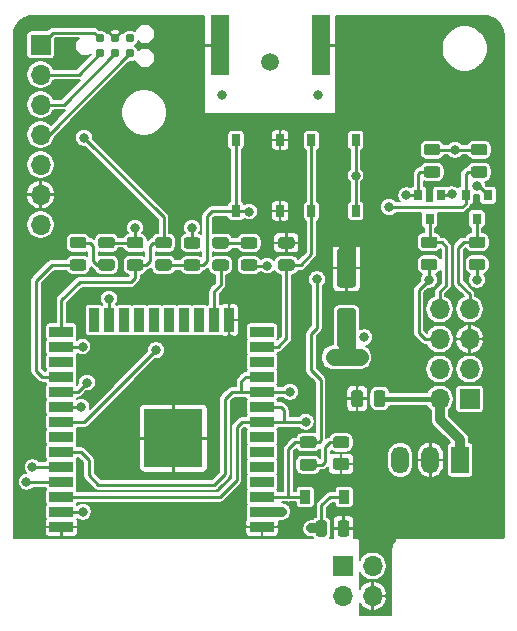
<source format=gtl>
G04 #@! TF.GenerationSoftware,KiCad,Pcbnew,(5.1.9-0-10_14)*
G04 #@! TF.CreationDate,2022-01-17T21:12:23+01:00*
G04 #@! TF.ProjectId,ithowifi_4l,6974686f-7769-4666-995f-346c2e6b6963,rev?*
G04 #@! TF.SameCoordinates,Original*
G04 #@! TF.FileFunction,Copper,L1,Top*
G04 #@! TF.FilePolarity,Positive*
%FSLAX46Y46*%
G04 Gerber Fmt 4.6, Leading zero omitted, Abs format (unit mm)*
G04 Created by KiCad (PCBNEW (5.1.9-0-10_14)) date 2022-01-17 21:12:23*
%MOMM*%
%LPD*%
G01*
G04 APERTURE LIST*
G04 #@! TA.AperFunction,SMDPad,CuDef*
%ADD10R,0.750000X1.000000*%
G04 #@! TD*
G04 #@! TA.AperFunction,ComponentPad*
%ADD11C,1.500000*%
G04 #@! TD*
G04 #@! TA.AperFunction,SMDPad,CuDef*
%ADD12R,0.900000X1.200000*%
G04 #@! TD*
G04 #@! TA.AperFunction,ComponentPad*
%ADD13O,1.700000X1.700000*%
G04 #@! TD*
G04 #@! TA.AperFunction,ComponentPad*
%ADD14R,1.700000X1.700000*%
G04 #@! TD*
G04 #@! TA.AperFunction,SMDPad,CuDef*
%ADD15C,0.787400*%
G04 #@! TD*
G04 #@! TA.AperFunction,SMDPad,CuDef*
%ADD16R,2.000000X0.900000*%
G04 #@! TD*
G04 #@! TA.AperFunction,SMDPad,CuDef*
%ADD17R,0.900000X2.000000*%
G04 #@! TD*
G04 #@! TA.AperFunction,SMDPad,CuDef*
%ADD18R,5.000000X5.000000*%
G04 #@! TD*
G04 #@! TA.AperFunction,SMDPad,CuDef*
%ADD19R,1.500000X5.080000*%
G04 #@! TD*
G04 #@! TA.AperFunction,SMDPad,CuDef*
%ADD20R,0.800000X0.900000*%
G04 #@! TD*
G04 #@! TA.AperFunction,ComponentPad*
%ADD21O,1.500000X2.300000*%
G04 #@! TD*
G04 #@! TA.AperFunction,ComponentPad*
%ADD22R,1.500000X2.300000*%
G04 #@! TD*
G04 #@! TA.AperFunction,ViaPad*
%ADD23C,0.800000*%
G04 #@! TD*
G04 #@! TA.AperFunction,Conductor*
%ADD24C,0.250000*%
G04 #@! TD*
G04 #@! TA.AperFunction,Conductor*
%ADD25C,1.473200*%
G04 #@! TD*
G04 #@! TA.AperFunction,Conductor*
%ADD26C,0.254000*%
G04 #@! TD*
G04 #@! TA.AperFunction,Conductor*
%ADD27C,0.812800*%
G04 #@! TD*
G04 #@! TA.AperFunction,Conductor*
%ADD28C,0.406400*%
G04 #@! TD*
G04 #@! TA.AperFunction,Conductor*
%ADD29C,0.203200*%
G04 #@! TD*
G04 #@! TA.AperFunction,Conductor*
%ADD30C,0.100000*%
G04 #@! TD*
G04 APERTURE END LIST*
D10*
X102265000Y-115872000D03*
X102265000Y-121872000D03*
X106015000Y-121872000D03*
X106015000Y-115872000D03*
X112415400Y-121872000D03*
X112415400Y-115872000D03*
X108665400Y-115872000D03*
X108665400Y-121872000D03*
D11*
X105182180Y-109251460D03*
G04 #@! TA.AperFunction,SMDPad,CuDef*
G36*
G01*
X111621502Y-141977500D02*
X110721498Y-141977500D01*
G75*
G02*
X110471500Y-141727502I0J249998D01*
G01*
X110471500Y-141202498D01*
G75*
G02*
X110721498Y-140952500I249998J0D01*
G01*
X111621502Y-140952500D01*
G75*
G02*
X111871500Y-141202498I0J-249998D01*
G01*
X111871500Y-141727502D01*
G75*
G02*
X111621502Y-141977500I-249998J0D01*
G01*
G37*
G04 #@! TD.AperFunction*
G04 #@! TA.AperFunction,SMDPad,CuDef*
G36*
G01*
X111621502Y-143802500D02*
X110721498Y-143802500D01*
G75*
G02*
X110471500Y-143552502I0J249998D01*
G01*
X110471500Y-143027498D01*
G75*
G02*
X110721498Y-142777500I249998J0D01*
G01*
X111621502Y-142777500D01*
G75*
G02*
X111871500Y-143027498I0J-249998D01*
G01*
X111871500Y-143552502D01*
G75*
G02*
X111621502Y-143802500I-249998J0D01*
G01*
G37*
G04 #@! TD.AperFunction*
D12*
X108125500Y-146084000D03*
X111425500Y-146084000D03*
G04 #@! TA.AperFunction,SMDPad,CuDef*
G36*
G01*
X108852500Y-141951000D02*
X107902500Y-141951000D01*
G75*
G02*
X107652500Y-141701000I0J250000D01*
G01*
X107652500Y-141201000D01*
G75*
G02*
X107902500Y-140951000I250000J0D01*
G01*
X108852500Y-140951000D01*
G75*
G02*
X109102500Y-141201000I0J-250000D01*
G01*
X109102500Y-141701000D01*
G75*
G02*
X108852500Y-141951000I-250000J0D01*
G01*
G37*
G04 #@! TD.AperFunction*
G04 #@! TA.AperFunction,SMDPad,CuDef*
G36*
G01*
X108852500Y-143851000D02*
X107902500Y-143851000D01*
G75*
G02*
X107652500Y-143601000I0J250000D01*
G01*
X107652500Y-143101000D01*
G75*
G02*
X107902500Y-142851000I250000J0D01*
G01*
X108852500Y-142851000D01*
G75*
G02*
X109102500Y-143101000I0J-250000D01*
G01*
X109102500Y-143601000D01*
G75*
G02*
X108852500Y-143851000I-250000J0D01*
G01*
G37*
G04 #@! TD.AperFunction*
G04 #@! TA.AperFunction,SMDPad,CuDef*
G36*
G01*
X113032000Y-137293000D02*
X113032000Y-138243000D01*
G75*
G02*
X112782000Y-138493000I-250000J0D01*
G01*
X112282000Y-138493000D01*
G75*
G02*
X112032000Y-138243000I0J250000D01*
G01*
X112032000Y-137293000D01*
G75*
G02*
X112282000Y-137043000I250000J0D01*
G01*
X112782000Y-137043000D01*
G75*
G02*
X113032000Y-137293000I0J-250000D01*
G01*
G37*
G04 #@! TD.AperFunction*
G04 #@! TA.AperFunction,SMDPad,CuDef*
G36*
G01*
X114932000Y-137293000D02*
X114932000Y-138243000D01*
G75*
G02*
X114682000Y-138493000I-250000J0D01*
G01*
X114182000Y-138493000D01*
G75*
G02*
X113932000Y-138243000I0J250000D01*
G01*
X113932000Y-137293000D01*
G75*
G02*
X114182000Y-137043000I250000J0D01*
G01*
X114682000Y-137043000D01*
G75*
G02*
X114932000Y-137293000I0J-250000D01*
G01*
G37*
G04 #@! TD.AperFunction*
G04 #@! TA.AperFunction,SMDPad,CuDef*
G36*
G01*
X112182000Y-128355500D02*
X111082000Y-128355500D01*
G75*
G02*
X110832000Y-128105500I0J250000D01*
G01*
X110832000Y-125280500D01*
G75*
G02*
X111082000Y-125030500I250000J0D01*
G01*
X112182000Y-125030500D01*
G75*
G02*
X112432000Y-125280500I0J-250000D01*
G01*
X112432000Y-128105500D01*
G75*
G02*
X112182000Y-128355500I-250000J0D01*
G01*
G37*
G04 #@! TD.AperFunction*
G04 #@! TA.AperFunction,SMDPad,CuDef*
G36*
G01*
X112182000Y-133430500D02*
X111082000Y-133430500D01*
G75*
G02*
X110832000Y-133180500I0J250000D01*
G01*
X110832000Y-130355500D01*
G75*
G02*
X111082000Y-130105500I250000J0D01*
G01*
X112182000Y-130105500D01*
G75*
G02*
X112432000Y-130355500I0J-250000D01*
G01*
X112432000Y-133180500D01*
G75*
G02*
X112182000Y-133430500I-250000J0D01*
G01*
G37*
G04 #@! TD.AperFunction*
D13*
X113832000Y-154468000D03*
X111292000Y-154468000D03*
X113832000Y-151928000D03*
D14*
X111292000Y-151928000D03*
D15*
X93306000Y-107266400D03*
X92036000Y-107266400D03*
X93306000Y-108536400D03*
X92036000Y-108536400D03*
X90766000Y-108536400D03*
X90766000Y-107266400D03*
D16*
X87477600Y-148615400D03*
X87477600Y-147345400D03*
X87477600Y-146075400D03*
X87477600Y-144805400D03*
X87477600Y-143535400D03*
X87477600Y-142265400D03*
X87477600Y-140995400D03*
X87477600Y-139725400D03*
X87477600Y-138455400D03*
X87477600Y-137185400D03*
X87477600Y-135915400D03*
X87477600Y-134645400D03*
X87477600Y-133375400D03*
X87477600Y-132105400D03*
D17*
X90262600Y-131105400D03*
X91532600Y-131105400D03*
X92802600Y-131105400D03*
X94072600Y-131105400D03*
X95342600Y-131105400D03*
X96612600Y-131105400D03*
X97882600Y-131105400D03*
X99152600Y-131105400D03*
X100422600Y-131105400D03*
X101692600Y-131105400D03*
D16*
X104477600Y-132105400D03*
X104477600Y-133375400D03*
X104477600Y-134645400D03*
X104477600Y-135915400D03*
X104477600Y-137185400D03*
X104477600Y-138455400D03*
X104477600Y-139725400D03*
X104477600Y-140995400D03*
X104477600Y-142265400D03*
X104477600Y-143535400D03*
X104477600Y-144805400D03*
X104477600Y-146075400D03*
X104477600Y-147345400D03*
X104477600Y-148615400D03*
D18*
X96977600Y-141115400D03*
G04 #@! TA.AperFunction,SMDPad,CuDef*
G36*
G01*
X106079750Y-125960000D02*
X106992250Y-125960000D01*
G75*
G02*
X107236000Y-126203750I0J-243750D01*
G01*
X107236000Y-126691250D01*
G75*
G02*
X106992250Y-126935000I-243750J0D01*
G01*
X106079750Y-126935000D01*
G75*
G02*
X105836000Y-126691250I0J243750D01*
G01*
X105836000Y-126203750D01*
G75*
G02*
X106079750Y-125960000I243750J0D01*
G01*
G37*
G04 #@! TD.AperFunction*
G04 #@! TA.AperFunction,SMDPad,CuDef*
G36*
G01*
X106079750Y-124085000D02*
X106992250Y-124085000D01*
G75*
G02*
X107236000Y-124328750I0J-243750D01*
G01*
X107236000Y-124816250D01*
G75*
G02*
X106992250Y-125060000I-243750J0D01*
G01*
X106079750Y-125060000D01*
G75*
G02*
X105836000Y-124816250I0J243750D01*
G01*
X105836000Y-124328750D01*
G75*
G02*
X106079750Y-124085000I243750J0D01*
G01*
G37*
G04 #@! TD.AperFunction*
G04 #@! TA.AperFunction,SMDPad,CuDef*
G36*
G01*
X89356250Y-125051400D02*
X88443750Y-125051400D01*
G75*
G02*
X88200000Y-124807650I0J243750D01*
G01*
X88200000Y-124320150D01*
G75*
G02*
X88443750Y-124076400I243750J0D01*
G01*
X89356250Y-124076400D01*
G75*
G02*
X89600000Y-124320150I0J-243750D01*
G01*
X89600000Y-124807650D01*
G75*
G02*
X89356250Y-125051400I-243750J0D01*
G01*
G37*
G04 #@! TD.AperFunction*
G04 #@! TA.AperFunction,SMDPad,CuDef*
G36*
G01*
X89356250Y-126926400D02*
X88443750Y-126926400D01*
G75*
G02*
X88200000Y-126682650I0J243750D01*
G01*
X88200000Y-126195150D01*
G75*
G02*
X88443750Y-125951400I243750J0D01*
G01*
X89356250Y-125951400D01*
G75*
G02*
X89600000Y-126195150I0J-243750D01*
G01*
X89600000Y-126682650D01*
G75*
G02*
X89356250Y-126926400I-243750J0D01*
G01*
G37*
G04 #@! TD.AperFunction*
G04 #@! TA.AperFunction,SMDPad,CuDef*
G36*
G01*
X90856750Y-125951400D02*
X91769250Y-125951400D01*
G75*
G02*
X92013000Y-126195150I0J-243750D01*
G01*
X92013000Y-126682650D01*
G75*
G02*
X91769250Y-126926400I-243750J0D01*
G01*
X90856750Y-126926400D01*
G75*
G02*
X90613000Y-126682650I0J243750D01*
G01*
X90613000Y-126195150D01*
G75*
G02*
X90856750Y-125951400I243750J0D01*
G01*
G37*
G04 #@! TD.AperFunction*
G04 #@! TA.AperFunction,SMDPad,CuDef*
G36*
G01*
X90856750Y-124076400D02*
X91769250Y-124076400D01*
G75*
G02*
X92013000Y-124320150I0J-243750D01*
G01*
X92013000Y-124807650D01*
G75*
G02*
X91769250Y-125051400I-243750J0D01*
G01*
X90856750Y-125051400D01*
G75*
G02*
X90613000Y-124807650I0J243750D01*
G01*
X90613000Y-124320150D01*
G75*
G02*
X90856750Y-124076400I243750J0D01*
G01*
G37*
G04 #@! TD.AperFunction*
G04 #@! TA.AperFunction,SMDPad,CuDef*
G36*
G01*
X94182250Y-125051400D02*
X93269750Y-125051400D01*
G75*
G02*
X93026000Y-124807650I0J243750D01*
G01*
X93026000Y-124320150D01*
G75*
G02*
X93269750Y-124076400I243750J0D01*
G01*
X94182250Y-124076400D01*
G75*
G02*
X94426000Y-124320150I0J-243750D01*
G01*
X94426000Y-124807650D01*
G75*
G02*
X94182250Y-125051400I-243750J0D01*
G01*
G37*
G04 #@! TD.AperFunction*
G04 #@! TA.AperFunction,SMDPad,CuDef*
G36*
G01*
X94182250Y-126926400D02*
X93269750Y-126926400D01*
G75*
G02*
X93026000Y-126682650I0J243750D01*
G01*
X93026000Y-126195150D01*
G75*
G02*
X93269750Y-125951400I243750J0D01*
G01*
X94182250Y-125951400D01*
G75*
G02*
X94426000Y-126195150I0J-243750D01*
G01*
X94426000Y-126682650D01*
G75*
G02*
X94182250Y-126926400I-243750J0D01*
G01*
G37*
G04 #@! TD.AperFunction*
G04 #@! TA.AperFunction,SMDPad,CuDef*
G36*
G01*
X99008250Y-125065500D02*
X98095750Y-125065500D01*
G75*
G02*
X97852000Y-124821750I0J243750D01*
G01*
X97852000Y-124334250D01*
G75*
G02*
X98095750Y-124090500I243750J0D01*
G01*
X99008250Y-124090500D01*
G75*
G02*
X99252000Y-124334250I0J-243750D01*
G01*
X99252000Y-124821750D01*
G75*
G02*
X99008250Y-125065500I-243750J0D01*
G01*
G37*
G04 #@! TD.AperFunction*
G04 #@! TA.AperFunction,SMDPad,CuDef*
G36*
G01*
X99008250Y-126940500D02*
X98095750Y-126940500D01*
G75*
G02*
X97852000Y-126696750I0J243750D01*
G01*
X97852000Y-126209250D01*
G75*
G02*
X98095750Y-125965500I243750J0D01*
G01*
X99008250Y-125965500D01*
G75*
G02*
X99252000Y-126209250I0J-243750D01*
G01*
X99252000Y-126696750D01*
G75*
G02*
X99008250Y-126940500I-243750J0D01*
G01*
G37*
G04 #@! TD.AperFunction*
D13*
X85725000Y-123037600D03*
X85725000Y-120497600D03*
X85725000Y-117957600D03*
X85725000Y-115417600D03*
X85725000Y-112877600D03*
X85725000Y-110337600D03*
D14*
X85725000Y-107797600D03*
G04 #@! TA.AperFunction,SMDPad,CuDef*
G36*
G01*
X110886900Y-149207250D02*
X110886900Y-148294750D01*
G75*
G02*
X111130650Y-148051000I243750J0D01*
G01*
X111618150Y-148051000D01*
G75*
G02*
X111861900Y-148294750I0J-243750D01*
G01*
X111861900Y-149207250D01*
G75*
G02*
X111618150Y-149451000I-243750J0D01*
G01*
X111130650Y-149451000D01*
G75*
G02*
X110886900Y-149207250I0J243750D01*
G01*
G37*
G04 #@! TD.AperFunction*
G04 #@! TA.AperFunction,SMDPad,CuDef*
G36*
G01*
X109011900Y-149207250D02*
X109011900Y-148294750D01*
G75*
G02*
X109255650Y-148051000I243750J0D01*
G01*
X109743150Y-148051000D01*
G75*
G02*
X109986900Y-148294750I0J-243750D01*
G01*
X109986900Y-149207250D01*
G75*
G02*
X109743150Y-149451000I-243750J0D01*
G01*
X109255650Y-149451000D01*
G75*
G02*
X109011900Y-149207250I0J243750D01*
G01*
G37*
G04 #@! TD.AperFunction*
G04 #@! TA.AperFunction,SMDPad,CuDef*
G36*
G01*
X96595250Y-125051400D02*
X95682750Y-125051400D01*
G75*
G02*
X95439000Y-124807650I0J243750D01*
G01*
X95439000Y-124320150D01*
G75*
G02*
X95682750Y-124076400I243750J0D01*
G01*
X96595250Y-124076400D01*
G75*
G02*
X96839000Y-124320150I0J-243750D01*
G01*
X96839000Y-124807650D01*
G75*
G02*
X96595250Y-125051400I-243750J0D01*
G01*
G37*
G04 #@! TD.AperFunction*
G04 #@! TA.AperFunction,SMDPad,CuDef*
G36*
G01*
X96595250Y-126926400D02*
X95682750Y-126926400D01*
G75*
G02*
X95439000Y-126682650I0J243750D01*
G01*
X95439000Y-126195150D01*
G75*
G02*
X95682750Y-125951400I243750J0D01*
G01*
X96595250Y-125951400D01*
G75*
G02*
X96839000Y-126195150I0J-243750D01*
G01*
X96839000Y-126682650D01*
G75*
G02*
X96595250Y-126926400I-243750J0D01*
G01*
G37*
G04 #@! TD.AperFunction*
D19*
X100931400Y-107848400D03*
X109431400Y-107848400D03*
G04 #@! TA.AperFunction,SMDPad,CuDef*
G36*
G01*
X101421250Y-125065500D02*
X100508750Y-125065500D01*
G75*
G02*
X100265000Y-124821750I0J243750D01*
G01*
X100265000Y-124334250D01*
G75*
G02*
X100508750Y-124090500I243750J0D01*
G01*
X101421250Y-124090500D01*
G75*
G02*
X101665000Y-124334250I0J-243750D01*
G01*
X101665000Y-124821750D01*
G75*
G02*
X101421250Y-125065500I-243750J0D01*
G01*
G37*
G04 #@! TD.AperFunction*
G04 #@! TA.AperFunction,SMDPad,CuDef*
G36*
G01*
X101421250Y-126940500D02*
X100508750Y-126940500D01*
G75*
G02*
X100265000Y-126696750I0J243750D01*
G01*
X100265000Y-126209250D01*
G75*
G02*
X100508750Y-125965500I243750J0D01*
G01*
X101421250Y-125965500D01*
G75*
G02*
X101665000Y-126209250I0J-243750D01*
G01*
X101665000Y-126696750D01*
G75*
G02*
X101421250Y-126940500I-243750J0D01*
G01*
G37*
G04 #@! TD.AperFunction*
G04 #@! TA.AperFunction,SMDPad,CuDef*
G36*
G01*
X103834250Y-125065500D02*
X102921750Y-125065500D01*
G75*
G02*
X102678000Y-124821750I0J243750D01*
G01*
X102678000Y-124334250D01*
G75*
G02*
X102921750Y-124090500I243750J0D01*
G01*
X103834250Y-124090500D01*
G75*
G02*
X104078000Y-124334250I0J-243750D01*
G01*
X104078000Y-124821750D01*
G75*
G02*
X103834250Y-125065500I-243750J0D01*
G01*
G37*
G04 #@! TD.AperFunction*
G04 #@! TA.AperFunction,SMDPad,CuDef*
G36*
G01*
X103834250Y-126940500D02*
X102921750Y-126940500D01*
G75*
G02*
X102678000Y-126696750I0J243750D01*
G01*
X102678000Y-126209250D01*
G75*
G02*
X102921750Y-125965500I243750J0D01*
G01*
X103834250Y-125965500D01*
G75*
G02*
X104078000Y-126209250I0J-243750D01*
G01*
X104078000Y-126696750D01*
G75*
G02*
X103834250Y-126940500I-243750J0D01*
G01*
G37*
G04 #@! TD.AperFunction*
G04 #@! TA.AperFunction,SMDPad,CuDef*
G36*
G01*
X118161750Y-125911000D02*
X119074250Y-125911000D01*
G75*
G02*
X119318000Y-126154750I0J-243750D01*
G01*
X119318000Y-126642250D01*
G75*
G02*
X119074250Y-126886000I-243750J0D01*
G01*
X118161750Y-126886000D01*
G75*
G02*
X117918000Y-126642250I0J243750D01*
G01*
X117918000Y-126154750D01*
G75*
G02*
X118161750Y-125911000I243750J0D01*
G01*
G37*
G04 #@! TD.AperFunction*
G04 #@! TA.AperFunction,SMDPad,CuDef*
G36*
G01*
X118161750Y-124036000D02*
X119074250Y-124036000D01*
G75*
G02*
X119318000Y-124279750I0J-243750D01*
G01*
X119318000Y-124767250D01*
G75*
G02*
X119074250Y-125011000I-243750J0D01*
G01*
X118161750Y-125011000D01*
G75*
G02*
X117918000Y-124767250I0J243750D01*
G01*
X117918000Y-124279750D01*
G75*
G02*
X118161750Y-124036000I243750J0D01*
G01*
G37*
G04 #@! TD.AperFunction*
G04 #@! TA.AperFunction,SMDPad,CuDef*
G36*
G01*
X122225750Y-125911000D02*
X123138250Y-125911000D01*
G75*
G02*
X123382000Y-126154750I0J-243750D01*
G01*
X123382000Y-126642250D01*
G75*
G02*
X123138250Y-126886000I-243750J0D01*
G01*
X122225750Y-126886000D01*
G75*
G02*
X121982000Y-126642250I0J243750D01*
G01*
X121982000Y-126154750D01*
G75*
G02*
X122225750Y-125911000I243750J0D01*
G01*
G37*
G04 #@! TD.AperFunction*
G04 #@! TA.AperFunction,SMDPad,CuDef*
G36*
G01*
X122225750Y-124036000D02*
X123138250Y-124036000D01*
G75*
G02*
X123382000Y-124279750I0J-243750D01*
G01*
X123382000Y-124767250D01*
G75*
G02*
X123138250Y-125011000I-243750J0D01*
G01*
X122225750Y-125011000D01*
G75*
G02*
X121982000Y-124767250I0J243750D01*
G01*
X121982000Y-124279750D01*
G75*
G02*
X122225750Y-124036000I243750J0D01*
G01*
G37*
G04 #@! TD.AperFunction*
G04 #@! TA.AperFunction,SMDPad,CuDef*
G36*
G01*
X118415750Y-118074400D02*
X119328250Y-118074400D01*
G75*
G02*
X119572000Y-118318150I0J-243750D01*
G01*
X119572000Y-118805650D01*
G75*
G02*
X119328250Y-119049400I-243750J0D01*
G01*
X118415750Y-119049400D01*
G75*
G02*
X118172000Y-118805650I0J243750D01*
G01*
X118172000Y-118318150D01*
G75*
G02*
X118415750Y-118074400I243750J0D01*
G01*
G37*
G04 #@! TD.AperFunction*
G04 #@! TA.AperFunction,SMDPad,CuDef*
G36*
G01*
X118415750Y-116199400D02*
X119328250Y-116199400D01*
G75*
G02*
X119572000Y-116443150I0J-243750D01*
G01*
X119572000Y-116930650D01*
G75*
G02*
X119328250Y-117174400I-243750J0D01*
G01*
X118415750Y-117174400D01*
G75*
G02*
X118172000Y-116930650I0J243750D01*
G01*
X118172000Y-116443150D01*
G75*
G02*
X118415750Y-116199400I243750J0D01*
G01*
G37*
G04 #@! TD.AperFunction*
G04 #@! TA.AperFunction,SMDPad,CuDef*
G36*
G01*
X123316050Y-117174400D02*
X122403550Y-117174400D01*
G75*
G02*
X122159800Y-116930650I0J243750D01*
G01*
X122159800Y-116443150D01*
G75*
G02*
X122403550Y-116199400I243750J0D01*
G01*
X123316050Y-116199400D01*
G75*
G02*
X123559800Y-116443150I0J-243750D01*
G01*
X123559800Y-116930650D01*
G75*
G02*
X123316050Y-117174400I-243750J0D01*
G01*
G37*
G04 #@! TD.AperFunction*
G04 #@! TA.AperFunction,SMDPad,CuDef*
G36*
G01*
X123316050Y-119049400D02*
X122403550Y-119049400D01*
G75*
G02*
X122159800Y-118805650I0J243750D01*
G01*
X122159800Y-118318150D01*
G75*
G02*
X122403550Y-118074400I243750J0D01*
G01*
X123316050Y-118074400D01*
G75*
G02*
X123559800Y-118318150I0J-243750D01*
G01*
X123559800Y-118805650D01*
G75*
G02*
X123316050Y-119049400I-243750J0D01*
G01*
G37*
G04 #@! TD.AperFunction*
D20*
X118658600Y-122539000D03*
X117708600Y-120539000D03*
X119608600Y-120539000D03*
X122656600Y-122539000D03*
X121706600Y-120539000D03*
X123606600Y-120539000D03*
D21*
X116179600Y-142951200D03*
X118719600Y-142951200D03*
D22*
X121259600Y-142951200D03*
D14*
X122047000Y-137795000D03*
D13*
X119507000Y-137795000D03*
X122047000Y-135255000D03*
X119507000Y-135255000D03*
X122047000Y-132715000D03*
X119507000Y-132715000D03*
X122047000Y-130175000D03*
X119507000Y-130175000D03*
D23*
X95250000Y-139700000D03*
X98806000Y-139700000D03*
X97028000Y-139700000D03*
X98806000Y-142748000D03*
X97028000Y-142748000D03*
X95250000Y-142748000D03*
X95250000Y-141224000D03*
X98806000Y-141224000D03*
X97028000Y-141224000D03*
X99187000Y-105918000D03*
X99187000Y-107442000D03*
X99187000Y-109093000D03*
X101092000Y-112014000D03*
X109220000Y-112014000D03*
X101727000Y-132715000D03*
X89154000Y-148590000D03*
X106172000Y-148590000D03*
X99187000Y-110871000D03*
X99187000Y-112522000D03*
X99187000Y-114173000D03*
X111125000Y-105918000D03*
X111125000Y-107442000D03*
X111125000Y-109093000D03*
X111125000Y-110871000D03*
X111125000Y-114173000D03*
X111125000Y-112522000D03*
X105918000Y-114173000D03*
X109220000Y-114173000D03*
X102489000Y-114173000D03*
X104140000Y-114173000D03*
X100965000Y-114173000D03*
X107569000Y-114173000D03*
X102432000Y-138568000D03*
X112032000Y-139368000D03*
X111632000Y-124168000D03*
X112732000Y-124168000D03*
X110532000Y-124168000D03*
X86741000Y-128270000D03*
X122682000Y-127698500D03*
X118618000Y-127698500D03*
X106172000Y-147320000D03*
X122682000Y-119761000D03*
X108631500Y-148751000D03*
X120532000Y-120468000D03*
X120813090Y-116686900D03*
X111632000Y-134268000D03*
X112732000Y-134268000D03*
X110532000Y-134268000D03*
X113132002Y-132568000D03*
X112395000Y-118872000D03*
X98552000Y-123317000D03*
X93726000Y-123317000D03*
X104902000Y-126492000D03*
X89407998Y-115671600D03*
X85039200Y-143560804D03*
X84531209Y-144805391D03*
X89309400Y-147345400D03*
X95504000Y-133668000D03*
X89154000Y-138430000D03*
X89662000Y-136397998D03*
X89281000Y-133350000D03*
X106849400Y-137185400D03*
X115232000Y-121538998D03*
X116697000Y-120539000D03*
X108174600Y-139725400D03*
X109132000Y-127668006D03*
X103378008Y-121920000D03*
X91524600Y-129294600D03*
D24*
X99593400Y-107848400D02*
X99187000Y-107442000D01*
X100931400Y-107848400D02*
X99593400Y-107848400D01*
X110718600Y-107848400D02*
X111125000Y-107442000D01*
X109431400Y-107848400D02*
X110718600Y-107848400D01*
D25*
X111632000Y-126693000D02*
X111632000Y-124168000D01*
X112732000Y-124168000D02*
X110532000Y-124168000D01*
D26*
X122682000Y-126398500D02*
X122682000Y-127698500D01*
X118618000Y-127698500D02*
X118618000Y-126398500D01*
X118618000Y-127698500D02*
X117748500Y-128568000D01*
X117748500Y-128568000D02*
X117748500Y-132184500D01*
X118279000Y-132715000D02*
X119507000Y-132715000D01*
X117748500Y-132184500D02*
X118279000Y-132715000D01*
D27*
X106146600Y-147345400D02*
X106172000Y-147320000D01*
X104477600Y-147345400D02*
X106146600Y-147345400D01*
D26*
X122682000Y-119761000D02*
X122828600Y-119761000D01*
D27*
X109499400Y-148751000D02*
X108634800Y-148751000D01*
D26*
X120461000Y-120539000D02*
X120532000Y-120468000D01*
X119608600Y-120539000D02*
X120461000Y-120539000D01*
X118872000Y-116686900D02*
X120813090Y-116686900D01*
D25*
X111632000Y-131768000D02*
X111632000Y-134268000D01*
X112732000Y-134268000D02*
X110532000Y-134268000D01*
D24*
X85725000Y-115417600D02*
X86424800Y-115417600D01*
X86424800Y-115417600D02*
X93306000Y-108536400D01*
D26*
X122828600Y-119761000D02*
X123606600Y-120539000D01*
X122859800Y-116686900D02*
X120813090Y-116686900D01*
X120832000Y-116667990D02*
X120813090Y-116686900D01*
D24*
X111425500Y-146084000D02*
X110219000Y-146084000D01*
X109499400Y-146803600D02*
X109499400Y-148751000D01*
X110219000Y-146084000D02*
X109499400Y-146803600D01*
D26*
X91313000Y-124563900D02*
X93726000Y-124563900D01*
X93726000Y-124563900D02*
X93726000Y-123317000D01*
X98552000Y-124578000D02*
X98552000Y-123317000D01*
X103417000Y-126492000D02*
X103378000Y-126453000D01*
X104902000Y-126492000D02*
X103417000Y-126492000D01*
X112415400Y-121872000D02*
X112415400Y-115872000D01*
X122656600Y-124498100D02*
X122682000Y-124523500D01*
X122656600Y-122539000D02*
X122656600Y-124498100D01*
X121094500Y-127952500D02*
X122047000Y-128905000D01*
X122047000Y-128905000D02*
X122047000Y-130175000D01*
X121539000Y-124523500D02*
X121094500Y-124968000D01*
X121094500Y-124968000D02*
X121094500Y-127952500D01*
X122682000Y-124523500D02*
X121539000Y-124523500D01*
X118658600Y-124482900D02*
X118618000Y-124523500D01*
X118658600Y-122539000D02*
X118658600Y-124482900D01*
X118618000Y-124523500D02*
X119697500Y-124523500D01*
X119697500Y-124523500D02*
X120078500Y-124904500D01*
X120078500Y-124904500D02*
X120078500Y-128143000D01*
X120078500Y-128143000D02*
X119507000Y-128714500D01*
X119507000Y-128714500D02*
X119507000Y-130175000D01*
D24*
X90766000Y-107266400D02*
X90267600Y-106768000D01*
X86754600Y-106768000D02*
X85725000Y-107797600D01*
X90267600Y-106768000D02*
X86754600Y-106768000D01*
D26*
X96139000Y-124563900D02*
X95273100Y-124563900D01*
X95273100Y-124563900D02*
X94996000Y-124841000D01*
X94996000Y-124841000D02*
X94996000Y-126111000D01*
X94668100Y-126438900D02*
X93726000Y-126438900D01*
X94996000Y-126111000D02*
X94668100Y-126438900D01*
X89027000Y-127889000D02*
X87477600Y-129438400D01*
X93345000Y-127889000D02*
X89027000Y-127889000D01*
X93726000Y-127508000D02*
X93345000Y-127889000D01*
X87477600Y-129438400D02*
X87477600Y-132105400D01*
X93726000Y-126438900D02*
X93726000Y-127508000D01*
X89416400Y-115680002D02*
X89407998Y-115671600D01*
X96139000Y-122402602D02*
X89407998Y-115671600D01*
X96139000Y-124563900D02*
X96139000Y-122402602D01*
D24*
X85199196Y-143560804D02*
X85039200Y-143560804D01*
X85220800Y-143539200D02*
X85199196Y-143560804D01*
D26*
X87477600Y-143535400D02*
X85064604Y-143535400D01*
X85064604Y-143535400D02*
X85039200Y-143560804D01*
D24*
X87694800Y-112877600D02*
X91964932Y-108607468D01*
X85725000Y-112877600D02*
X87694800Y-112877600D01*
D26*
X87477600Y-144805400D02*
X84531218Y-144805400D01*
X84531218Y-144805400D02*
X84531209Y-144805391D01*
D24*
X86817400Y-144830800D02*
X86839000Y-144809200D01*
X88964800Y-110337600D02*
X90766000Y-108536400D01*
X85725000Y-110337600D02*
X88964800Y-110337600D01*
D26*
X87477600Y-147345400D02*
X89309400Y-147345400D01*
X89446600Y-139725400D02*
X95504000Y-133668000D01*
X87477600Y-139725400D02*
X89446600Y-139725400D01*
X87503000Y-138430000D02*
X87477600Y-138455400D01*
X89154000Y-138430000D02*
X87503000Y-138430000D01*
X87477600Y-137185400D02*
X88874598Y-137185400D01*
X88874598Y-137185400D02*
X89662000Y-136397998D01*
X87477600Y-133375400D02*
X89255600Y-133375400D01*
X89255600Y-133375400D02*
X89281000Y-133350000D01*
X88900000Y-124563900D02*
X89892900Y-124563900D01*
X89892900Y-124563900D02*
X90170000Y-124841000D01*
X90170000Y-124841000D02*
X90170000Y-126111000D01*
X90497900Y-126438900D02*
X91313000Y-126438900D01*
X90170000Y-126111000D02*
X90497900Y-126438900D01*
X100965000Y-124578000D02*
X103378000Y-124578000D01*
X121706600Y-118755200D02*
X121899900Y-118561900D01*
X121706600Y-120539000D02*
X121706600Y-118755200D01*
X103084600Y-135915400D02*
X104477600Y-135915400D01*
X102732000Y-137185400D02*
X102732000Y-136268000D01*
X102732000Y-136268000D02*
X103084600Y-135915400D01*
X104477600Y-137185400D02*
X102732000Y-137185400D01*
X100432000Y-145068000D02*
X101332000Y-144168000D01*
X89832000Y-142968000D02*
X89832000Y-144268000D01*
X101914600Y-137185400D02*
X102732000Y-137185400D01*
X89832000Y-144268000D02*
X90632000Y-145068000D01*
X89132000Y-142268000D02*
X89832000Y-142968000D01*
X101332000Y-137768000D02*
X101914600Y-137185400D01*
X88734200Y-142268000D02*
X89132000Y-142268000D01*
X88731600Y-142265400D02*
X88734200Y-142268000D01*
X101332000Y-144168000D02*
X101332000Y-137768000D01*
X90632000Y-145068000D02*
X100432000Y-145068000D01*
X87477600Y-142265400D02*
X88731600Y-142265400D01*
X104477600Y-137185400D02*
X106849400Y-137185400D01*
X121899900Y-118561900D02*
X122859800Y-118561900D01*
X121706600Y-120539000D02*
X121706600Y-121243000D01*
X121706600Y-121243000D02*
X121410602Y-121538998D01*
X121410602Y-121538998D02*
X115232000Y-121538998D01*
X118872000Y-118561900D02*
X117886700Y-118561900D01*
X117708600Y-118740000D02*
X117708600Y-120539000D01*
X117886700Y-118561900D02*
X117708600Y-118740000D01*
X117708600Y-120539000D02*
X116697000Y-120539000D01*
X106324400Y-139725400D02*
X106324400Y-138709400D01*
X104477600Y-139725400D02*
X106324400Y-139725400D01*
X106070400Y-138455400D02*
X104477600Y-138455400D01*
X106324400Y-138709400D02*
X106070400Y-138455400D01*
X102332000Y-140168000D02*
X102774600Y-139725400D01*
X102774600Y-139725400D02*
X104477600Y-139725400D01*
X102332000Y-144668000D02*
X102332000Y-140168000D01*
X100924600Y-146075400D02*
X102332000Y-144668000D01*
X87477600Y-146075400D02*
X100924600Y-146075400D01*
X106324400Y-139725400D02*
X108174600Y-139725400D01*
X105824600Y-133375400D02*
X104477600Y-133375400D01*
X106536000Y-132664000D02*
X105824600Y-133375400D01*
X106536000Y-126447500D02*
X106536000Y-132664000D01*
X107740500Y-126447500D02*
X106536000Y-126447500D01*
X108665400Y-125522600D02*
X107740500Y-126447500D01*
X108665400Y-121872000D02*
X108665400Y-125522600D01*
X108665400Y-121872000D02*
X108665400Y-115872000D01*
D27*
X121259600Y-142951200D02*
X121259600Y-141262100D01*
X119507000Y-139509500D02*
X119507000Y-137795000D01*
X121259600Y-141262100D02*
X119507000Y-139509500D01*
D28*
X114459000Y-137795000D02*
X114432000Y-137768000D01*
X119507000Y-137795000D02*
X114459000Y-137795000D01*
D26*
X109432000Y-136168000D02*
X108632000Y-135368000D01*
X108632000Y-135368000D02*
X108632000Y-132268000D01*
X109132000Y-131768000D02*
X109132000Y-127668006D01*
X108632000Y-132268000D02*
X109132000Y-131768000D01*
D24*
X108116900Y-146075400D02*
X108125500Y-146084000D01*
X108377500Y-141451000D02*
X107295500Y-141451000D01*
X106717900Y-142028600D02*
X106717900Y-146075400D01*
X107295500Y-141451000D02*
X106717900Y-142028600D01*
X106717900Y-146075400D02*
X108116900Y-146075400D01*
X104477600Y-146075400D02*
X106717900Y-146075400D01*
X109432000Y-136168000D02*
X109432000Y-141283000D01*
X109264000Y-141451000D02*
X108377500Y-141451000D01*
X109432000Y-141283000D02*
X109264000Y-141451000D01*
D26*
X98537900Y-126438900D02*
X98552000Y-126453000D01*
X96139000Y-126438900D02*
X98537900Y-126438900D01*
X98552000Y-126453000D02*
X99480000Y-126453000D01*
X99480000Y-126453000D02*
X99822000Y-126111000D01*
X102265000Y-121872000D02*
X102265000Y-115872000D01*
X99822000Y-126111000D02*
X99822000Y-122301000D01*
X100251000Y-121872000D02*
X102265000Y-121872000D01*
X99822000Y-122301000D02*
X100251000Y-121872000D01*
X102265000Y-121872000D02*
X103330008Y-121872000D01*
X103330008Y-121872000D02*
X103378008Y-121920000D01*
D24*
X108377500Y-143351000D02*
X109586500Y-143351000D01*
X109586500Y-143351000D02*
X109838000Y-143099500D01*
X109838000Y-143099500D02*
X109838000Y-141829500D01*
X110202500Y-141465000D02*
X111171500Y-141465000D01*
X109838000Y-141829500D02*
X110202500Y-141465000D01*
X91524600Y-129294600D02*
X91524600Y-131097400D01*
X91524600Y-131097400D02*
X91532600Y-131105400D01*
D26*
X100422600Y-131105400D02*
X100422600Y-128685400D01*
X100965000Y-128143000D02*
X100965000Y-126453000D01*
X100422600Y-128685400D02*
X100965000Y-128143000D01*
X87477600Y-135915400D02*
X85877400Y-135915400D01*
X85877400Y-135915400D02*
X85344000Y-135382000D01*
X85344000Y-135382000D02*
X85344000Y-127762000D01*
X86667100Y-126438900D02*
X88900000Y-126438900D01*
X85344000Y-127762000D02*
X86667100Y-126438900D01*
D29*
X99593400Y-113538000D02*
X99595352Y-113557821D01*
X99601134Y-113576881D01*
X99610523Y-113594446D01*
X99623158Y-113609842D01*
X99638554Y-113622477D01*
X99656119Y-113631866D01*
X99675179Y-113637648D01*
X99695000Y-113639600D01*
X110617000Y-113639600D01*
X110636821Y-113637648D01*
X110655881Y-113631866D01*
X110673446Y-113622477D01*
X110688842Y-113609842D01*
X110701477Y-113594446D01*
X110710866Y-113576881D01*
X110716648Y-113557821D01*
X110718600Y-113538000D01*
X110718600Y-107927390D01*
X119674400Y-107927390D01*
X119674400Y-108312610D01*
X119749553Y-108690427D01*
X119896970Y-109046324D01*
X120110987Y-109366622D01*
X120383378Y-109639013D01*
X120703676Y-109853030D01*
X121059573Y-110000447D01*
X121437390Y-110075600D01*
X121822610Y-110075600D01*
X122200427Y-110000447D01*
X122556324Y-109853030D01*
X122876622Y-109639013D01*
X123149013Y-109366622D01*
X123363030Y-109046324D01*
X123510447Y-108690427D01*
X123585600Y-108312610D01*
X123585600Y-107927390D01*
X123510447Y-107549573D01*
X123363030Y-107193676D01*
X123149013Y-106873378D01*
X122876622Y-106600987D01*
X122556324Y-106386970D01*
X122200427Y-106239553D01*
X121822610Y-106164400D01*
X121437390Y-106164400D01*
X121059573Y-106239553D01*
X120703676Y-106386970D01*
X120383378Y-106600987D01*
X120110987Y-106873378D01*
X119896970Y-107193676D01*
X119749553Y-107549573D01*
X119674400Y-107927390D01*
X110718600Y-107927390D01*
X110718600Y-105373600D01*
X123312165Y-105373600D01*
X123641308Y-105405873D01*
X123938841Y-105495703D01*
X124213253Y-105641612D01*
X124454097Y-105838041D01*
X124652203Y-106077508D01*
X124800026Y-106350901D01*
X124891929Y-106647793D01*
X124926400Y-106975759D01*
X124926401Y-149448158D01*
X124922695Y-149485957D01*
X124917480Y-149503228D01*
X124909006Y-149519166D01*
X124897606Y-149533144D01*
X124883695Y-149544652D01*
X124867829Y-149553231D01*
X124850590Y-149558567D01*
X124814122Y-149562400D01*
X116312079Y-149562400D01*
X116294786Y-149564103D01*
X116291750Y-149564082D01*
X116286113Y-149564634D01*
X116269310Y-149566400D01*
X115832000Y-149566400D01*
X115812179Y-149568352D01*
X115793119Y-149574134D01*
X115775554Y-149583523D01*
X115760158Y-149596158D01*
X115747523Y-149611554D01*
X115738134Y-149629119D01*
X115732352Y-149648179D01*
X115730400Y-149668000D01*
X115730400Y-149793463D01*
X115718675Y-149803163D01*
X115692783Y-149829238D01*
X115666510Y-149854966D01*
X115662900Y-149859329D01*
X115601224Y-149934950D01*
X115580887Y-149965560D01*
X115560108Y-149995907D01*
X115557414Y-150000888D01*
X115511602Y-150087049D01*
X115497585Y-150121059D01*
X115483114Y-150154822D01*
X115481439Y-150160232D01*
X115453234Y-150253650D01*
X115446094Y-150289709D01*
X115438450Y-150325673D01*
X115437858Y-150331305D01*
X115428336Y-150428422D01*
X115428336Y-150428432D01*
X115426401Y-150448079D01*
X115426400Y-155948168D01*
X115422695Y-155985957D01*
X115417480Y-156003228D01*
X115409006Y-156019166D01*
X115397606Y-156033144D01*
X115383695Y-156044652D01*
X115367829Y-156053231D01*
X115350590Y-156058567D01*
X115314122Y-156062400D01*
X112733600Y-156062400D01*
X112733600Y-155065585D01*
X112800829Y-155185795D01*
X112960677Y-155373174D01*
X113154010Y-155525768D01*
X113373398Y-155637712D01*
X113610409Y-155704705D01*
X113806600Y-155622544D01*
X113806600Y-154493400D01*
X113857400Y-154493400D01*
X113857400Y-155622544D01*
X114053591Y-155704705D01*
X114290602Y-155637712D01*
X114509990Y-155525768D01*
X114703323Y-155373174D01*
X114863171Y-155185795D01*
X114983392Y-154970831D01*
X115059366Y-154736544D01*
X115068704Y-154689591D01*
X114986521Y-154493400D01*
X113857400Y-154493400D01*
X113806600Y-154493400D01*
X113786600Y-154493400D01*
X113786600Y-154442600D01*
X113806600Y-154442600D01*
X113806600Y-153313456D01*
X113857400Y-153313456D01*
X113857400Y-154442600D01*
X114986521Y-154442600D01*
X115068704Y-154246409D01*
X115059366Y-154199456D01*
X114983392Y-153965169D01*
X114863171Y-153750205D01*
X114703323Y-153562826D01*
X114509990Y-153410232D01*
X114290602Y-153298288D01*
X114053591Y-153231295D01*
X113857400Y-153313456D01*
X113806600Y-153313456D01*
X113610409Y-153231295D01*
X113373398Y-153298288D01*
X113154010Y-153410232D01*
X112960677Y-153562826D01*
X112800829Y-153750205D01*
X112733600Y-153870415D01*
X112733600Y-152426612D01*
X112763611Y-152499066D01*
X112895550Y-152696525D01*
X113063475Y-152864450D01*
X113260934Y-152996389D01*
X113480340Y-153087269D01*
X113713259Y-153133600D01*
X113950741Y-153133600D01*
X114183660Y-153087269D01*
X114403066Y-152996389D01*
X114600525Y-152864450D01*
X114768450Y-152696525D01*
X114900389Y-152499066D01*
X114991269Y-152279660D01*
X115037600Y-152046741D01*
X115037600Y-151809259D01*
X114991269Y-151576340D01*
X114900389Y-151356934D01*
X114768450Y-151159475D01*
X114600525Y-150991550D01*
X114403066Y-150859611D01*
X114183660Y-150768731D01*
X113950741Y-150722400D01*
X113713259Y-150722400D01*
X113480340Y-150768731D01*
X113260934Y-150859611D01*
X113063475Y-150991550D01*
X112895550Y-151159475D01*
X112763611Y-151356934D01*
X112733600Y-151429388D01*
X112733600Y-149668000D01*
X112731648Y-149648179D01*
X112725866Y-149629119D01*
X112716477Y-149611554D01*
X112703842Y-149596158D01*
X112688446Y-149583523D01*
X112670881Y-149574134D01*
X112651821Y-149568352D01*
X112632000Y-149566400D01*
X112251580Y-149566400D01*
X112262419Y-149530668D01*
X112270266Y-149451000D01*
X112268300Y-148878000D01*
X112166700Y-148776400D01*
X111399800Y-148776400D01*
X111399800Y-148796400D01*
X111349000Y-148796400D01*
X111349000Y-148776400D01*
X110582100Y-148776400D01*
X110480500Y-148878000D01*
X110478534Y-149451000D01*
X110486381Y-149530668D01*
X110497220Y-149566400D01*
X110222229Y-149566400D01*
X110242921Y-149541187D01*
X110298466Y-149437270D01*
X110332671Y-149324513D01*
X110344220Y-149207250D01*
X110344220Y-148294750D01*
X110332671Y-148177487D01*
X110298466Y-148064730D01*
X110291128Y-148051000D01*
X110478534Y-148051000D01*
X110480500Y-148624000D01*
X110582100Y-148725600D01*
X111349000Y-148725600D01*
X111349000Y-147746200D01*
X111399800Y-147746200D01*
X111399800Y-148725600D01*
X112166700Y-148725600D01*
X112268300Y-148624000D01*
X112270266Y-148051000D01*
X112262419Y-147971332D01*
X112239181Y-147894725D01*
X112201444Y-147824124D01*
X112150658Y-147762242D01*
X112088776Y-147711456D01*
X112018175Y-147673719D01*
X111941568Y-147650481D01*
X111861900Y-147642634D01*
X111501400Y-147644600D01*
X111399800Y-147746200D01*
X111349000Y-147746200D01*
X111247400Y-147644600D01*
X110886900Y-147642634D01*
X110807232Y-147650481D01*
X110730625Y-147673719D01*
X110660024Y-147711456D01*
X110598142Y-147762242D01*
X110547356Y-147824124D01*
X110509619Y-147894725D01*
X110486381Y-147971332D01*
X110478534Y-148051000D01*
X110291128Y-148051000D01*
X110242921Y-147960813D01*
X110168171Y-147869729D01*
X110077087Y-147794979D01*
X109980000Y-147743085D01*
X109980000Y-147002670D01*
X110418071Y-146564600D01*
X110618180Y-146564600D01*
X110618180Y-146684000D01*
X110625046Y-146753710D01*
X110645379Y-146820740D01*
X110678399Y-146882516D01*
X110722837Y-146936663D01*
X110776984Y-146981101D01*
X110838760Y-147014121D01*
X110905790Y-147034454D01*
X110975500Y-147041320D01*
X111875500Y-147041320D01*
X111945210Y-147034454D01*
X112012240Y-147014121D01*
X112074016Y-146981101D01*
X112128163Y-146936663D01*
X112172601Y-146882516D01*
X112205621Y-146820740D01*
X112225954Y-146753710D01*
X112232820Y-146684000D01*
X112232820Y-145484000D01*
X112225954Y-145414290D01*
X112205621Y-145347260D01*
X112172601Y-145285484D01*
X112128163Y-145231337D01*
X112074016Y-145186899D01*
X112012240Y-145153879D01*
X111945210Y-145133546D01*
X111875500Y-145126680D01*
X110975500Y-145126680D01*
X110905790Y-145133546D01*
X110838760Y-145153879D01*
X110776984Y-145186899D01*
X110722837Y-145231337D01*
X110678399Y-145285484D01*
X110645379Y-145347260D01*
X110625046Y-145414290D01*
X110618180Y-145484000D01*
X110618180Y-145603400D01*
X110242603Y-145603400D01*
X110218999Y-145601075D01*
X110195395Y-145603400D01*
X110195393Y-145603400D01*
X110124786Y-145610354D01*
X110034193Y-145637835D01*
X109950701Y-145682463D01*
X109877520Y-145742520D01*
X109862469Y-145760860D01*
X109176265Y-146447065D01*
X109157920Y-146462120D01*
X109097863Y-146535301D01*
X109053235Y-146618794D01*
X109025754Y-146709387D01*
X109018800Y-146779993D01*
X109016475Y-146803600D01*
X109018800Y-146827204D01*
X109018800Y-147743084D01*
X108921713Y-147794979D01*
X108830629Y-147869729D01*
X108755879Y-147960813D01*
X108740813Y-147989000D01*
X108597374Y-147989000D01*
X108485422Y-148000026D01*
X108341785Y-148043598D01*
X108209408Y-148114355D01*
X108093378Y-148209578D01*
X107998155Y-148325608D01*
X107962844Y-148391670D01*
X107961896Y-148393089D01*
X107961243Y-148394665D01*
X107927398Y-148457985D01*
X107906556Y-148526691D01*
X107904937Y-148530600D01*
X107904112Y-148534750D01*
X107883826Y-148601622D01*
X107876977Y-148671168D01*
X107875900Y-148676580D01*
X107875900Y-148682098D01*
X107869114Y-148751000D01*
X107875900Y-148819902D01*
X107875900Y-148825420D01*
X107876977Y-148830832D01*
X107883826Y-148900378D01*
X107904112Y-148967250D01*
X107904937Y-148971400D01*
X107906556Y-148975309D01*
X107927398Y-149044015D01*
X107961243Y-149107335D01*
X107961896Y-149108911D01*
X107962844Y-149110330D01*
X107998155Y-149176392D01*
X108093378Y-149292422D01*
X108209408Y-149387645D01*
X108341785Y-149458402D01*
X108485422Y-149501974D01*
X108597374Y-149513000D01*
X108740813Y-149513000D01*
X108755879Y-149541187D01*
X108776571Y-149566400D01*
X104692534Y-149566400D01*
X104651921Y-149562400D01*
X104632000Y-149560438D01*
X104612079Y-149562400D01*
X87351921Y-149562400D01*
X87332000Y-149560438D01*
X87312079Y-149562400D01*
X87271466Y-149566400D01*
X83437600Y-149566400D01*
X83437600Y-149065400D01*
X86069234Y-149065400D01*
X86077081Y-149145068D01*
X86100319Y-149221675D01*
X86138056Y-149292276D01*
X86188842Y-149354158D01*
X86250724Y-149404944D01*
X86321325Y-149442681D01*
X86397932Y-149465919D01*
X86477600Y-149473766D01*
X87350600Y-149471800D01*
X87452200Y-149370200D01*
X87452200Y-148640800D01*
X87503000Y-148640800D01*
X87503000Y-149370200D01*
X87604600Y-149471800D01*
X88477600Y-149473766D01*
X88557268Y-149465919D01*
X88633875Y-149442681D01*
X88704476Y-149404944D01*
X88766358Y-149354158D01*
X88817144Y-149292276D01*
X88854881Y-149221675D01*
X88878119Y-149145068D01*
X88885966Y-149065400D01*
X103069234Y-149065400D01*
X103077081Y-149145068D01*
X103100319Y-149221675D01*
X103138056Y-149292276D01*
X103188842Y-149354158D01*
X103250724Y-149404944D01*
X103321325Y-149442681D01*
X103397932Y-149465919D01*
X103477600Y-149473766D01*
X104350600Y-149471800D01*
X104452200Y-149370200D01*
X104452200Y-148640800D01*
X104503000Y-148640800D01*
X104503000Y-149370200D01*
X104604600Y-149471800D01*
X105477600Y-149473766D01*
X105557268Y-149465919D01*
X105633875Y-149442681D01*
X105704476Y-149404944D01*
X105766358Y-149354158D01*
X105817144Y-149292276D01*
X105854881Y-149221675D01*
X105878119Y-149145068D01*
X105885966Y-149065400D01*
X105884000Y-148742400D01*
X105782400Y-148640800D01*
X104503000Y-148640800D01*
X104452200Y-148640800D01*
X103172800Y-148640800D01*
X103071200Y-148742400D01*
X103069234Y-149065400D01*
X88885966Y-149065400D01*
X88884000Y-148742400D01*
X88782400Y-148640800D01*
X87503000Y-148640800D01*
X87452200Y-148640800D01*
X86172800Y-148640800D01*
X86071200Y-148742400D01*
X86069234Y-149065400D01*
X83437600Y-149065400D01*
X83437600Y-144730971D01*
X83775609Y-144730971D01*
X83775609Y-144879811D01*
X83804646Y-145025791D01*
X83861605Y-145163302D01*
X83944296Y-145287058D01*
X84049542Y-145392304D01*
X84173298Y-145474995D01*
X84310809Y-145531954D01*
X84456789Y-145560991D01*
X84605629Y-145560991D01*
X84751609Y-145531954D01*
X84889120Y-145474995D01*
X85012876Y-145392304D01*
X85117180Y-145288000D01*
X86123491Y-145288000D01*
X86127146Y-145325110D01*
X86147479Y-145392140D01*
X86173275Y-145440400D01*
X86147479Y-145488660D01*
X86127146Y-145555690D01*
X86120280Y-145625400D01*
X86120280Y-146525400D01*
X86127146Y-146595110D01*
X86147479Y-146662140D01*
X86173275Y-146710400D01*
X86147479Y-146758660D01*
X86127146Y-146825690D01*
X86120280Y-146895400D01*
X86120280Y-147795400D01*
X86127146Y-147865110D01*
X86146350Y-147928418D01*
X86138056Y-147938524D01*
X86100319Y-148009125D01*
X86077081Y-148085732D01*
X86069234Y-148165400D01*
X86071200Y-148488400D01*
X86172800Y-148590000D01*
X87452200Y-148590000D01*
X87452200Y-148570000D01*
X87503000Y-148570000D01*
X87503000Y-148590000D01*
X88782400Y-148590000D01*
X88884000Y-148488400D01*
X88885966Y-148165400D01*
X88878119Y-148085732D01*
X88854881Y-148009125D01*
X88817144Y-147938524D01*
X88808850Y-147928418D01*
X88812338Y-147916918D01*
X88827733Y-147932313D01*
X88951489Y-148015004D01*
X89089000Y-148071963D01*
X89234980Y-148101000D01*
X89383820Y-148101000D01*
X89529800Y-148071963D01*
X89667311Y-148015004D01*
X89791067Y-147932313D01*
X89896313Y-147827067D01*
X89979004Y-147703311D01*
X90035963Y-147565800D01*
X90065000Y-147419820D01*
X90065000Y-147270980D01*
X90035963Y-147125000D01*
X89979004Y-146987489D01*
X89896313Y-146863733D01*
X89791067Y-146758487D01*
X89667311Y-146675796D01*
X89529800Y-146618837D01*
X89383820Y-146589800D01*
X89234980Y-146589800D01*
X89089000Y-146618837D01*
X88951489Y-146675796D01*
X88827733Y-146758487D01*
X88812338Y-146773882D01*
X88807721Y-146758660D01*
X88781925Y-146710400D01*
X88807721Y-146662140D01*
X88828054Y-146595110D01*
X88831709Y-146558000D01*
X100900895Y-146558000D01*
X100924600Y-146560335D01*
X100948305Y-146558000D01*
X100948307Y-146558000D01*
X101019206Y-146551017D01*
X101110177Y-146523422D01*
X101194015Y-146478609D01*
X101267501Y-146418301D01*
X101282617Y-146399882D01*
X102656482Y-145026017D01*
X102674901Y-145010901D01*
X102735209Y-144937415D01*
X102780022Y-144853577D01*
X102807617Y-144762606D01*
X102814600Y-144691707D01*
X102814600Y-144691706D01*
X102816935Y-144668001D01*
X102814600Y-144644296D01*
X102814600Y-140367899D01*
X102974500Y-140208000D01*
X103123491Y-140208000D01*
X103127146Y-140245110D01*
X103147479Y-140312140D01*
X103173275Y-140360400D01*
X103147479Y-140408660D01*
X103127146Y-140475690D01*
X103120280Y-140545400D01*
X103120280Y-141445400D01*
X103127146Y-141515110D01*
X103147479Y-141582140D01*
X103173275Y-141630400D01*
X103147479Y-141678660D01*
X103127146Y-141745690D01*
X103120280Y-141815400D01*
X103120280Y-142715400D01*
X103127146Y-142785110D01*
X103147479Y-142852140D01*
X103173275Y-142900400D01*
X103147479Y-142948660D01*
X103127146Y-143015690D01*
X103120280Y-143085400D01*
X103120280Y-143985400D01*
X103127146Y-144055110D01*
X103147479Y-144122140D01*
X103173275Y-144170400D01*
X103147479Y-144218660D01*
X103127146Y-144285690D01*
X103120280Y-144355400D01*
X103120280Y-145255400D01*
X103127146Y-145325110D01*
X103147479Y-145392140D01*
X103173275Y-145440400D01*
X103147479Y-145488660D01*
X103127146Y-145555690D01*
X103120280Y-145625400D01*
X103120280Y-146525400D01*
X103127146Y-146595110D01*
X103147479Y-146662140D01*
X103173275Y-146710400D01*
X103147479Y-146758660D01*
X103127146Y-146825690D01*
X103120280Y-146895400D01*
X103120280Y-147795400D01*
X103127146Y-147865110D01*
X103146350Y-147928418D01*
X103138056Y-147938524D01*
X103100319Y-148009125D01*
X103077081Y-148085732D01*
X103069234Y-148165400D01*
X103071200Y-148488400D01*
X103172800Y-148590000D01*
X104452200Y-148590000D01*
X104452200Y-148570000D01*
X104503000Y-148570000D01*
X104503000Y-148590000D01*
X105782400Y-148590000D01*
X105884000Y-148488400D01*
X105885966Y-148165400D01*
X105880253Y-148107400D01*
X106109177Y-148107400D01*
X106146600Y-148111086D01*
X106184023Y-148107400D01*
X106184026Y-148107400D01*
X106295978Y-148096374D01*
X106439615Y-148052802D01*
X106571992Y-147982045D01*
X106688022Y-147886822D01*
X106711884Y-147857746D01*
X106737279Y-147832351D01*
X106808644Y-147745392D01*
X106879401Y-147613015D01*
X106922973Y-147469378D01*
X106937686Y-147320001D01*
X106922973Y-147170622D01*
X106879401Y-147026985D01*
X106808644Y-146894608D01*
X106713421Y-146778579D01*
X106597392Y-146683356D01*
X106465015Y-146612599D01*
X106321378Y-146569027D01*
X106189117Y-146556000D01*
X106694293Y-146556000D01*
X106717900Y-146558325D01*
X106741507Y-146556000D01*
X107318180Y-146556000D01*
X107318180Y-146684000D01*
X107325046Y-146753710D01*
X107345379Y-146820740D01*
X107378399Y-146882516D01*
X107422837Y-146936663D01*
X107476984Y-146981101D01*
X107538760Y-147014121D01*
X107605790Y-147034454D01*
X107675500Y-147041320D01*
X108575500Y-147041320D01*
X108645210Y-147034454D01*
X108712240Y-147014121D01*
X108774016Y-146981101D01*
X108828163Y-146936663D01*
X108872601Y-146882516D01*
X108905621Y-146820740D01*
X108925954Y-146753710D01*
X108932820Y-146684000D01*
X108932820Y-145484000D01*
X108925954Y-145414290D01*
X108905621Y-145347260D01*
X108872601Y-145285484D01*
X108828163Y-145231337D01*
X108774016Y-145186899D01*
X108712240Y-145153879D01*
X108645210Y-145133546D01*
X108575500Y-145126680D01*
X107675500Y-145126680D01*
X107605790Y-145133546D01*
X107538760Y-145153879D01*
X107476984Y-145186899D01*
X107422837Y-145231337D01*
X107378399Y-145285484D01*
X107345379Y-145347260D01*
X107325046Y-145414290D01*
X107318180Y-145484000D01*
X107318180Y-145594800D01*
X107198500Y-145594800D01*
X107198500Y-142227670D01*
X107394129Y-142032042D01*
X107397532Y-142038409D01*
X107473060Y-142130440D01*
X107565091Y-142205968D01*
X107670089Y-142262091D01*
X107784018Y-142296651D01*
X107902500Y-142308320D01*
X108852500Y-142308320D01*
X108970982Y-142296651D01*
X109084911Y-142262091D01*
X109189909Y-142205968D01*
X109281940Y-142130440D01*
X109357401Y-142038491D01*
X109357400Y-142763508D01*
X109281940Y-142671560D01*
X109189909Y-142596032D01*
X109084911Y-142539909D01*
X108970982Y-142505349D01*
X108852500Y-142493680D01*
X107902500Y-142493680D01*
X107784018Y-142505349D01*
X107670089Y-142539909D01*
X107565091Y-142596032D01*
X107473060Y-142671560D01*
X107397532Y-142763591D01*
X107341409Y-142868589D01*
X107306849Y-142982518D01*
X107295180Y-143101000D01*
X107295180Y-143601000D01*
X107306849Y-143719482D01*
X107341409Y-143833411D01*
X107397532Y-143938409D01*
X107473060Y-144030440D01*
X107565091Y-144105968D01*
X107670089Y-144162091D01*
X107784018Y-144196651D01*
X107902500Y-144208320D01*
X108852500Y-144208320D01*
X108970982Y-144196651D01*
X109084911Y-144162091D01*
X109189909Y-144105968D01*
X109281940Y-144030440D01*
X109357468Y-143938409D01*
X109413591Y-143833411D01*
X109414140Y-143831600D01*
X109562896Y-143831600D01*
X109586500Y-143833925D01*
X109610104Y-143831600D01*
X109610107Y-143831600D01*
X109680714Y-143824646D01*
X109771307Y-143797165D01*
X109854799Y-143752537D01*
X109927980Y-143692480D01*
X109943035Y-143674135D01*
X110064408Y-143552762D01*
X110063134Y-143802500D01*
X110070981Y-143882168D01*
X110094219Y-143958775D01*
X110131956Y-144029376D01*
X110182742Y-144091258D01*
X110244624Y-144142044D01*
X110315225Y-144179781D01*
X110391832Y-144203019D01*
X110471500Y-144210866D01*
X111044500Y-144208900D01*
X111146100Y-144107300D01*
X111146100Y-143315400D01*
X111196900Y-143315400D01*
X111196900Y-144107300D01*
X111298500Y-144208900D01*
X111871500Y-144210866D01*
X111951168Y-144203019D01*
X112027775Y-144179781D01*
X112098376Y-144142044D01*
X112160258Y-144091258D01*
X112211044Y-144029376D01*
X112248781Y-143958775D01*
X112272019Y-143882168D01*
X112279866Y-143802500D01*
X112277900Y-143417000D01*
X112176300Y-143315400D01*
X111196900Y-143315400D01*
X111146100Y-143315400D01*
X111126100Y-143315400D01*
X111126100Y-143264600D01*
X111146100Y-143264600D01*
X111146100Y-142472700D01*
X111196900Y-142472700D01*
X111196900Y-143264600D01*
X112176300Y-143264600D01*
X112277900Y-143163000D01*
X112279866Y-142777500D01*
X112272019Y-142697832D01*
X112248781Y-142621225D01*
X112211044Y-142550624D01*
X112166947Y-142496892D01*
X115074000Y-142496892D01*
X115074000Y-143405507D01*
X115089998Y-143567934D01*
X115153217Y-143776341D01*
X115255880Y-143968410D01*
X115394040Y-144136760D01*
X115562390Y-144274920D01*
X115754458Y-144377583D01*
X115962865Y-144440802D01*
X116179600Y-144462149D01*
X116396334Y-144440802D01*
X116604741Y-144377583D01*
X116796810Y-144274920D01*
X116965160Y-144136760D01*
X117103320Y-143968410D01*
X117205983Y-143776342D01*
X117269202Y-143567935D01*
X117285200Y-143405508D01*
X117285200Y-142976600D01*
X117563200Y-142976600D01*
X117563200Y-143376600D01*
X117590375Y-143601714D01*
X117660946Y-143817201D01*
X117772200Y-144014780D01*
X117919862Y-144186858D01*
X118098258Y-144326822D01*
X118300531Y-144429294D01*
X118513656Y-144489114D01*
X118694200Y-144405694D01*
X118694200Y-142976600D01*
X118745000Y-142976600D01*
X118745000Y-144405694D01*
X118925544Y-144489114D01*
X119138669Y-144429294D01*
X119340942Y-144326822D01*
X119519338Y-144186858D01*
X119667000Y-144014780D01*
X119778254Y-143817201D01*
X119848825Y-143601714D01*
X119876000Y-143376600D01*
X119876000Y-142976600D01*
X118745000Y-142976600D01*
X118694200Y-142976600D01*
X117563200Y-142976600D01*
X117285200Y-142976600D01*
X117285200Y-142525800D01*
X117563200Y-142525800D01*
X117563200Y-142925800D01*
X118694200Y-142925800D01*
X118694200Y-141496706D01*
X118745000Y-141496706D01*
X118745000Y-142925800D01*
X119876000Y-142925800D01*
X119876000Y-142525800D01*
X119848825Y-142300686D01*
X119778254Y-142085199D01*
X119667000Y-141887620D01*
X119519338Y-141715542D01*
X119340942Y-141575578D01*
X119138669Y-141473106D01*
X118925544Y-141413286D01*
X118745000Y-141496706D01*
X118694200Y-141496706D01*
X118513656Y-141413286D01*
X118300531Y-141473106D01*
X118098258Y-141575578D01*
X117919862Y-141715542D01*
X117772200Y-141887620D01*
X117660946Y-142085199D01*
X117590375Y-142300686D01*
X117563200Y-142525800D01*
X117285200Y-142525800D01*
X117285200Y-142496893D01*
X117269202Y-142334466D01*
X117205983Y-142126058D01*
X117103320Y-141933990D01*
X116965160Y-141765640D01*
X116796810Y-141627480D01*
X116604742Y-141524817D01*
X116396335Y-141461598D01*
X116179600Y-141440251D01*
X115962866Y-141461598D01*
X115754459Y-141524817D01*
X115562391Y-141627480D01*
X115394041Y-141765640D01*
X115255881Y-141933990D01*
X115153218Y-142126058D01*
X115089998Y-142334465D01*
X115074000Y-142496892D01*
X112166947Y-142496892D01*
X112160258Y-142488742D01*
X112098376Y-142437956D01*
X112027775Y-142400219D01*
X111951168Y-142376981D01*
X111871500Y-142369134D01*
X111298500Y-142371100D01*
X111196900Y-142472700D01*
X111146100Y-142472700D01*
X111044500Y-142371100D01*
X110471500Y-142369134D01*
X110391832Y-142376981D01*
X110318600Y-142399195D01*
X110318600Y-142178722D01*
X110384090Y-142232468D01*
X110489087Y-142288591D01*
X110603016Y-142323151D01*
X110721498Y-142334820D01*
X111621502Y-142334820D01*
X111739984Y-142323151D01*
X111853913Y-142288591D01*
X111958910Y-142232468D01*
X112050941Y-142156941D01*
X112126468Y-142064910D01*
X112182591Y-141959913D01*
X112217151Y-141845984D01*
X112228820Y-141727502D01*
X112228820Y-141202498D01*
X112217151Y-141084016D01*
X112182591Y-140970087D01*
X112126468Y-140865090D01*
X112050941Y-140773059D01*
X111958910Y-140697532D01*
X111853913Y-140641409D01*
X111739984Y-140606849D01*
X111621502Y-140595180D01*
X110721498Y-140595180D01*
X110603016Y-140606849D01*
X110489087Y-140641409D01*
X110384090Y-140697532D01*
X110292059Y-140773059D01*
X110216532Y-140865090D01*
X110160409Y-140970087D01*
X110155364Y-140986717D01*
X110108286Y-140991354D01*
X110017693Y-141018835D01*
X109934201Y-141063463D01*
X109912600Y-141081190D01*
X109912600Y-138493000D01*
X111623634Y-138493000D01*
X111631481Y-138572668D01*
X111654719Y-138649275D01*
X111692456Y-138719876D01*
X111743242Y-138781758D01*
X111805124Y-138832544D01*
X111875725Y-138870281D01*
X111952332Y-138893519D01*
X112032000Y-138901366D01*
X112405000Y-138899400D01*
X112506600Y-138797800D01*
X112506600Y-137793400D01*
X112557400Y-137793400D01*
X112557400Y-138797800D01*
X112659000Y-138899400D01*
X113032000Y-138901366D01*
X113111668Y-138893519D01*
X113188275Y-138870281D01*
X113258876Y-138832544D01*
X113320758Y-138781758D01*
X113371544Y-138719876D01*
X113409281Y-138649275D01*
X113432519Y-138572668D01*
X113440366Y-138493000D01*
X113438400Y-137895000D01*
X113336800Y-137793400D01*
X112557400Y-137793400D01*
X112506600Y-137793400D01*
X111727200Y-137793400D01*
X111625600Y-137895000D01*
X111623634Y-138493000D01*
X109912600Y-138493000D01*
X109912600Y-137043000D01*
X111623634Y-137043000D01*
X111625600Y-137641000D01*
X111727200Y-137742600D01*
X112506600Y-137742600D01*
X112506600Y-136738200D01*
X112557400Y-136738200D01*
X112557400Y-137742600D01*
X113336800Y-137742600D01*
X113438400Y-137641000D01*
X113439544Y-137293000D01*
X113574680Y-137293000D01*
X113574680Y-138243000D01*
X113586349Y-138361482D01*
X113620909Y-138475411D01*
X113677032Y-138580409D01*
X113752560Y-138672440D01*
X113844591Y-138747968D01*
X113949589Y-138804091D01*
X114063518Y-138838651D01*
X114182000Y-138850320D01*
X114682000Y-138850320D01*
X114800482Y-138838651D01*
X114914411Y-138804091D01*
X115019409Y-138747968D01*
X115111440Y-138672440D01*
X115186968Y-138580409D01*
X115243091Y-138475411D01*
X115277651Y-138361482D01*
X115278408Y-138353800D01*
X118433530Y-138353800D01*
X118438611Y-138366066D01*
X118570550Y-138563525D01*
X118738475Y-138731450D01*
X118745000Y-138735810D01*
X118745000Y-139472076D01*
X118741314Y-139509500D01*
X118745000Y-139546923D01*
X118745000Y-139546925D01*
X118756026Y-139658877D01*
X118799598Y-139802514D01*
X118811670Y-139825099D01*
X118870355Y-139934892D01*
X118909363Y-139982423D01*
X118965578Y-140050922D01*
X118994654Y-140074784D01*
X120386739Y-141466869D01*
X120372860Y-141471079D01*
X120311084Y-141504099D01*
X120256937Y-141548537D01*
X120212499Y-141602684D01*
X120179479Y-141664460D01*
X120159146Y-141731490D01*
X120152280Y-141801200D01*
X120152280Y-144101200D01*
X120159146Y-144170910D01*
X120179479Y-144237940D01*
X120212499Y-144299716D01*
X120256937Y-144353863D01*
X120311084Y-144398301D01*
X120372860Y-144431321D01*
X120439890Y-144451654D01*
X120509600Y-144458520D01*
X122009600Y-144458520D01*
X122079310Y-144451654D01*
X122146340Y-144431321D01*
X122208116Y-144398301D01*
X122262263Y-144353863D01*
X122306701Y-144299716D01*
X122339721Y-144237940D01*
X122360054Y-144170910D01*
X122366920Y-144101200D01*
X122366920Y-141801200D01*
X122360054Y-141731490D01*
X122339721Y-141664460D01*
X122306701Y-141602684D01*
X122262263Y-141548537D01*
X122208116Y-141504099D01*
X122146340Y-141471079D01*
X122079310Y-141450746D01*
X122021600Y-141445062D01*
X122021600Y-141299523D01*
X122025286Y-141262100D01*
X122018845Y-141196701D01*
X122010574Y-141112722D01*
X121967002Y-140969085D01*
X121920167Y-140881463D01*
X121896245Y-140836707D01*
X121861457Y-140794319D01*
X121801022Y-140720678D01*
X121771946Y-140696816D01*
X120269000Y-139193870D01*
X120269000Y-138735810D01*
X120275525Y-138731450D01*
X120443450Y-138563525D01*
X120575389Y-138366066D01*
X120666269Y-138146660D01*
X120712600Y-137913741D01*
X120712600Y-137676259D01*
X120666269Y-137443340D01*
X120575389Y-137223934D01*
X120443450Y-137026475D01*
X120361975Y-136945000D01*
X120839680Y-136945000D01*
X120839680Y-138645000D01*
X120846546Y-138714710D01*
X120866879Y-138781740D01*
X120899899Y-138843516D01*
X120944337Y-138897663D01*
X120998484Y-138942101D01*
X121060260Y-138975121D01*
X121127290Y-138995454D01*
X121197000Y-139002320D01*
X122897000Y-139002320D01*
X122966710Y-138995454D01*
X123033740Y-138975121D01*
X123095516Y-138942101D01*
X123149663Y-138897663D01*
X123194101Y-138843516D01*
X123227121Y-138781740D01*
X123247454Y-138714710D01*
X123254320Y-138645000D01*
X123254320Y-136945000D01*
X123247454Y-136875290D01*
X123227121Y-136808260D01*
X123194101Y-136746484D01*
X123149663Y-136692337D01*
X123095516Y-136647899D01*
X123033740Y-136614879D01*
X122966710Y-136594546D01*
X122897000Y-136587680D01*
X121197000Y-136587680D01*
X121127290Y-136594546D01*
X121060260Y-136614879D01*
X120998484Y-136647899D01*
X120944337Y-136692337D01*
X120899899Y-136746484D01*
X120866879Y-136808260D01*
X120846546Y-136875290D01*
X120839680Y-136945000D01*
X120361975Y-136945000D01*
X120275525Y-136858550D01*
X120078066Y-136726611D01*
X119858660Y-136635731D01*
X119625741Y-136589400D01*
X119388259Y-136589400D01*
X119155340Y-136635731D01*
X118935934Y-136726611D01*
X118738475Y-136858550D01*
X118570550Y-137026475D01*
X118438611Y-137223934D01*
X118433530Y-137236200D01*
X115283726Y-137236200D01*
X115277651Y-137174518D01*
X115243091Y-137060589D01*
X115186968Y-136955591D01*
X115111440Y-136863560D01*
X115019409Y-136788032D01*
X114914411Y-136731909D01*
X114800482Y-136697349D01*
X114682000Y-136685680D01*
X114182000Y-136685680D01*
X114063518Y-136697349D01*
X113949589Y-136731909D01*
X113844591Y-136788032D01*
X113752560Y-136863560D01*
X113677032Y-136955591D01*
X113620909Y-137060589D01*
X113586349Y-137174518D01*
X113574680Y-137293000D01*
X113439544Y-137293000D01*
X113440366Y-137043000D01*
X113432519Y-136963332D01*
X113409281Y-136886725D01*
X113371544Y-136816124D01*
X113320758Y-136754242D01*
X113258876Y-136703456D01*
X113188275Y-136665719D01*
X113111668Y-136642481D01*
X113032000Y-136634634D01*
X112659000Y-136636600D01*
X112557400Y-136738200D01*
X112506600Y-136738200D01*
X112405000Y-136636600D01*
X112032000Y-136634634D01*
X111952332Y-136642481D01*
X111875725Y-136665719D01*
X111805124Y-136703456D01*
X111743242Y-136754242D01*
X111692456Y-136816124D01*
X111654719Y-136886725D01*
X111631481Y-136963332D01*
X111623634Y-137043000D01*
X109912600Y-137043000D01*
X109912600Y-136212013D01*
X109916935Y-136168000D01*
X109907617Y-136073393D01*
X109880022Y-135982423D01*
X109835208Y-135898584D01*
X109790013Y-135843513D01*
X109775585Y-135829085D01*
X109773480Y-135826520D01*
X109770915Y-135824415D01*
X109114600Y-135168101D01*
X109114600Y-134268000D01*
X109434516Y-134268000D01*
X109455604Y-134482109D01*
X109518057Y-134687989D01*
X109619475Y-134877729D01*
X109755962Y-135044038D01*
X109922271Y-135180525D01*
X110112011Y-135281943D01*
X110317891Y-135344396D01*
X110478351Y-135360200D01*
X111578351Y-135360200D01*
X111632000Y-135365484D01*
X111685649Y-135360200D01*
X112785649Y-135360200D01*
X112946109Y-135344396D01*
X113151989Y-135281943D01*
X113341729Y-135180525D01*
X113395666Y-135136259D01*
X118301400Y-135136259D01*
X118301400Y-135373741D01*
X118347731Y-135606660D01*
X118438611Y-135826066D01*
X118570550Y-136023525D01*
X118738475Y-136191450D01*
X118935934Y-136323389D01*
X119155340Y-136414269D01*
X119388259Y-136460600D01*
X119625741Y-136460600D01*
X119858660Y-136414269D01*
X120078066Y-136323389D01*
X120275525Y-136191450D01*
X120443450Y-136023525D01*
X120575389Y-135826066D01*
X120666269Y-135606660D01*
X120712600Y-135373741D01*
X120712600Y-135136259D01*
X120841400Y-135136259D01*
X120841400Y-135373741D01*
X120887731Y-135606660D01*
X120978611Y-135826066D01*
X121110550Y-136023525D01*
X121278475Y-136191450D01*
X121475934Y-136323389D01*
X121695340Y-136414269D01*
X121928259Y-136460600D01*
X122165741Y-136460600D01*
X122398660Y-136414269D01*
X122618066Y-136323389D01*
X122815525Y-136191450D01*
X122983450Y-136023525D01*
X123115389Y-135826066D01*
X123206269Y-135606660D01*
X123252600Y-135373741D01*
X123252600Y-135136259D01*
X123206269Y-134903340D01*
X123115389Y-134683934D01*
X122983450Y-134486475D01*
X122815525Y-134318550D01*
X122618066Y-134186611D01*
X122398660Y-134095731D01*
X122165741Y-134049400D01*
X121928259Y-134049400D01*
X121695340Y-134095731D01*
X121475934Y-134186611D01*
X121278475Y-134318550D01*
X121110550Y-134486475D01*
X120978611Y-134683934D01*
X120887731Y-134903340D01*
X120841400Y-135136259D01*
X120712600Y-135136259D01*
X120666269Y-134903340D01*
X120575389Y-134683934D01*
X120443450Y-134486475D01*
X120275525Y-134318550D01*
X120078066Y-134186611D01*
X119858660Y-134095731D01*
X119625741Y-134049400D01*
X119388259Y-134049400D01*
X119155340Y-134095731D01*
X118935934Y-134186611D01*
X118738475Y-134318550D01*
X118570550Y-134486475D01*
X118438611Y-134683934D01*
X118347731Y-134903340D01*
X118301400Y-135136259D01*
X113395666Y-135136259D01*
X113508038Y-135044038D01*
X113644525Y-134877729D01*
X113745943Y-134687989D01*
X113808396Y-134482109D01*
X113829484Y-134268000D01*
X113808396Y-134053891D01*
X113745943Y-133848011D01*
X113644525Y-133658271D01*
X113508038Y-133491962D01*
X113341729Y-133355475D01*
X113261572Y-133312630D01*
X113352402Y-133294563D01*
X113489913Y-133237604D01*
X113613669Y-133154913D01*
X113718915Y-133049667D01*
X113801606Y-132925911D01*
X113858565Y-132788400D01*
X113887602Y-132642420D01*
X113887602Y-132493580D01*
X113858565Y-132347600D01*
X113801606Y-132210089D01*
X113718915Y-132086333D01*
X113613669Y-131981087D01*
X113489913Y-131898396D01*
X113352402Y-131841437D01*
X113206422Y-131812400D01*
X113057582Y-131812400D01*
X112911602Y-131841437D01*
X112789320Y-131892088D01*
X112789320Y-130355500D01*
X112777651Y-130237018D01*
X112743091Y-130123089D01*
X112686968Y-130018091D01*
X112611440Y-129926060D01*
X112519409Y-129850532D01*
X112414411Y-129794409D01*
X112300482Y-129759849D01*
X112182000Y-129748180D01*
X111082000Y-129748180D01*
X110963518Y-129759849D01*
X110849589Y-129794409D01*
X110744591Y-129850532D01*
X110652560Y-129926060D01*
X110577032Y-130018091D01*
X110520909Y-130123089D01*
X110486349Y-130237018D01*
X110474680Y-130355500D01*
X110474680Y-133176162D01*
X110317891Y-133191604D01*
X110112011Y-133254057D01*
X109922271Y-133355475D01*
X109755962Y-133491962D01*
X109619475Y-133658271D01*
X109518057Y-133848011D01*
X109455604Y-134053891D01*
X109434516Y-134268000D01*
X109114600Y-134268000D01*
X109114600Y-132467899D01*
X109456487Y-132126013D01*
X109474901Y-132110901D01*
X109535209Y-132037415D01*
X109580022Y-131953577D01*
X109582176Y-131946475D01*
X109607617Y-131862607D01*
X109616935Y-131768000D01*
X109614600Y-131744293D01*
X109614600Y-128355500D01*
X110423634Y-128355500D01*
X110431481Y-128435168D01*
X110454719Y-128511775D01*
X110492456Y-128582376D01*
X110543242Y-128644258D01*
X110605124Y-128695044D01*
X110675725Y-128732781D01*
X110752332Y-128756019D01*
X110832000Y-128763866D01*
X111505000Y-128761900D01*
X111606600Y-128660300D01*
X111606600Y-126718400D01*
X111657400Y-126718400D01*
X111657400Y-128660300D01*
X111759000Y-128761900D01*
X112432000Y-128763866D01*
X112511668Y-128756019D01*
X112588275Y-128732781D01*
X112658876Y-128695044D01*
X112720758Y-128644258D01*
X112771544Y-128582376D01*
X112809281Y-128511775D01*
X112832519Y-128435168D01*
X112840366Y-128355500D01*
X112838400Y-126820000D01*
X112736800Y-126718400D01*
X111657400Y-126718400D01*
X111606600Y-126718400D01*
X110527200Y-126718400D01*
X110425600Y-126820000D01*
X110423634Y-128355500D01*
X109614600Y-128355500D01*
X109614600Y-128253986D01*
X109718913Y-128149673D01*
X109801604Y-128025917D01*
X109858563Y-127888406D01*
X109887600Y-127742426D01*
X109887600Y-127593586D01*
X109858563Y-127447606D01*
X109801604Y-127310095D01*
X109718913Y-127186339D01*
X109613667Y-127081093D01*
X109489911Y-126998402D01*
X109352400Y-126941443D01*
X109206420Y-126912406D01*
X109057580Y-126912406D01*
X108911600Y-126941443D01*
X108774089Y-126998402D01*
X108650333Y-127081093D01*
X108545087Y-127186339D01*
X108462396Y-127310095D01*
X108405437Y-127447606D01*
X108376400Y-127593586D01*
X108376400Y-127742426D01*
X108405437Y-127888406D01*
X108462396Y-128025917D01*
X108545087Y-128149673D01*
X108649401Y-128253987D01*
X108649400Y-131568100D01*
X108307513Y-131909988D01*
X108289100Y-131925099D01*
X108273989Y-131943512D01*
X108273987Y-131943514D01*
X108228792Y-131998585D01*
X108183978Y-132082424D01*
X108156384Y-132173394D01*
X108147065Y-132268000D01*
X108149401Y-132291715D01*
X108149400Y-135344295D01*
X108147065Y-135368000D01*
X108149400Y-135391705D01*
X108149400Y-135391706D01*
X108156383Y-135462605D01*
X108183978Y-135553576D01*
X108228791Y-135637415D01*
X108289099Y-135710901D01*
X108307518Y-135726017D01*
X108951400Y-136369900D01*
X108951401Y-140603421D01*
X108852500Y-140593680D01*
X107902500Y-140593680D01*
X107784018Y-140605349D01*
X107670089Y-140639909D01*
X107565091Y-140696032D01*
X107473060Y-140771560D01*
X107397532Y-140863591D01*
X107341409Y-140968589D01*
X107340860Y-140970400D01*
X107319104Y-140970400D01*
X107295500Y-140968075D01*
X107271896Y-140970400D01*
X107271893Y-140970400D01*
X107201286Y-140977354D01*
X107110693Y-141004835D01*
X107027201Y-141049463D01*
X106954020Y-141109520D01*
X106938971Y-141127858D01*
X106394765Y-141672065D01*
X106376420Y-141687120D01*
X106316363Y-141760301D01*
X106271735Y-141843794D01*
X106244254Y-141934387D01*
X106237931Y-141998585D01*
X106234975Y-142028600D01*
X106237300Y-142052204D01*
X106237301Y-145594800D01*
X105831906Y-145594800D01*
X105828054Y-145555690D01*
X105807721Y-145488660D01*
X105781925Y-145440400D01*
X105807721Y-145392140D01*
X105828054Y-145325110D01*
X105834920Y-145255400D01*
X105834920Y-144355400D01*
X105828054Y-144285690D01*
X105807721Y-144218660D01*
X105781925Y-144170400D01*
X105807721Y-144122140D01*
X105828054Y-144055110D01*
X105834920Y-143985400D01*
X105834920Y-143085400D01*
X105828054Y-143015690D01*
X105807721Y-142948660D01*
X105781925Y-142900400D01*
X105807721Y-142852140D01*
X105828054Y-142785110D01*
X105834920Y-142715400D01*
X105834920Y-141815400D01*
X105828054Y-141745690D01*
X105807721Y-141678660D01*
X105781925Y-141630400D01*
X105807721Y-141582140D01*
X105828054Y-141515110D01*
X105834920Y-141445400D01*
X105834920Y-140545400D01*
X105828054Y-140475690D01*
X105807721Y-140408660D01*
X105781925Y-140360400D01*
X105807721Y-140312140D01*
X105828054Y-140245110D01*
X105831709Y-140208000D01*
X106300693Y-140208000D01*
X106324400Y-140210335D01*
X106348107Y-140208000D01*
X107588620Y-140208000D01*
X107692933Y-140312313D01*
X107816689Y-140395004D01*
X107954200Y-140451963D01*
X108100180Y-140481000D01*
X108249020Y-140481000D01*
X108395000Y-140451963D01*
X108532511Y-140395004D01*
X108656267Y-140312313D01*
X108761513Y-140207067D01*
X108844204Y-140083311D01*
X108901163Y-139945800D01*
X108930200Y-139799820D01*
X108930200Y-139650980D01*
X108901163Y-139505000D01*
X108844204Y-139367489D01*
X108761513Y-139243733D01*
X108656267Y-139138487D01*
X108532511Y-139055796D01*
X108395000Y-138998837D01*
X108249020Y-138969800D01*
X108100180Y-138969800D01*
X107954200Y-138998837D01*
X107816689Y-139055796D01*
X107692933Y-139138487D01*
X107588620Y-139242800D01*
X106807000Y-139242800D01*
X106807000Y-138733104D01*
X106809335Y-138709399D01*
X106807000Y-138685693D01*
X106800017Y-138614794D01*
X106772422Y-138523823D01*
X106727609Y-138439985D01*
X106667301Y-138366499D01*
X106648877Y-138351379D01*
X106428417Y-138130919D01*
X106413301Y-138112499D01*
X106339815Y-138052191D01*
X106255977Y-138007378D01*
X106165006Y-137979783D01*
X106094107Y-137972800D01*
X106094105Y-137972800D01*
X106070400Y-137970465D01*
X106046695Y-137972800D01*
X105831709Y-137972800D01*
X105828054Y-137935690D01*
X105807721Y-137868660D01*
X105781925Y-137820400D01*
X105807721Y-137772140D01*
X105828054Y-137705110D01*
X105831709Y-137668000D01*
X106263420Y-137668000D01*
X106367733Y-137772313D01*
X106491489Y-137855004D01*
X106629000Y-137911963D01*
X106774980Y-137941000D01*
X106923820Y-137941000D01*
X107069800Y-137911963D01*
X107207311Y-137855004D01*
X107331067Y-137772313D01*
X107436313Y-137667067D01*
X107519004Y-137543311D01*
X107575963Y-137405800D01*
X107605000Y-137259820D01*
X107605000Y-137110980D01*
X107575963Y-136965000D01*
X107519004Y-136827489D01*
X107436313Y-136703733D01*
X107331067Y-136598487D01*
X107207311Y-136515796D01*
X107069800Y-136458837D01*
X106923820Y-136429800D01*
X106774980Y-136429800D01*
X106629000Y-136458837D01*
X106491489Y-136515796D01*
X106367733Y-136598487D01*
X106263420Y-136702800D01*
X105831709Y-136702800D01*
X105828054Y-136665690D01*
X105807721Y-136598660D01*
X105781925Y-136550400D01*
X105807721Y-136502140D01*
X105828054Y-136435110D01*
X105834920Y-136365400D01*
X105834920Y-135465400D01*
X105828054Y-135395690D01*
X105807721Y-135328660D01*
X105781925Y-135280400D01*
X105807721Y-135232140D01*
X105828054Y-135165110D01*
X105834920Y-135095400D01*
X105834920Y-134195400D01*
X105828054Y-134125690D01*
X105807721Y-134058660D01*
X105781925Y-134010400D01*
X105807721Y-133962140D01*
X105828054Y-133895110D01*
X105831547Y-133859651D01*
X105848305Y-133858000D01*
X105848307Y-133858000D01*
X105919206Y-133851017D01*
X106010177Y-133823422D01*
X106094015Y-133778609D01*
X106167501Y-133718301D01*
X106182617Y-133699882D01*
X106860487Y-133022013D01*
X106878901Y-133006901D01*
X106898070Y-132983544D01*
X106928231Y-132946792D01*
X106939209Y-132933415D01*
X106984022Y-132849577D01*
X106996615Y-132808063D01*
X107011617Y-132758607D01*
X107020935Y-132664000D01*
X107018600Y-132640293D01*
X107018600Y-127289725D01*
X107109513Y-127280771D01*
X107222270Y-127246566D01*
X107326187Y-127191021D01*
X107417271Y-127116271D01*
X107492021Y-127025187D01*
X107542846Y-126930100D01*
X107716795Y-126930100D01*
X107740500Y-126932435D01*
X107764205Y-126930100D01*
X107764207Y-126930100D01*
X107835106Y-126923117D01*
X107926077Y-126895522D01*
X108009915Y-126850709D01*
X108083401Y-126790401D01*
X108098517Y-126771982D01*
X108989887Y-125880612D01*
X109008301Y-125865501D01*
X109068609Y-125792015D01*
X109113422Y-125708177D01*
X109141017Y-125617206D01*
X109148000Y-125546307D01*
X109148000Y-125546306D01*
X109150335Y-125522601D01*
X109148000Y-125498896D01*
X109148000Y-125030500D01*
X110423634Y-125030500D01*
X110425600Y-126566000D01*
X110527200Y-126667600D01*
X111606600Y-126667600D01*
X111606600Y-124725700D01*
X111657400Y-124725700D01*
X111657400Y-126667600D01*
X112736800Y-126667600D01*
X112838400Y-126566000D01*
X112840366Y-125030500D01*
X112832519Y-124950832D01*
X112809281Y-124874225D01*
X112771544Y-124803624D01*
X112720758Y-124741742D01*
X112658876Y-124690956D01*
X112588275Y-124653219D01*
X112511668Y-124629981D01*
X112432000Y-124622134D01*
X111759000Y-124624100D01*
X111657400Y-124725700D01*
X111606600Y-124725700D01*
X111505000Y-124624100D01*
X110832000Y-124622134D01*
X110752332Y-124629981D01*
X110675725Y-124653219D01*
X110605124Y-124690956D01*
X110543242Y-124741742D01*
X110492456Y-124803624D01*
X110454719Y-124874225D01*
X110431481Y-124950832D01*
X110423634Y-125030500D01*
X109148000Y-125030500D01*
X109148000Y-122710960D01*
X109177140Y-122702121D01*
X109238916Y-122669101D01*
X109293063Y-122624663D01*
X109337501Y-122570516D01*
X109370521Y-122508740D01*
X109390854Y-122441710D01*
X109397720Y-122372000D01*
X109397720Y-121372000D01*
X109390854Y-121302290D01*
X109370521Y-121235260D01*
X109337501Y-121173484D01*
X109293063Y-121119337D01*
X109238916Y-121074899D01*
X109177140Y-121041879D01*
X109148000Y-121033040D01*
X109148000Y-118797580D01*
X111639400Y-118797580D01*
X111639400Y-118946420D01*
X111668437Y-119092400D01*
X111725396Y-119229911D01*
X111808087Y-119353667D01*
X111913333Y-119458913D01*
X111932800Y-119471921D01*
X111932800Y-121033040D01*
X111903660Y-121041879D01*
X111841884Y-121074899D01*
X111787737Y-121119337D01*
X111743299Y-121173484D01*
X111710279Y-121235260D01*
X111689946Y-121302290D01*
X111683080Y-121372000D01*
X111683080Y-122372000D01*
X111689946Y-122441710D01*
X111710279Y-122508740D01*
X111743299Y-122570516D01*
X111787737Y-122624663D01*
X111841884Y-122669101D01*
X111903660Y-122702121D01*
X111970690Y-122722454D01*
X112040400Y-122729320D01*
X112790400Y-122729320D01*
X112860110Y-122722454D01*
X112927140Y-122702121D01*
X112988916Y-122669101D01*
X113043063Y-122624663D01*
X113087501Y-122570516D01*
X113120521Y-122508740D01*
X113140854Y-122441710D01*
X113147720Y-122372000D01*
X113147720Y-121464578D01*
X114476400Y-121464578D01*
X114476400Y-121613418D01*
X114505437Y-121759398D01*
X114562396Y-121896909D01*
X114645087Y-122020665D01*
X114750333Y-122125911D01*
X114874089Y-122208602D01*
X115011600Y-122265561D01*
X115157580Y-122294598D01*
X115306420Y-122294598D01*
X115452400Y-122265561D01*
X115589911Y-122208602D01*
X115713667Y-122125911D01*
X115817980Y-122021598D01*
X117907919Y-122021598D01*
X117901280Y-122089000D01*
X117901280Y-122989000D01*
X117908146Y-123058710D01*
X117928479Y-123125740D01*
X117961499Y-123187516D01*
X118005937Y-123241663D01*
X118060084Y-123286101D01*
X118121860Y-123319121D01*
X118176000Y-123335544D01*
X118176001Y-123678680D01*
X118161750Y-123678680D01*
X118044487Y-123690229D01*
X117931730Y-123724434D01*
X117827813Y-123779979D01*
X117736729Y-123854729D01*
X117661979Y-123945813D01*
X117606434Y-124049730D01*
X117572229Y-124162487D01*
X117560680Y-124279750D01*
X117560680Y-124767250D01*
X117572229Y-124884513D01*
X117606434Y-124997270D01*
X117661979Y-125101187D01*
X117736729Y-125192271D01*
X117827813Y-125267021D01*
X117931730Y-125322566D01*
X118044487Y-125356771D01*
X118161750Y-125368320D01*
X119074250Y-125368320D01*
X119191513Y-125356771D01*
X119304270Y-125322566D01*
X119408187Y-125267021D01*
X119499271Y-125192271D01*
X119574021Y-125101187D01*
X119580523Y-125089022D01*
X119595900Y-125104399D01*
X119595900Y-125861746D01*
X119574021Y-125820813D01*
X119499271Y-125729729D01*
X119408187Y-125654979D01*
X119304270Y-125599434D01*
X119191513Y-125565229D01*
X119074250Y-125553680D01*
X118161750Y-125553680D01*
X118044487Y-125565229D01*
X117931730Y-125599434D01*
X117827813Y-125654979D01*
X117736729Y-125729729D01*
X117661979Y-125820813D01*
X117606434Y-125924730D01*
X117572229Y-126037487D01*
X117560680Y-126154750D01*
X117560680Y-126642250D01*
X117572229Y-126759513D01*
X117606434Y-126872270D01*
X117661979Y-126976187D01*
X117736729Y-127067271D01*
X117827813Y-127142021D01*
X117931730Y-127197566D01*
X118025046Y-127225874D01*
X117948396Y-127340589D01*
X117891437Y-127478100D01*
X117862400Y-127624080D01*
X117862400Y-127771600D01*
X117424018Y-128209983D01*
X117405599Y-128225099D01*
X117345291Y-128298585D01*
X117300478Y-128382424D01*
X117272883Y-128473395D01*
X117265900Y-128544293D01*
X117263565Y-128568000D01*
X117265900Y-128591705D01*
X117265901Y-132160785D01*
X117263565Y-132184500D01*
X117272884Y-132279106D01*
X117300478Y-132370076D01*
X117345292Y-132453915D01*
X117377704Y-132493409D01*
X117405600Y-132527401D01*
X117424013Y-132542512D01*
X117920983Y-133039482D01*
X117936099Y-133057901D01*
X118009585Y-133118209D01*
X118093423Y-133163022D01*
X118184394Y-133190617D01*
X118255293Y-133197600D01*
X118255294Y-133197600D01*
X118278999Y-133199935D01*
X118302704Y-133197600D01*
X118401968Y-133197600D01*
X118438611Y-133286066D01*
X118570550Y-133483525D01*
X118738475Y-133651450D01*
X118935934Y-133783389D01*
X119155340Y-133874269D01*
X119388259Y-133920600D01*
X119625741Y-133920600D01*
X119858660Y-133874269D01*
X120078066Y-133783389D01*
X120275525Y-133651450D01*
X120443450Y-133483525D01*
X120575389Y-133286066D01*
X120666269Y-133066660D01*
X120692141Y-132936591D01*
X120810296Y-132936591D01*
X120819634Y-132983544D01*
X120895608Y-133217831D01*
X121015829Y-133432795D01*
X121175677Y-133620174D01*
X121369010Y-133772768D01*
X121588398Y-133884712D01*
X121825409Y-133951705D01*
X122021600Y-133869544D01*
X122021600Y-132740400D01*
X122072400Y-132740400D01*
X122072400Y-133869544D01*
X122268591Y-133951705D01*
X122505602Y-133884712D01*
X122724990Y-133772768D01*
X122918323Y-133620174D01*
X123078171Y-133432795D01*
X123198392Y-133217831D01*
X123274366Y-132983544D01*
X123283704Y-132936591D01*
X123201521Y-132740400D01*
X122072400Y-132740400D01*
X122021600Y-132740400D01*
X120892479Y-132740400D01*
X120810296Y-132936591D01*
X120692141Y-132936591D01*
X120712600Y-132833741D01*
X120712600Y-132596259D01*
X120692142Y-132493409D01*
X120810296Y-132493409D01*
X120892479Y-132689600D01*
X122021600Y-132689600D01*
X122021600Y-131560456D01*
X122072400Y-131560456D01*
X122072400Y-132689600D01*
X123201521Y-132689600D01*
X123283704Y-132493409D01*
X123274366Y-132446456D01*
X123198392Y-132212169D01*
X123078171Y-131997205D01*
X122918323Y-131809826D01*
X122724990Y-131657232D01*
X122505602Y-131545288D01*
X122268591Y-131478295D01*
X122072400Y-131560456D01*
X122021600Y-131560456D01*
X121825409Y-131478295D01*
X121588398Y-131545288D01*
X121369010Y-131657232D01*
X121175677Y-131809826D01*
X121015829Y-131997205D01*
X120895608Y-132212169D01*
X120819634Y-132446456D01*
X120810296Y-132493409D01*
X120692142Y-132493409D01*
X120666269Y-132363340D01*
X120575389Y-132143934D01*
X120443450Y-131946475D01*
X120275525Y-131778550D01*
X120078066Y-131646611D01*
X119858660Y-131555731D01*
X119625741Y-131509400D01*
X119388259Y-131509400D01*
X119155340Y-131555731D01*
X118935934Y-131646611D01*
X118738475Y-131778550D01*
X118570550Y-131946475D01*
X118438611Y-132143934D01*
X118424500Y-132178001D01*
X118231100Y-131984601D01*
X118231100Y-128767899D01*
X118544900Y-128454100D01*
X118692420Y-128454100D01*
X118838400Y-128425063D01*
X118975911Y-128368104D01*
X119099667Y-128285413D01*
X119204913Y-128180167D01*
X119287604Y-128056411D01*
X119344563Y-127918900D01*
X119373600Y-127772920D01*
X119373600Y-127624080D01*
X119344563Y-127478100D01*
X119287604Y-127340589D01*
X119210954Y-127225874D01*
X119304270Y-127197566D01*
X119408187Y-127142021D01*
X119499271Y-127067271D01*
X119574021Y-126976187D01*
X119595901Y-126935253D01*
X119595901Y-127943099D01*
X119182518Y-128356483D01*
X119164099Y-128371599D01*
X119103791Y-128445085D01*
X119058978Y-128528924D01*
X119031383Y-128619895D01*
X119024931Y-128685400D01*
X119022065Y-128714500D01*
X119024400Y-128738205D01*
X119024400Y-129069967D01*
X118935934Y-129106611D01*
X118738475Y-129238550D01*
X118570550Y-129406475D01*
X118438611Y-129603934D01*
X118347731Y-129823340D01*
X118301400Y-130056259D01*
X118301400Y-130293741D01*
X118347731Y-130526660D01*
X118438611Y-130746066D01*
X118570550Y-130943525D01*
X118738475Y-131111450D01*
X118935934Y-131243389D01*
X119155340Y-131334269D01*
X119388259Y-131380600D01*
X119625741Y-131380600D01*
X119858660Y-131334269D01*
X120078066Y-131243389D01*
X120275525Y-131111450D01*
X120443450Y-130943525D01*
X120575389Y-130746066D01*
X120666269Y-130526660D01*
X120712600Y-130293741D01*
X120712600Y-130056259D01*
X120666269Y-129823340D01*
X120575389Y-129603934D01*
X120443450Y-129406475D01*
X120275525Y-129238550D01*
X120078066Y-129106611D01*
X119989600Y-129069968D01*
X119989600Y-128914399D01*
X120402987Y-128501013D01*
X120421401Y-128485901D01*
X120481709Y-128412415D01*
X120526522Y-128328577D01*
X120554117Y-128237606D01*
X120561100Y-128166707D01*
X120561100Y-128166706D01*
X120563435Y-128143001D01*
X120561100Y-128119296D01*
X120561100Y-124968000D01*
X120609565Y-124968000D01*
X120611900Y-124991705D01*
X120611901Y-127928785D01*
X120609565Y-127952500D01*
X120618884Y-128047106D01*
X120646478Y-128138076D01*
X120691292Y-128221915D01*
X120727864Y-128266478D01*
X120751600Y-128295401D01*
X120770013Y-128310512D01*
X121539700Y-129080199D01*
X121475934Y-129106611D01*
X121278475Y-129238550D01*
X121110550Y-129406475D01*
X120978611Y-129603934D01*
X120887731Y-129823340D01*
X120841400Y-130056259D01*
X120841400Y-130293741D01*
X120887731Y-130526660D01*
X120978611Y-130746066D01*
X121110550Y-130943525D01*
X121278475Y-131111450D01*
X121475934Y-131243389D01*
X121695340Y-131334269D01*
X121928259Y-131380600D01*
X122165741Y-131380600D01*
X122398660Y-131334269D01*
X122618066Y-131243389D01*
X122815525Y-131111450D01*
X122983450Y-130943525D01*
X123115389Y-130746066D01*
X123206269Y-130526660D01*
X123252600Y-130293741D01*
X123252600Y-130056259D01*
X123206269Y-129823340D01*
X123115389Y-129603934D01*
X122983450Y-129406475D01*
X122815525Y-129238550D01*
X122618066Y-129106611D01*
X122529600Y-129069968D01*
X122529600Y-128928696D01*
X122531934Y-128904999D01*
X122529600Y-128881302D01*
X122529600Y-128881293D01*
X122522617Y-128810394D01*
X122495022Y-128719423D01*
X122450209Y-128635585D01*
X122389901Y-128562099D01*
X122371482Y-128546983D01*
X121577100Y-127752601D01*
X121577100Y-126154750D01*
X121624680Y-126154750D01*
X121624680Y-126642250D01*
X121636229Y-126759513D01*
X121670434Y-126872270D01*
X121725979Y-126976187D01*
X121800729Y-127067271D01*
X121891813Y-127142021D01*
X121995730Y-127197566D01*
X122089046Y-127225874D01*
X122012396Y-127340589D01*
X121955437Y-127478100D01*
X121926400Y-127624080D01*
X121926400Y-127772920D01*
X121955437Y-127918900D01*
X122012396Y-128056411D01*
X122095087Y-128180167D01*
X122200333Y-128285413D01*
X122324089Y-128368104D01*
X122461600Y-128425063D01*
X122607580Y-128454100D01*
X122756420Y-128454100D01*
X122902400Y-128425063D01*
X123039911Y-128368104D01*
X123163667Y-128285413D01*
X123268913Y-128180167D01*
X123351604Y-128056411D01*
X123408563Y-127918900D01*
X123437600Y-127772920D01*
X123437600Y-127624080D01*
X123408563Y-127478100D01*
X123351604Y-127340589D01*
X123274954Y-127225874D01*
X123368270Y-127197566D01*
X123472187Y-127142021D01*
X123563271Y-127067271D01*
X123638021Y-126976187D01*
X123693566Y-126872270D01*
X123727771Y-126759513D01*
X123739320Y-126642250D01*
X123739320Y-126154750D01*
X123727771Y-126037487D01*
X123693566Y-125924730D01*
X123638021Y-125820813D01*
X123563271Y-125729729D01*
X123472187Y-125654979D01*
X123368270Y-125599434D01*
X123255513Y-125565229D01*
X123138250Y-125553680D01*
X122225750Y-125553680D01*
X122108487Y-125565229D01*
X121995730Y-125599434D01*
X121891813Y-125654979D01*
X121800729Y-125729729D01*
X121725979Y-125820813D01*
X121670434Y-125924730D01*
X121636229Y-126037487D01*
X121624680Y-126154750D01*
X121577100Y-126154750D01*
X121577100Y-125167899D01*
X121697358Y-125047641D01*
X121725979Y-125101187D01*
X121800729Y-125192271D01*
X121891813Y-125267021D01*
X121995730Y-125322566D01*
X122108487Y-125356771D01*
X122225750Y-125368320D01*
X123138250Y-125368320D01*
X123255513Y-125356771D01*
X123368270Y-125322566D01*
X123472187Y-125267021D01*
X123563271Y-125192271D01*
X123638021Y-125101187D01*
X123693566Y-124997270D01*
X123727771Y-124884513D01*
X123739320Y-124767250D01*
X123739320Y-124279750D01*
X123727771Y-124162487D01*
X123693566Y-124049730D01*
X123638021Y-123945813D01*
X123563271Y-123854729D01*
X123472187Y-123779979D01*
X123368270Y-123724434D01*
X123255513Y-123690229D01*
X123139200Y-123678774D01*
X123139200Y-123335544D01*
X123193340Y-123319121D01*
X123255116Y-123286101D01*
X123309263Y-123241663D01*
X123353701Y-123187516D01*
X123386721Y-123125740D01*
X123407054Y-123058710D01*
X123413920Y-122989000D01*
X123413920Y-122089000D01*
X123407054Y-122019290D01*
X123386721Y-121952260D01*
X123353701Y-121890484D01*
X123309263Y-121836337D01*
X123255116Y-121791899D01*
X123193340Y-121758879D01*
X123126310Y-121738546D01*
X123056600Y-121731680D01*
X122256600Y-121731680D01*
X122186890Y-121738546D01*
X122119860Y-121758879D01*
X122058084Y-121791899D01*
X122003937Y-121836337D01*
X121959499Y-121890484D01*
X121926479Y-121952260D01*
X121906146Y-122019290D01*
X121899280Y-122089000D01*
X121899280Y-122989000D01*
X121906146Y-123058710D01*
X121926479Y-123125740D01*
X121959499Y-123187516D01*
X122003937Y-123241663D01*
X122058084Y-123286101D01*
X122119860Y-123319121D01*
X122174000Y-123335544D01*
X122174001Y-123683777D01*
X122108487Y-123690229D01*
X121995730Y-123724434D01*
X121891813Y-123779979D01*
X121800729Y-123854729D01*
X121725979Y-123945813D01*
X121675154Y-124040900D01*
X121562707Y-124040900D01*
X121539000Y-124038565D01*
X121444393Y-124047883D01*
X121362911Y-124072600D01*
X121353423Y-124075478D01*
X121269585Y-124120291D01*
X121196099Y-124180599D01*
X121180987Y-124199013D01*
X120770018Y-124609983D01*
X120751599Y-124625099D01*
X120691291Y-124698585D01*
X120646478Y-124782424D01*
X120618883Y-124873395D01*
X120615593Y-124906801D01*
X120609565Y-124968000D01*
X120561100Y-124968000D01*
X120561100Y-124928196D01*
X120563434Y-124904499D01*
X120561100Y-124880802D01*
X120561100Y-124880793D01*
X120554117Y-124809894D01*
X120526522Y-124718923D01*
X120481709Y-124635085D01*
X120421401Y-124561599D01*
X120402982Y-124546483D01*
X120055517Y-124199018D01*
X120040401Y-124180599D01*
X119966915Y-124120291D01*
X119883077Y-124075478D01*
X119792106Y-124047883D01*
X119721207Y-124040900D01*
X119721205Y-124040900D01*
X119697500Y-124038565D01*
X119673795Y-124040900D01*
X119624846Y-124040900D01*
X119574021Y-123945813D01*
X119499271Y-123854729D01*
X119408187Y-123779979D01*
X119304270Y-123724434D01*
X119191513Y-123690229D01*
X119141200Y-123685274D01*
X119141200Y-123335544D01*
X119195340Y-123319121D01*
X119257116Y-123286101D01*
X119311263Y-123241663D01*
X119355701Y-123187516D01*
X119388721Y-123125740D01*
X119409054Y-123058710D01*
X119415920Y-122989000D01*
X119415920Y-122089000D01*
X119409281Y-122021598D01*
X121386897Y-122021598D01*
X121410602Y-122023933D01*
X121434307Y-122021598D01*
X121434309Y-122021598D01*
X121505208Y-122014615D01*
X121596179Y-121987020D01*
X121680017Y-121942207D01*
X121753503Y-121881899D01*
X121768619Y-121863480D01*
X122031077Y-121601021D01*
X122049501Y-121585901D01*
X122109809Y-121512415D01*
X122154622Y-121428577D01*
X122182198Y-121337668D01*
X122243340Y-121319121D01*
X122305116Y-121286101D01*
X122359263Y-121241663D01*
X122403701Y-121187516D01*
X122436721Y-121125740D01*
X122457054Y-121058710D01*
X122463920Y-120989000D01*
X122463920Y-120488024D01*
X122607580Y-120516600D01*
X122756420Y-120516600D01*
X122849280Y-120498129D01*
X122849280Y-120989000D01*
X122856146Y-121058710D01*
X122876479Y-121125740D01*
X122909499Y-121187516D01*
X122953937Y-121241663D01*
X123008084Y-121286101D01*
X123069860Y-121319121D01*
X123136890Y-121339454D01*
X123206600Y-121346320D01*
X124006600Y-121346320D01*
X124076310Y-121339454D01*
X124143340Y-121319121D01*
X124205116Y-121286101D01*
X124259263Y-121241663D01*
X124303701Y-121187516D01*
X124336721Y-121125740D01*
X124357054Y-121058710D01*
X124363920Y-120989000D01*
X124363920Y-120089000D01*
X124357054Y-120019290D01*
X124336721Y-119952260D01*
X124303701Y-119890484D01*
X124259263Y-119836337D01*
X124205116Y-119791899D01*
X124143340Y-119758879D01*
X124076310Y-119738546D01*
X124006600Y-119731680D01*
X123481779Y-119731680D01*
X123437600Y-119687501D01*
X123437600Y-119686580D01*
X123408563Y-119540600D01*
X123351655Y-119403213D01*
X123433313Y-119395171D01*
X123546070Y-119360966D01*
X123649987Y-119305421D01*
X123741071Y-119230671D01*
X123815821Y-119139587D01*
X123871366Y-119035670D01*
X123905571Y-118922913D01*
X123917120Y-118805650D01*
X123917120Y-118318150D01*
X123905571Y-118200887D01*
X123871366Y-118088130D01*
X123815821Y-117984213D01*
X123741071Y-117893129D01*
X123649987Y-117818379D01*
X123546070Y-117762834D01*
X123433313Y-117728629D01*
X123316050Y-117717080D01*
X122403550Y-117717080D01*
X122286287Y-117728629D01*
X122173530Y-117762834D01*
X122069613Y-117818379D01*
X121978529Y-117893129D01*
X121903779Y-117984213D01*
X121851662Y-118081716D01*
X121805294Y-118086283D01*
X121714323Y-118113878D01*
X121630485Y-118158691D01*
X121556999Y-118218999D01*
X121541879Y-118237423D01*
X121382114Y-118397187D01*
X121363700Y-118412299D01*
X121348589Y-118430712D01*
X121348587Y-118430714D01*
X121303392Y-118485785D01*
X121258578Y-118569624D01*
X121230984Y-118660594D01*
X121221665Y-118755200D01*
X121224001Y-118778915D01*
X121224000Y-119742456D01*
X121169860Y-119758879D01*
X121108084Y-119791899D01*
X121053937Y-119836337D01*
X121015614Y-119883034D01*
X121013667Y-119881087D01*
X120889911Y-119798396D01*
X120752400Y-119741437D01*
X120606420Y-119712400D01*
X120457580Y-119712400D01*
X120311600Y-119741437D01*
X120199545Y-119787852D01*
X120145340Y-119758879D01*
X120078310Y-119738546D01*
X120008600Y-119731680D01*
X119208600Y-119731680D01*
X119138890Y-119738546D01*
X119071860Y-119758879D01*
X119010084Y-119791899D01*
X118955937Y-119836337D01*
X118911499Y-119890484D01*
X118878479Y-119952260D01*
X118858146Y-120019290D01*
X118851280Y-120089000D01*
X118851280Y-120989000D01*
X118857918Y-121056398D01*
X118459282Y-121056398D01*
X118465920Y-120989000D01*
X118465920Y-120089000D01*
X118459054Y-120019290D01*
X118438721Y-119952260D01*
X118405701Y-119890484D01*
X118361263Y-119836337D01*
X118307116Y-119791899D01*
X118245340Y-119758879D01*
X118191200Y-119742456D01*
X118191200Y-119362625D01*
X118298487Y-119395171D01*
X118415750Y-119406720D01*
X119328250Y-119406720D01*
X119445513Y-119395171D01*
X119558270Y-119360966D01*
X119662187Y-119305421D01*
X119753271Y-119230671D01*
X119828021Y-119139587D01*
X119883566Y-119035670D01*
X119917771Y-118922913D01*
X119929320Y-118805650D01*
X119929320Y-118318150D01*
X119917771Y-118200887D01*
X119883566Y-118088130D01*
X119828021Y-117984213D01*
X119753271Y-117893129D01*
X119662187Y-117818379D01*
X119558270Y-117762834D01*
X119445513Y-117728629D01*
X119328250Y-117717080D01*
X118415750Y-117717080D01*
X118298487Y-117728629D01*
X118185730Y-117762834D01*
X118081813Y-117818379D01*
X117990729Y-117893129D01*
X117915979Y-117984213D01*
X117865273Y-118079076D01*
X117863002Y-118079300D01*
X117862993Y-118079300D01*
X117792094Y-118086283D01*
X117701123Y-118113878D01*
X117617285Y-118158691D01*
X117543799Y-118218999D01*
X117528679Y-118237423D01*
X117384119Y-118381982D01*
X117365699Y-118397099D01*
X117305391Y-118470585D01*
X117260578Y-118554424D01*
X117232983Y-118645395D01*
X117226000Y-118716293D01*
X117223665Y-118740000D01*
X117226000Y-118763705D01*
X117226001Y-119742456D01*
X117171860Y-119758879D01*
X117110084Y-119791899D01*
X117055937Y-119836337D01*
X117035429Y-119861326D01*
X116917400Y-119812437D01*
X116771420Y-119783400D01*
X116622580Y-119783400D01*
X116476600Y-119812437D01*
X116339089Y-119869396D01*
X116215333Y-119952087D01*
X116110087Y-120057333D01*
X116027396Y-120181089D01*
X115970437Y-120318600D01*
X115941400Y-120464580D01*
X115941400Y-120613420D01*
X115970437Y-120759400D01*
X116027396Y-120896911D01*
X116110087Y-121020667D01*
X116145818Y-121056398D01*
X115817980Y-121056398D01*
X115713667Y-120952085D01*
X115589911Y-120869394D01*
X115452400Y-120812435D01*
X115306420Y-120783398D01*
X115157580Y-120783398D01*
X115011600Y-120812435D01*
X114874089Y-120869394D01*
X114750333Y-120952085D01*
X114645087Y-121057331D01*
X114562396Y-121181087D01*
X114505437Y-121318598D01*
X114476400Y-121464578D01*
X113147720Y-121464578D01*
X113147720Y-121372000D01*
X113140854Y-121302290D01*
X113120521Y-121235260D01*
X113087501Y-121173484D01*
X113043063Y-121119337D01*
X112988916Y-121074899D01*
X112927140Y-121041879D01*
X112898000Y-121033040D01*
X112898000Y-119437580D01*
X112981913Y-119353667D01*
X113064604Y-119229911D01*
X113121563Y-119092400D01*
X113150600Y-118946420D01*
X113150600Y-118797580D01*
X113121563Y-118651600D01*
X113064604Y-118514089D01*
X112981913Y-118390333D01*
X112898000Y-118306420D01*
X112898000Y-116710960D01*
X112927140Y-116702121D01*
X112988916Y-116669101D01*
X113043063Y-116624663D01*
X113087501Y-116570516D01*
X113120521Y-116508740D01*
X113140417Y-116443150D01*
X117814680Y-116443150D01*
X117814680Y-116930650D01*
X117826229Y-117047913D01*
X117860434Y-117160670D01*
X117915979Y-117264587D01*
X117990729Y-117355671D01*
X118081813Y-117430421D01*
X118185730Y-117485966D01*
X118298487Y-117520171D01*
X118415750Y-117531720D01*
X119328250Y-117531720D01*
X119445513Y-117520171D01*
X119558270Y-117485966D01*
X119662187Y-117430421D01*
X119753271Y-117355671D01*
X119828021Y-117264587D01*
X119878846Y-117169500D01*
X120227110Y-117169500D01*
X120331423Y-117273813D01*
X120455179Y-117356504D01*
X120592690Y-117413463D01*
X120738670Y-117442500D01*
X120887510Y-117442500D01*
X121033490Y-117413463D01*
X121171001Y-117356504D01*
X121294757Y-117273813D01*
X121399070Y-117169500D01*
X121852954Y-117169500D01*
X121903779Y-117264587D01*
X121978529Y-117355671D01*
X122069613Y-117430421D01*
X122173530Y-117485966D01*
X122286287Y-117520171D01*
X122403550Y-117531720D01*
X123316050Y-117531720D01*
X123433313Y-117520171D01*
X123546070Y-117485966D01*
X123649987Y-117430421D01*
X123741071Y-117355671D01*
X123815821Y-117264587D01*
X123871366Y-117160670D01*
X123905571Y-117047913D01*
X123917120Y-116930650D01*
X123917120Y-116443150D01*
X123905571Y-116325887D01*
X123871366Y-116213130D01*
X123815821Y-116109213D01*
X123741071Y-116018129D01*
X123649987Y-115943379D01*
X123546070Y-115887834D01*
X123433313Y-115853629D01*
X123316050Y-115842080D01*
X122403550Y-115842080D01*
X122286287Y-115853629D01*
X122173530Y-115887834D01*
X122069613Y-115943379D01*
X121978529Y-116018129D01*
X121903779Y-116109213D01*
X121852954Y-116204300D01*
X121399070Y-116204300D01*
X121294757Y-116099987D01*
X121171001Y-116017296D01*
X121033490Y-115960337D01*
X120887510Y-115931300D01*
X120738670Y-115931300D01*
X120592690Y-115960337D01*
X120455179Y-116017296D01*
X120331423Y-116099987D01*
X120227110Y-116204300D01*
X119878846Y-116204300D01*
X119828021Y-116109213D01*
X119753271Y-116018129D01*
X119662187Y-115943379D01*
X119558270Y-115887834D01*
X119445513Y-115853629D01*
X119328250Y-115842080D01*
X118415750Y-115842080D01*
X118298487Y-115853629D01*
X118185730Y-115887834D01*
X118081813Y-115943379D01*
X117990729Y-116018129D01*
X117915979Y-116109213D01*
X117860434Y-116213130D01*
X117826229Y-116325887D01*
X117814680Y-116443150D01*
X113140417Y-116443150D01*
X113140854Y-116441710D01*
X113147720Y-116372000D01*
X113147720Y-115372000D01*
X113140854Y-115302290D01*
X113120521Y-115235260D01*
X113087501Y-115173484D01*
X113043063Y-115119337D01*
X112988916Y-115074899D01*
X112927140Y-115041879D01*
X112860110Y-115021546D01*
X112790400Y-115014680D01*
X112040400Y-115014680D01*
X111970690Y-115021546D01*
X111903660Y-115041879D01*
X111841884Y-115074899D01*
X111787737Y-115119337D01*
X111743299Y-115173484D01*
X111710279Y-115235260D01*
X111689946Y-115302290D01*
X111683080Y-115372000D01*
X111683080Y-116372000D01*
X111689946Y-116441710D01*
X111710279Y-116508740D01*
X111743299Y-116570516D01*
X111787737Y-116624663D01*
X111841884Y-116669101D01*
X111903660Y-116702121D01*
X111932801Y-116710961D01*
X111932801Y-118272079D01*
X111913333Y-118285087D01*
X111808087Y-118390333D01*
X111725396Y-118514089D01*
X111668437Y-118651600D01*
X111639400Y-118797580D01*
X109148000Y-118797580D01*
X109148000Y-116710960D01*
X109177140Y-116702121D01*
X109238916Y-116669101D01*
X109293063Y-116624663D01*
X109337501Y-116570516D01*
X109370521Y-116508740D01*
X109390854Y-116441710D01*
X109397720Y-116372000D01*
X109397720Y-115372000D01*
X109390854Y-115302290D01*
X109370521Y-115235260D01*
X109337501Y-115173484D01*
X109293063Y-115119337D01*
X109238916Y-115074899D01*
X109177140Y-115041879D01*
X109110110Y-115021546D01*
X109040400Y-115014680D01*
X108290400Y-115014680D01*
X108220690Y-115021546D01*
X108153660Y-115041879D01*
X108091884Y-115074899D01*
X108037737Y-115119337D01*
X107993299Y-115173484D01*
X107960279Y-115235260D01*
X107939946Y-115302290D01*
X107933080Y-115372000D01*
X107933080Y-116372000D01*
X107939946Y-116441710D01*
X107960279Y-116508740D01*
X107993299Y-116570516D01*
X108037737Y-116624663D01*
X108091884Y-116669101D01*
X108153660Y-116702121D01*
X108182801Y-116710961D01*
X108182800Y-121033040D01*
X108153660Y-121041879D01*
X108091884Y-121074899D01*
X108037737Y-121119337D01*
X107993299Y-121173484D01*
X107960279Y-121235260D01*
X107939946Y-121302290D01*
X107933080Y-121372000D01*
X107933080Y-122372000D01*
X107939946Y-122441710D01*
X107960279Y-122508740D01*
X107993299Y-122570516D01*
X108037737Y-122624663D01*
X108091884Y-122669101D01*
X108153660Y-122702121D01*
X108182800Y-122710960D01*
X108182801Y-125322699D01*
X107542064Y-125963437D01*
X107492021Y-125869813D01*
X107417271Y-125778729D01*
X107326187Y-125703979D01*
X107222270Y-125648434D01*
X107109513Y-125614229D01*
X106992250Y-125602680D01*
X106079750Y-125602680D01*
X105962487Y-125614229D01*
X105849730Y-125648434D01*
X105745813Y-125703979D01*
X105654729Y-125778729D01*
X105579979Y-125869813D01*
X105524434Y-125973730D01*
X105505706Y-126035466D01*
X105488913Y-126010333D01*
X105383667Y-125905087D01*
X105259911Y-125822396D01*
X105122400Y-125765437D01*
X104976420Y-125736400D01*
X104827580Y-125736400D01*
X104681600Y-125765437D01*
X104544089Y-125822396D01*
X104420333Y-125905087D01*
X104374457Y-125950963D01*
X104334021Y-125875313D01*
X104259271Y-125784229D01*
X104168187Y-125709479D01*
X104064270Y-125653934D01*
X103951513Y-125619729D01*
X103834250Y-125608180D01*
X102921750Y-125608180D01*
X102804487Y-125619729D01*
X102691730Y-125653934D01*
X102587813Y-125709479D01*
X102496729Y-125784229D01*
X102421979Y-125875313D01*
X102366434Y-125979230D01*
X102332229Y-126091987D01*
X102320680Y-126209250D01*
X102320680Y-126696750D01*
X102332229Y-126814013D01*
X102366434Y-126926770D01*
X102421979Y-127030687D01*
X102496729Y-127121771D01*
X102587813Y-127196521D01*
X102691730Y-127252066D01*
X102804487Y-127286271D01*
X102921750Y-127297820D01*
X103834250Y-127297820D01*
X103951513Y-127286271D01*
X104064270Y-127252066D01*
X104168187Y-127196521D01*
X104259271Y-127121771D01*
X104334021Y-127030687D01*
X104347287Y-127005867D01*
X104420333Y-127078913D01*
X104544089Y-127161604D01*
X104681600Y-127218563D01*
X104827580Y-127247600D01*
X104976420Y-127247600D01*
X105122400Y-127218563D01*
X105259911Y-127161604D01*
X105383667Y-127078913D01*
X105488913Y-126973667D01*
X105524275Y-126920745D01*
X105524434Y-126921270D01*
X105579979Y-127025187D01*
X105654729Y-127116271D01*
X105745813Y-127191021D01*
X105849730Y-127246566D01*
X105962487Y-127280771D01*
X106053400Y-127289725D01*
X106053401Y-132464099D01*
X105787466Y-132730035D01*
X105807721Y-132692140D01*
X105828054Y-132625110D01*
X105834920Y-132555400D01*
X105834920Y-131655400D01*
X105828054Y-131585690D01*
X105807721Y-131518660D01*
X105774701Y-131456884D01*
X105730263Y-131402737D01*
X105676116Y-131358299D01*
X105614340Y-131325279D01*
X105547310Y-131304946D01*
X105477600Y-131298080D01*
X103477600Y-131298080D01*
X103407890Y-131304946D01*
X103340860Y-131325279D01*
X103279084Y-131358299D01*
X103224937Y-131402737D01*
X103180499Y-131456884D01*
X103147479Y-131518660D01*
X103127146Y-131585690D01*
X103120280Y-131655400D01*
X103120280Y-132555400D01*
X103127146Y-132625110D01*
X103147479Y-132692140D01*
X103173275Y-132740400D01*
X103147479Y-132788660D01*
X103127146Y-132855690D01*
X103120280Y-132925400D01*
X103120280Y-133825400D01*
X103127146Y-133895110D01*
X103147479Y-133962140D01*
X103173275Y-134010400D01*
X103147479Y-134058660D01*
X103127146Y-134125690D01*
X103120280Y-134195400D01*
X103120280Y-135095400D01*
X103127146Y-135165110D01*
X103147479Y-135232140D01*
X103173275Y-135280400D01*
X103147479Y-135328660D01*
X103127146Y-135395690D01*
X103123491Y-135432800D01*
X103108307Y-135432800D01*
X103084600Y-135430465D01*
X102989993Y-135439783D01*
X102905544Y-135465400D01*
X102899023Y-135467378D01*
X102815185Y-135512191D01*
X102741699Y-135572499D01*
X102726587Y-135590913D01*
X102407513Y-135909988D01*
X102389100Y-135925099D01*
X102373989Y-135943512D01*
X102373987Y-135943514D01*
X102328792Y-135998585D01*
X102283978Y-136082424D01*
X102256384Y-136173394D01*
X102247065Y-136268000D01*
X102249401Y-136291714D01*
X102249401Y-136702800D01*
X101938307Y-136702800D01*
X101914600Y-136700465D01*
X101819993Y-136709783D01*
X101777345Y-136722720D01*
X101729023Y-136737378D01*
X101645185Y-136782191D01*
X101571699Y-136842499D01*
X101556587Y-136860913D01*
X101007513Y-137409988D01*
X100989100Y-137425099D01*
X100973989Y-137443512D01*
X100973987Y-137443514D01*
X100928792Y-137498585D01*
X100883978Y-137582424D01*
X100856384Y-137673394D01*
X100847065Y-137768000D01*
X100849401Y-137791715D01*
X100849400Y-143968101D01*
X100232101Y-144585400D01*
X90831900Y-144585400D01*
X90314600Y-144068101D01*
X90314600Y-143615400D01*
X94069234Y-143615400D01*
X94077081Y-143695068D01*
X94100319Y-143771675D01*
X94138056Y-143842276D01*
X94188842Y-143904158D01*
X94250724Y-143954944D01*
X94321325Y-143992681D01*
X94397932Y-144015919D01*
X94477600Y-144023766D01*
X96850600Y-144021800D01*
X96952200Y-143920200D01*
X96952200Y-141140800D01*
X97003000Y-141140800D01*
X97003000Y-143920200D01*
X97104600Y-144021800D01*
X99477600Y-144023766D01*
X99557268Y-144015919D01*
X99633875Y-143992681D01*
X99704476Y-143954944D01*
X99766358Y-143904158D01*
X99817144Y-143842276D01*
X99854881Y-143771675D01*
X99878119Y-143695068D01*
X99885966Y-143615400D01*
X99884000Y-141242400D01*
X99782400Y-141140800D01*
X97003000Y-141140800D01*
X96952200Y-141140800D01*
X94172800Y-141140800D01*
X94071200Y-141242400D01*
X94069234Y-143615400D01*
X90314600Y-143615400D01*
X90314600Y-142991696D01*
X90316934Y-142967999D01*
X90314600Y-142944302D01*
X90314600Y-142944293D01*
X90307617Y-142873394D01*
X90280022Y-142782423D01*
X90235209Y-142698585D01*
X90174901Y-142625099D01*
X90156482Y-142609983D01*
X89490017Y-141943518D01*
X89474901Y-141925099D01*
X89401415Y-141864791D01*
X89317577Y-141819978D01*
X89226606Y-141792383D01*
X89155707Y-141785400D01*
X89155705Y-141785400D01*
X89132000Y-141783065D01*
X89108295Y-141785400D01*
X88831965Y-141785400D01*
X88828054Y-141745690D01*
X88807721Y-141678660D01*
X88781925Y-141630400D01*
X88807721Y-141582140D01*
X88828054Y-141515110D01*
X88834920Y-141445400D01*
X88834920Y-140545400D01*
X88828054Y-140475690D01*
X88807721Y-140408660D01*
X88781925Y-140360400D01*
X88807721Y-140312140D01*
X88828054Y-140245110D01*
X88831709Y-140208000D01*
X89422895Y-140208000D01*
X89446600Y-140210335D01*
X89470305Y-140208000D01*
X89470307Y-140208000D01*
X89541206Y-140201017D01*
X89632177Y-140173422D01*
X89716015Y-140128609D01*
X89789501Y-140068301D01*
X89804617Y-140049882D01*
X91239099Y-138615400D01*
X94069234Y-138615400D01*
X94071200Y-140988400D01*
X94172800Y-141090000D01*
X96952200Y-141090000D01*
X96952200Y-138310600D01*
X97003000Y-138310600D01*
X97003000Y-141090000D01*
X99782400Y-141090000D01*
X99884000Y-140988400D01*
X99885966Y-138615400D01*
X99878119Y-138535732D01*
X99854881Y-138459125D01*
X99817144Y-138388524D01*
X99766358Y-138326642D01*
X99704476Y-138275856D01*
X99633875Y-138238119D01*
X99557268Y-138214881D01*
X99477600Y-138207034D01*
X97104600Y-138209000D01*
X97003000Y-138310600D01*
X96952200Y-138310600D01*
X96850600Y-138209000D01*
X94477600Y-138207034D01*
X94397932Y-138214881D01*
X94321325Y-138238119D01*
X94250724Y-138275856D01*
X94188842Y-138326642D01*
X94138056Y-138388524D01*
X94100319Y-138459125D01*
X94077081Y-138535732D01*
X94069234Y-138615400D01*
X91239099Y-138615400D01*
X95430899Y-134423600D01*
X95578420Y-134423600D01*
X95724400Y-134394563D01*
X95861911Y-134337604D01*
X95985667Y-134254913D01*
X96090913Y-134149667D01*
X96173604Y-134025911D01*
X96230563Y-133888400D01*
X96259600Y-133742420D01*
X96259600Y-133593580D01*
X96230563Y-133447600D01*
X96173604Y-133310089D01*
X96090913Y-133186333D01*
X95985667Y-133081087D01*
X95861911Y-132998396D01*
X95724400Y-132941437D01*
X95578420Y-132912400D01*
X95429580Y-132912400D01*
X95283600Y-132941437D01*
X95146089Y-132998396D01*
X95022333Y-133081087D01*
X94917087Y-133186333D01*
X94834396Y-133310089D01*
X94777437Y-133447600D01*
X94748400Y-133593580D01*
X94748400Y-133741101D01*
X89890858Y-138598643D01*
X89909600Y-138504420D01*
X89909600Y-138355580D01*
X89880563Y-138209600D01*
X89823604Y-138072089D01*
X89740913Y-137948333D01*
X89635667Y-137843087D01*
X89511911Y-137760396D01*
X89374400Y-137703437D01*
X89228420Y-137674400D01*
X89079580Y-137674400D01*
X88933600Y-137703437D01*
X88813467Y-137753198D01*
X88828054Y-137705110D01*
X88831709Y-137668000D01*
X88850893Y-137668000D01*
X88874598Y-137670335D01*
X88898303Y-137668000D01*
X88898305Y-137668000D01*
X88969204Y-137661017D01*
X89060175Y-137633422D01*
X89144013Y-137588609D01*
X89217499Y-137528301D01*
X89232615Y-137509882D01*
X89588899Y-137153598D01*
X89736420Y-137153598D01*
X89882400Y-137124561D01*
X90019911Y-137067602D01*
X90143667Y-136984911D01*
X90248913Y-136879665D01*
X90331604Y-136755909D01*
X90388563Y-136618398D01*
X90417600Y-136472418D01*
X90417600Y-136323578D01*
X90388563Y-136177598D01*
X90331604Y-136040087D01*
X90248913Y-135916331D01*
X90143667Y-135811085D01*
X90019911Y-135728394D01*
X89882400Y-135671435D01*
X89736420Y-135642398D01*
X89587580Y-135642398D01*
X89441600Y-135671435D01*
X89304089Y-135728394D01*
X89180333Y-135811085D01*
X89075087Y-135916331D01*
X88992396Y-136040087D01*
X88935437Y-136177598D01*
X88906400Y-136323578D01*
X88906400Y-136471099D01*
X88797661Y-136579838D01*
X88781925Y-136550400D01*
X88807721Y-136502140D01*
X88828054Y-136435110D01*
X88834920Y-136365400D01*
X88834920Y-135465400D01*
X88828054Y-135395690D01*
X88807721Y-135328660D01*
X88781925Y-135280400D01*
X88807721Y-135232140D01*
X88828054Y-135165110D01*
X88834920Y-135095400D01*
X88834920Y-134195400D01*
X88828054Y-134125690D01*
X88807721Y-134058660D01*
X88781925Y-134010400D01*
X88807721Y-133962140D01*
X88812670Y-133945825D01*
X88923089Y-134019604D01*
X89060600Y-134076563D01*
X89206580Y-134105600D01*
X89355420Y-134105600D01*
X89501400Y-134076563D01*
X89638911Y-134019604D01*
X89762667Y-133936913D01*
X89867913Y-133831667D01*
X89950604Y-133707911D01*
X90007563Y-133570400D01*
X90036600Y-133424420D01*
X90036600Y-133275580D01*
X90007563Y-133129600D01*
X89950604Y-132992089D01*
X89867913Y-132868333D01*
X89762667Y-132763087D01*
X89638911Y-132680396D01*
X89501400Y-132623437D01*
X89355420Y-132594400D01*
X89206580Y-132594400D01*
X89060600Y-132623437D01*
X88923089Y-132680396D01*
X88799333Y-132763087D01*
X88795891Y-132766529D01*
X88781925Y-132740400D01*
X88807721Y-132692140D01*
X88828054Y-132625110D01*
X88834920Y-132555400D01*
X88834920Y-131655400D01*
X88828054Y-131585690D01*
X88807721Y-131518660D01*
X88774701Y-131456884D01*
X88730263Y-131402737D01*
X88676116Y-131358299D01*
X88614340Y-131325279D01*
X88547310Y-131304946D01*
X88477600Y-131298080D01*
X87960200Y-131298080D01*
X87960200Y-129638299D01*
X89226899Y-128371600D01*
X93321295Y-128371600D01*
X93345000Y-128373935D01*
X93368705Y-128371600D01*
X93368707Y-128371600D01*
X93439606Y-128364617D01*
X93530577Y-128337022D01*
X93614415Y-128292209D01*
X93687901Y-128231901D01*
X93703017Y-128213482D01*
X94050482Y-127866017D01*
X94068901Y-127850901D01*
X94129209Y-127777415D01*
X94174022Y-127693577D01*
X94201617Y-127602606D01*
X94208600Y-127531707D01*
X94208600Y-127531698D01*
X94210934Y-127508001D01*
X94208600Y-127484304D01*
X94208600Y-127281125D01*
X94299513Y-127272171D01*
X94412270Y-127237966D01*
X94516187Y-127182421D01*
X94607271Y-127107671D01*
X94682021Y-127016587D01*
X94735127Y-126917233D01*
X94762706Y-126914517D01*
X94853677Y-126886922D01*
X94937515Y-126842109D01*
X95011001Y-126781801D01*
X95026116Y-126763383D01*
X95083937Y-126705563D01*
X95093229Y-126799913D01*
X95127434Y-126912670D01*
X95182979Y-127016587D01*
X95257729Y-127107671D01*
X95348813Y-127182421D01*
X95452730Y-127237966D01*
X95565487Y-127272171D01*
X95682750Y-127283720D01*
X96595250Y-127283720D01*
X96712513Y-127272171D01*
X96825270Y-127237966D01*
X96929187Y-127182421D01*
X97020271Y-127107671D01*
X97095021Y-127016587D01*
X97145846Y-126921500D01*
X97538835Y-126921500D01*
X97540434Y-126926770D01*
X97595979Y-127030687D01*
X97670729Y-127121771D01*
X97761813Y-127196521D01*
X97865730Y-127252066D01*
X97978487Y-127286271D01*
X98095750Y-127297820D01*
X99008250Y-127297820D01*
X99125513Y-127286271D01*
X99238270Y-127252066D01*
X99342187Y-127196521D01*
X99433271Y-127121771D01*
X99508021Y-127030687D01*
X99561910Y-126929867D01*
X99574606Y-126928617D01*
X99665577Y-126901022D01*
X99749415Y-126856209D01*
X99822901Y-126795901D01*
X99838016Y-126777483D01*
X99908672Y-126706827D01*
X99919229Y-126814013D01*
X99953434Y-126926770D01*
X100008979Y-127030687D01*
X100083729Y-127121771D01*
X100174813Y-127196521D01*
X100278730Y-127252066D01*
X100391487Y-127286271D01*
X100482401Y-127295225D01*
X100482400Y-127943101D01*
X100098113Y-128327388D01*
X100079700Y-128342499D01*
X100064589Y-128360912D01*
X100064587Y-128360914D01*
X100019392Y-128415985D01*
X99974578Y-128499824D01*
X99946984Y-128590794D01*
X99937665Y-128685400D01*
X99940001Y-128709115D01*
X99940001Y-129751291D01*
X99902890Y-129754946D01*
X99835860Y-129775279D01*
X99787600Y-129801075D01*
X99739340Y-129775279D01*
X99672310Y-129754946D01*
X99602600Y-129748080D01*
X98702600Y-129748080D01*
X98632890Y-129754946D01*
X98565860Y-129775279D01*
X98517600Y-129801075D01*
X98469340Y-129775279D01*
X98402310Y-129754946D01*
X98332600Y-129748080D01*
X97432600Y-129748080D01*
X97362890Y-129754946D01*
X97295860Y-129775279D01*
X97247600Y-129801075D01*
X97199340Y-129775279D01*
X97132310Y-129754946D01*
X97062600Y-129748080D01*
X96162600Y-129748080D01*
X96092890Y-129754946D01*
X96025860Y-129775279D01*
X95977600Y-129801075D01*
X95929340Y-129775279D01*
X95862310Y-129754946D01*
X95792600Y-129748080D01*
X94892600Y-129748080D01*
X94822890Y-129754946D01*
X94755860Y-129775279D01*
X94707600Y-129801075D01*
X94659340Y-129775279D01*
X94592310Y-129754946D01*
X94522600Y-129748080D01*
X93622600Y-129748080D01*
X93552890Y-129754946D01*
X93485860Y-129775279D01*
X93437600Y-129801075D01*
X93389340Y-129775279D01*
X93322310Y-129754946D01*
X93252600Y-129748080D01*
X92352600Y-129748080D01*
X92282890Y-129754946D01*
X92215860Y-129775279D01*
X92167600Y-129801075D01*
X92119340Y-129775279D01*
X92113381Y-129773471D01*
X92194204Y-129652511D01*
X92251163Y-129515000D01*
X92280200Y-129369020D01*
X92280200Y-129220180D01*
X92251163Y-129074200D01*
X92194204Y-128936689D01*
X92111513Y-128812933D01*
X92006267Y-128707687D01*
X91882511Y-128624996D01*
X91745000Y-128568037D01*
X91599020Y-128539000D01*
X91450180Y-128539000D01*
X91304200Y-128568037D01*
X91166689Y-128624996D01*
X91042933Y-128707687D01*
X90937687Y-128812933D01*
X90854996Y-128936689D01*
X90798037Y-129074200D01*
X90769000Y-129220180D01*
X90769000Y-129369020D01*
X90798037Y-129515000D01*
X90854996Y-129652511D01*
X90937687Y-129776267D01*
X90939890Y-129778470D01*
X90897600Y-129801075D01*
X90849340Y-129775279D01*
X90782310Y-129754946D01*
X90712600Y-129748080D01*
X89812600Y-129748080D01*
X89742890Y-129754946D01*
X89675860Y-129775279D01*
X89614084Y-129808299D01*
X89559937Y-129852737D01*
X89515499Y-129906884D01*
X89482479Y-129968660D01*
X89462146Y-130035690D01*
X89455280Y-130105400D01*
X89455280Y-132105400D01*
X89462146Y-132175110D01*
X89482479Y-132242140D01*
X89515499Y-132303916D01*
X89559937Y-132358063D01*
X89614084Y-132402501D01*
X89675860Y-132435521D01*
X89742890Y-132455854D01*
X89812600Y-132462720D01*
X90712600Y-132462720D01*
X90782310Y-132455854D01*
X90849340Y-132435521D01*
X90897600Y-132409725D01*
X90945860Y-132435521D01*
X91012890Y-132455854D01*
X91082600Y-132462720D01*
X91982600Y-132462720D01*
X92052310Y-132455854D01*
X92119340Y-132435521D01*
X92167600Y-132409725D01*
X92215860Y-132435521D01*
X92282890Y-132455854D01*
X92352600Y-132462720D01*
X93252600Y-132462720D01*
X93322310Y-132455854D01*
X93389340Y-132435521D01*
X93437600Y-132409725D01*
X93485860Y-132435521D01*
X93552890Y-132455854D01*
X93622600Y-132462720D01*
X94522600Y-132462720D01*
X94592310Y-132455854D01*
X94659340Y-132435521D01*
X94707600Y-132409725D01*
X94755860Y-132435521D01*
X94822890Y-132455854D01*
X94892600Y-132462720D01*
X95792600Y-132462720D01*
X95862310Y-132455854D01*
X95929340Y-132435521D01*
X95977600Y-132409725D01*
X96025860Y-132435521D01*
X96092890Y-132455854D01*
X96162600Y-132462720D01*
X97062600Y-132462720D01*
X97132310Y-132455854D01*
X97199340Y-132435521D01*
X97247600Y-132409725D01*
X97295860Y-132435521D01*
X97362890Y-132455854D01*
X97432600Y-132462720D01*
X98332600Y-132462720D01*
X98402310Y-132455854D01*
X98469340Y-132435521D01*
X98517600Y-132409725D01*
X98565860Y-132435521D01*
X98632890Y-132455854D01*
X98702600Y-132462720D01*
X99602600Y-132462720D01*
X99672310Y-132455854D01*
X99739340Y-132435521D01*
X99787600Y-132409725D01*
X99835860Y-132435521D01*
X99902890Y-132455854D01*
X99972600Y-132462720D01*
X100872600Y-132462720D01*
X100942310Y-132455854D01*
X101005618Y-132436650D01*
X101015724Y-132444944D01*
X101086325Y-132482681D01*
X101162932Y-132505919D01*
X101242600Y-132513766D01*
X101565600Y-132511800D01*
X101667200Y-132410200D01*
X101667200Y-131130800D01*
X101718000Y-131130800D01*
X101718000Y-132410200D01*
X101819600Y-132511800D01*
X102142600Y-132513766D01*
X102222268Y-132505919D01*
X102298875Y-132482681D01*
X102369476Y-132444944D01*
X102431358Y-132394158D01*
X102482144Y-132332276D01*
X102519881Y-132261675D01*
X102543119Y-132185068D01*
X102550966Y-132105400D01*
X102549000Y-131232400D01*
X102447400Y-131130800D01*
X101718000Y-131130800D01*
X101667200Y-131130800D01*
X101647200Y-131130800D01*
X101647200Y-131080000D01*
X101667200Y-131080000D01*
X101667200Y-129800600D01*
X101718000Y-129800600D01*
X101718000Y-131080000D01*
X102447400Y-131080000D01*
X102549000Y-130978400D01*
X102550966Y-130105400D01*
X102543119Y-130025732D01*
X102519881Y-129949125D01*
X102482144Y-129878524D01*
X102431358Y-129816642D01*
X102369476Y-129765856D01*
X102298875Y-129728119D01*
X102222268Y-129704881D01*
X102142600Y-129697034D01*
X101819600Y-129699000D01*
X101718000Y-129800600D01*
X101667200Y-129800600D01*
X101565600Y-129699000D01*
X101242600Y-129697034D01*
X101162932Y-129704881D01*
X101086325Y-129728119D01*
X101015724Y-129765856D01*
X101005618Y-129774150D01*
X100942310Y-129754946D01*
X100905200Y-129751291D01*
X100905200Y-128885299D01*
X101289482Y-128501017D01*
X101307901Y-128485901D01*
X101368209Y-128412415D01*
X101413022Y-128328577D01*
X101440617Y-128237606D01*
X101447600Y-128166707D01*
X101447600Y-128166698D01*
X101449934Y-128143001D01*
X101447600Y-128119304D01*
X101447600Y-127295225D01*
X101538513Y-127286271D01*
X101651270Y-127252066D01*
X101755187Y-127196521D01*
X101846271Y-127121771D01*
X101921021Y-127030687D01*
X101976566Y-126926770D01*
X102010771Y-126814013D01*
X102022320Y-126696750D01*
X102022320Y-126209250D01*
X102010771Y-126091987D01*
X101976566Y-125979230D01*
X101921021Y-125875313D01*
X101846271Y-125784229D01*
X101755187Y-125709479D01*
X101651270Y-125653934D01*
X101538513Y-125619729D01*
X101421250Y-125608180D01*
X100508750Y-125608180D01*
X100391487Y-125619729D01*
X100304600Y-125646086D01*
X100304600Y-125384914D01*
X100391487Y-125411271D01*
X100508750Y-125422820D01*
X101421250Y-125422820D01*
X101538513Y-125411271D01*
X101651270Y-125377066D01*
X101755187Y-125321521D01*
X101846271Y-125246771D01*
X101921021Y-125155687D01*
X101971846Y-125060600D01*
X102371154Y-125060600D01*
X102421979Y-125155687D01*
X102496729Y-125246771D01*
X102587813Y-125321521D01*
X102691730Y-125377066D01*
X102804487Y-125411271D01*
X102921750Y-125422820D01*
X103834250Y-125422820D01*
X103951513Y-125411271D01*
X104064270Y-125377066D01*
X104168187Y-125321521D01*
X104259271Y-125246771D01*
X104334021Y-125155687D01*
X104385166Y-125060000D01*
X105427634Y-125060000D01*
X105435481Y-125139668D01*
X105458719Y-125216275D01*
X105496456Y-125286876D01*
X105547242Y-125348758D01*
X105609124Y-125399544D01*
X105679725Y-125437281D01*
X105756332Y-125460519D01*
X105836000Y-125468366D01*
X106409000Y-125466400D01*
X106510600Y-125364800D01*
X106510600Y-124597900D01*
X106561400Y-124597900D01*
X106561400Y-125364800D01*
X106663000Y-125466400D01*
X107236000Y-125468366D01*
X107315668Y-125460519D01*
X107392275Y-125437281D01*
X107462876Y-125399544D01*
X107524758Y-125348758D01*
X107575544Y-125286876D01*
X107613281Y-125216275D01*
X107636519Y-125139668D01*
X107644366Y-125060000D01*
X107642400Y-124699500D01*
X107540800Y-124597900D01*
X106561400Y-124597900D01*
X106510600Y-124597900D01*
X105531200Y-124597900D01*
X105429600Y-124699500D01*
X105427634Y-125060000D01*
X104385166Y-125060000D01*
X104389566Y-125051770D01*
X104423771Y-124939013D01*
X104435320Y-124821750D01*
X104435320Y-124334250D01*
X104423771Y-124216987D01*
X104389566Y-124104230D01*
X104379288Y-124085000D01*
X105427634Y-124085000D01*
X105429600Y-124445500D01*
X105531200Y-124547100D01*
X106510600Y-124547100D01*
X106510600Y-123780200D01*
X106561400Y-123780200D01*
X106561400Y-124547100D01*
X107540800Y-124547100D01*
X107642400Y-124445500D01*
X107644366Y-124085000D01*
X107636519Y-124005332D01*
X107613281Y-123928725D01*
X107575544Y-123858124D01*
X107524758Y-123796242D01*
X107462876Y-123745456D01*
X107392275Y-123707719D01*
X107315668Y-123684481D01*
X107236000Y-123676634D01*
X106663000Y-123678600D01*
X106561400Y-123780200D01*
X106510600Y-123780200D01*
X106409000Y-123678600D01*
X105836000Y-123676634D01*
X105756332Y-123684481D01*
X105679725Y-123707719D01*
X105609124Y-123745456D01*
X105547242Y-123796242D01*
X105496456Y-123858124D01*
X105458719Y-123928725D01*
X105435481Y-124005332D01*
X105427634Y-124085000D01*
X104379288Y-124085000D01*
X104334021Y-124000313D01*
X104259271Y-123909229D01*
X104168187Y-123834479D01*
X104064270Y-123778934D01*
X103951513Y-123744729D01*
X103834250Y-123733180D01*
X102921750Y-123733180D01*
X102804487Y-123744729D01*
X102691730Y-123778934D01*
X102587813Y-123834479D01*
X102496729Y-123909229D01*
X102421979Y-124000313D01*
X102371154Y-124095400D01*
X101971846Y-124095400D01*
X101921021Y-124000313D01*
X101846271Y-123909229D01*
X101755187Y-123834479D01*
X101651270Y-123778934D01*
X101538513Y-123744729D01*
X101421250Y-123733180D01*
X100508750Y-123733180D01*
X100391487Y-123744729D01*
X100304600Y-123771086D01*
X100304600Y-122500899D01*
X100450900Y-122354600D01*
X101532680Y-122354600D01*
X101532680Y-122372000D01*
X101539546Y-122441710D01*
X101559879Y-122508740D01*
X101592899Y-122570516D01*
X101637337Y-122624663D01*
X101691484Y-122669101D01*
X101753260Y-122702121D01*
X101820290Y-122722454D01*
X101890000Y-122729320D01*
X102640000Y-122729320D01*
X102709710Y-122722454D01*
X102776740Y-122702121D01*
X102838516Y-122669101D01*
X102892663Y-122624663D01*
X102937101Y-122570516D01*
X102951425Y-122543719D01*
X103020097Y-122589604D01*
X103157608Y-122646563D01*
X103303588Y-122675600D01*
X103452428Y-122675600D01*
X103598408Y-122646563D01*
X103735919Y-122589604D01*
X103859675Y-122506913D01*
X103964921Y-122401667D01*
X103984743Y-122372000D01*
X105231634Y-122372000D01*
X105239481Y-122451668D01*
X105262719Y-122528275D01*
X105300456Y-122598876D01*
X105351242Y-122660758D01*
X105413124Y-122711544D01*
X105483725Y-122749281D01*
X105560332Y-122772519D01*
X105640000Y-122780366D01*
X105888000Y-122778400D01*
X105989600Y-122676800D01*
X105989600Y-121897400D01*
X106040400Y-121897400D01*
X106040400Y-122676800D01*
X106142000Y-122778400D01*
X106390000Y-122780366D01*
X106469668Y-122772519D01*
X106546275Y-122749281D01*
X106616876Y-122711544D01*
X106678758Y-122660758D01*
X106729544Y-122598876D01*
X106767281Y-122528275D01*
X106790519Y-122451668D01*
X106798366Y-122372000D01*
X106796400Y-121999000D01*
X106694800Y-121897400D01*
X106040400Y-121897400D01*
X105989600Y-121897400D01*
X105335200Y-121897400D01*
X105233600Y-121999000D01*
X105231634Y-122372000D01*
X103984743Y-122372000D01*
X104047612Y-122277911D01*
X104104571Y-122140400D01*
X104133608Y-121994420D01*
X104133608Y-121845580D01*
X104104571Y-121699600D01*
X104047612Y-121562089D01*
X103964921Y-121438333D01*
X103898588Y-121372000D01*
X105231634Y-121372000D01*
X105233600Y-121745000D01*
X105335200Y-121846600D01*
X105989600Y-121846600D01*
X105989600Y-121067200D01*
X106040400Y-121067200D01*
X106040400Y-121846600D01*
X106694800Y-121846600D01*
X106796400Y-121745000D01*
X106798366Y-121372000D01*
X106790519Y-121292332D01*
X106767281Y-121215725D01*
X106729544Y-121145124D01*
X106678758Y-121083242D01*
X106616876Y-121032456D01*
X106546275Y-120994719D01*
X106469668Y-120971481D01*
X106390000Y-120963634D01*
X106142000Y-120965600D01*
X106040400Y-121067200D01*
X105989600Y-121067200D01*
X105888000Y-120965600D01*
X105640000Y-120963634D01*
X105560332Y-120971481D01*
X105483725Y-120994719D01*
X105413124Y-121032456D01*
X105351242Y-121083242D01*
X105300456Y-121145124D01*
X105262719Y-121215725D01*
X105239481Y-121292332D01*
X105231634Y-121372000D01*
X103898588Y-121372000D01*
X103859675Y-121333087D01*
X103735919Y-121250396D01*
X103598408Y-121193437D01*
X103452428Y-121164400D01*
X103303588Y-121164400D01*
X103157608Y-121193437D01*
X103020097Y-121250396D01*
X102982361Y-121275610D01*
X102970121Y-121235260D01*
X102937101Y-121173484D01*
X102892663Y-121119337D01*
X102838516Y-121074899D01*
X102776740Y-121041879D01*
X102747600Y-121033040D01*
X102747600Y-116710960D01*
X102776740Y-116702121D01*
X102838516Y-116669101D01*
X102892663Y-116624663D01*
X102937101Y-116570516D01*
X102970121Y-116508740D01*
X102990454Y-116441710D01*
X102997320Y-116372000D01*
X105231634Y-116372000D01*
X105239481Y-116451668D01*
X105262719Y-116528275D01*
X105300456Y-116598876D01*
X105351242Y-116660758D01*
X105413124Y-116711544D01*
X105483725Y-116749281D01*
X105560332Y-116772519D01*
X105640000Y-116780366D01*
X105888000Y-116778400D01*
X105989600Y-116676800D01*
X105989600Y-115897400D01*
X106040400Y-115897400D01*
X106040400Y-116676800D01*
X106142000Y-116778400D01*
X106390000Y-116780366D01*
X106469668Y-116772519D01*
X106546275Y-116749281D01*
X106616876Y-116711544D01*
X106678758Y-116660758D01*
X106729544Y-116598876D01*
X106767281Y-116528275D01*
X106790519Y-116451668D01*
X106798366Y-116372000D01*
X106796400Y-115999000D01*
X106694800Y-115897400D01*
X106040400Y-115897400D01*
X105989600Y-115897400D01*
X105335200Y-115897400D01*
X105233600Y-115999000D01*
X105231634Y-116372000D01*
X102997320Y-116372000D01*
X102997320Y-115372000D01*
X105231634Y-115372000D01*
X105233600Y-115745000D01*
X105335200Y-115846600D01*
X105989600Y-115846600D01*
X105989600Y-115067200D01*
X106040400Y-115067200D01*
X106040400Y-115846600D01*
X106694800Y-115846600D01*
X106796400Y-115745000D01*
X106798366Y-115372000D01*
X106790519Y-115292332D01*
X106767281Y-115215725D01*
X106729544Y-115145124D01*
X106678758Y-115083242D01*
X106616876Y-115032456D01*
X106546275Y-114994719D01*
X106469668Y-114971481D01*
X106390000Y-114963634D01*
X106142000Y-114965600D01*
X106040400Y-115067200D01*
X105989600Y-115067200D01*
X105888000Y-114965600D01*
X105640000Y-114963634D01*
X105560332Y-114971481D01*
X105483725Y-114994719D01*
X105413124Y-115032456D01*
X105351242Y-115083242D01*
X105300456Y-115145124D01*
X105262719Y-115215725D01*
X105239481Y-115292332D01*
X105231634Y-115372000D01*
X102997320Y-115372000D01*
X102990454Y-115302290D01*
X102970121Y-115235260D01*
X102937101Y-115173484D01*
X102892663Y-115119337D01*
X102838516Y-115074899D01*
X102776740Y-115041879D01*
X102709710Y-115021546D01*
X102640000Y-115014680D01*
X101890000Y-115014680D01*
X101820290Y-115021546D01*
X101753260Y-115041879D01*
X101691484Y-115074899D01*
X101637337Y-115119337D01*
X101592899Y-115173484D01*
X101559879Y-115235260D01*
X101539546Y-115302290D01*
X101532680Y-115372000D01*
X101532680Y-116372000D01*
X101539546Y-116441710D01*
X101559879Y-116508740D01*
X101592899Y-116570516D01*
X101637337Y-116624663D01*
X101691484Y-116669101D01*
X101753260Y-116702121D01*
X101782401Y-116710961D01*
X101782400Y-121033040D01*
X101753260Y-121041879D01*
X101691484Y-121074899D01*
X101637337Y-121119337D01*
X101592899Y-121173484D01*
X101559879Y-121235260D01*
X101539546Y-121302290D01*
X101532680Y-121372000D01*
X101532680Y-121389400D01*
X100274707Y-121389400D01*
X100251000Y-121387065D01*
X100156393Y-121396383D01*
X100065423Y-121423978D01*
X99981585Y-121468791D01*
X99908099Y-121529099D01*
X99892987Y-121547513D01*
X99497513Y-121942988D01*
X99479100Y-121958099D01*
X99463989Y-121976512D01*
X99463987Y-121976514D01*
X99418792Y-122031585D01*
X99373978Y-122115424D01*
X99346384Y-122206394D01*
X99337065Y-122301000D01*
X99339401Y-122324715D01*
X99339401Y-123832990D01*
X99238270Y-123778934D01*
X99166621Y-123757199D01*
X99221604Y-123674911D01*
X99278563Y-123537400D01*
X99307600Y-123391420D01*
X99307600Y-123242580D01*
X99278563Y-123096600D01*
X99221604Y-122959089D01*
X99138913Y-122835333D01*
X99033667Y-122730087D01*
X98909911Y-122647396D01*
X98772400Y-122590437D01*
X98626420Y-122561400D01*
X98477580Y-122561400D01*
X98331600Y-122590437D01*
X98194089Y-122647396D01*
X98070333Y-122730087D01*
X97965087Y-122835333D01*
X97882396Y-122959089D01*
X97825437Y-123096600D01*
X97796400Y-123242580D01*
X97796400Y-123391420D01*
X97825437Y-123537400D01*
X97882396Y-123674911D01*
X97937379Y-123757199D01*
X97865730Y-123778934D01*
X97761813Y-123834479D01*
X97670729Y-123909229D01*
X97595979Y-124000313D01*
X97540434Y-124104230D01*
X97506229Y-124216987D01*
X97494680Y-124334250D01*
X97494680Y-124821750D01*
X97506229Y-124939013D01*
X97540434Y-125051770D01*
X97595979Y-125155687D01*
X97670729Y-125246771D01*
X97761813Y-125321521D01*
X97865730Y-125377066D01*
X97978487Y-125411271D01*
X98095750Y-125422820D01*
X99008250Y-125422820D01*
X99125513Y-125411271D01*
X99238270Y-125377066D01*
X99339400Y-125323011D01*
X99339400Y-125707989D01*
X99238270Y-125653934D01*
X99125513Y-125619729D01*
X99008250Y-125608180D01*
X98095750Y-125608180D01*
X97978487Y-125619729D01*
X97865730Y-125653934D01*
X97761813Y-125709479D01*
X97670729Y-125784229D01*
X97595979Y-125875313D01*
X97552690Y-125956300D01*
X97145846Y-125956300D01*
X97095021Y-125861213D01*
X97020271Y-125770129D01*
X96929187Y-125695379D01*
X96825270Y-125639834D01*
X96712513Y-125605629D01*
X96595250Y-125594080D01*
X95682750Y-125594080D01*
X95565487Y-125605629D01*
X95478600Y-125631986D01*
X95478600Y-125370814D01*
X95565487Y-125397171D01*
X95682750Y-125408720D01*
X96595250Y-125408720D01*
X96712513Y-125397171D01*
X96825270Y-125362966D01*
X96929187Y-125307421D01*
X97020271Y-125232671D01*
X97095021Y-125141587D01*
X97150566Y-125037670D01*
X97184771Y-124924913D01*
X97196320Y-124807650D01*
X97196320Y-124320150D01*
X97184771Y-124202887D01*
X97150566Y-124090130D01*
X97095021Y-123986213D01*
X97020271Y-123895129D01*
X96929187Y-123820379D01*
X96825270Y-123764834D01*
X96712513Y-123730629D01*
X96621600Y-123721675D01*
X96621600Y-122426306D01*
X96623935Y-122402601D01*
X96615801Y-122320022D01*
X96614617Y-122307996D01*
X96587022Y-122217025D01*
X96542209Y-122133187D01*
X96481901Y-122059701D01*
X96463482Y-122044585D01*
X90163598Y-115744701D01*
X90163598Y-115597180D01*
X90134561Y-115451200D01*
X90077602Y-115313689D01*
X89994911Y-115189933D01*
X89889665Y-115084687D01*
X89765909Y-115001996D01*
X89628398Y-114945037D01*
X89482418Y-114916000D01*
X89333578Y-114916000D01*
X89187598Y-114945037D01*
X89050087Y-115001996D01*
X88926331Y-115084687D01*
X88821085Y-115189933D01*
X88738394Y-115313689D01*
X88681435Y-115451200D01*
X88652398Y-115597180D01*
X88652398Y-115746020D01*
X88681435Y-115892000D01*
X88738394Y-116029511D01*
X88821085Y-116153267D01*
X88926331Y-116258513D01*
X89050087Y-116341204D01*
X89187598Y-116398163D01*
X89333578Y-116427200D01*
X89481099Y-116427200D01*
X95656401Y-122602502D01*
X95656400Y-123721675D01*
X95565487Y-123730629D01*
X95452730Y-123764834D01*
X95348813Y-123820379D01*
X95257729Y-123895129D01*
X95182979Y-123986213D01*
X95127434Y-124090130D01*
X95122877Y-124105154D01*
X95087523Y-124115878D01*
X95003685Y-124160691D01*
X94930199Y-124220999D01*
X94915083Y-124239418D01*
X94783320Y-124371181D01*
X94783320Y-124320150D01*
X94771771Y-124202887D01*
X94737566Y-124090130D01*
X94682021Y-123986213D01*
X94607271Y-123895129D01*
X94516187Y-123820379D01*
X94412270Y-123764834D01*
X94348454Y-123745475D01*
X94395604Y-123674911D01*
X94452563Y-123537400D01*
X94481600Y-123391420D01*
X94481600Y-123242580D01*
X94452563Y-123096600D01*
X94395604Y-122959089D01*
X94312913Y-122835333D01*
X94207667Y-122730087D01*
X94083911Y-122647396D01*
X93946400Y-122590437D01*
X93800420Y-122561400D01*
X93651580Y-122561400D01*
X93505600Y-122590437D01*
X93368089Y-122647396D01*
X93244333Y-122730087D01*
X93139087Y-122835333D01*
X93056396Y-122959089D01*
X92999437Y-123096600D01*
X92970400Y-123242580D01*
X92970400Y-123391420D01*
X92999437Y-123537400D01*
X93056396Y-123674911D01*
X93103546Y-123745475D01*
X93039730Y-123764834D01*
X92935813Y-123820379D01*
X92844729Y-123895129D01*
X92769979Y-123986213D01*
X92719154Y-124081300D01*
X92319846Y-124081300D01*
X92269021Y-123986213D01*
X92194271Y-123895129D01*
X92103187Y-123820379D01*
X91999270Y-123764834D01*
X91886513Y-123730629D01*
X91769250Y-123719080D01*
X90856750Y-123719080D01*
X90739487Y-123730629D01*
X90626730Y-123764834D01*
X90522813Y-123820379D01*
X90431729Y-123895129D01*
X90356979Y-123986213D01*
X90301434Y-124090130D01*
X90267229Y-124202887D01*
X90262491Y-124250992D01*
X90250917Y-124239418D01*
X90235801Y-124220999D01*
X90162315Y-124160691D01*
X90078477Y-124115878D01*
X89987506Y-124088283D01*
X89916607Y-124081300D01*
X89916605Y-124081300D01*
X89906304Y-124080285D01*
X89856021Y-123986213D01*
X89781271Y-123895129D01*
X89690187Y-123820379D01*
X89586270Y-123764834D01*
X89473513Y-123730629D01*
X89356250Y-123719080D01*
X88443750Y-123719080D01*
X88326487Y-123730629D01*
X88213730Y-123764834D01*
X88109813Y-123820379D01*
X88018729Y-123895129D01*
X87943979Y-123986213D01*
X87888434Y-124090130D01*
X87854229Y-124202887D01*
X87842680Y-124320150D01*
X87842680Y-124807650D01*
X87854229Y-124924913D01*
X87888434Y-125037670D01*
X87943979Y-125141587D01*
X88018729Y-125232671D01*
X88109813Y-125307421D01*
X88213730Y-125362966D01*
X88326487Y-125397171D01*
X88443750Y-125408720D01*
X89356250Y-125408720D01*
X89473513Y-125397171D01*
X89586270Y-125362966D01*
X89687400Y-125308910D01*
X89687401Y-125693890D01*
X89586270Y-125639834D01*
X89473513Y-125605629D01*
X89356250Y-125594080D01*
X88443750Y-125594080D01*
X88326487Y-125605629D01*
X88213730Y-125639834D01*
X88109813Y-125695379D01*
X88018729Y-125770129D01*
X87943979Y-125861213D01*
X87893154Y-125956300D01*
X86690807Y-125956300D01*
X86667100Y-125953965D01*
X86572493Y-125963283D01*
X86519922Y-125979230D01*
X86481523Y-125990878D01*
X86397685Y-126035691D01*
X86324199Y-126095999D01*
X86309088Y-126114412D01*
X85019513Y-127403988D01*
X85001100Y-127419099D01*
X84985989Y-127437512D01*
X84985987Y-127437514D01*
X84940792Y-127492585D01*
X84895978Y-127576424D01*
X84868384Y-127667394D01*
X84859065Y-127762000D01*
X84861401Y-127785715D01*
X84861400Y-135358295D01*
X84859065Y-135382000D01*
X84861400Y-135405705D01*
X84861400Y-135405706D01*
X84868383Y-135476605D01*
X84895978Y-135567576D01*
X84940791Y-135651415D01*
X85001099Y-135724901D01*
X85019518Y-135740017D01*
X85519387Y-136239887D01*
X85534499Y-136258301D01*
X85607985Y-136318609D01*
X85673403Y-136353576D01*
X85691823Y-136363422D01*
X85782793Y-136391017D01*
X85877400Y-136400335D01*
X85901107Y-136398000D01*
X86123491Y-136398000D01*
X86127146Y-136435110D01*
X86147479Y-136502140D01*
X86173275Y-136550400D01*
X86147479Y-136598660D01*
X86127146Y-136665690D01*
X86120280Y-136735400D01*
X86120280Y-137635400D01*
X86127146Y-137705110D01*
X86147479Y-137772140D01*
X86173275Y-137820400D01*
X86147479Y-137868660D01*
X86127146Y-137935690D01*
X86120280Y-138005400D01*
X86120280Y-138905400D01*
X86127146Y-138975110D01*
X86147479Y-139042140D01*
X86173275Y-139090400D01*
X86147479Y-139138660D01*
X86127146Y-139205690D01*
X86120280Y-139275400D01*
X86120280Y-140175400D01*
X86127146Y-140245110D01*
X86147479Y-140312140D01*
X86173275Y-140360400D01*
X86147479Y-140408660D01*
X86127146Y-140475690D01*
X86120280Y-140545400D01*
X86120280Y-141445400D01*
X86127146Y-141515110D01*
X86147479Y-141582140D01*
X86173275Y-141630400D01*
X86147479Y-141678660D01*
X86127146Y-141745690D01*
X86120280Y-141815400D01*
X86120280Y-142715400D01*
X86127146Y-142785110D01*
X86147479Y-142852140D01*
X86173275Y-142900400D01*
X86147479Y-142948660D01*
X86127146Y-143015690D01*
X86123491Y-143052800D01*
X85599776Y-143052800D01*
X85520867Y-142973891D01*
X85397111Y-142891200D01*
X85259600Y-142834241D01*
X85113620Y-142805204D01*
X84964780Y-142805204D01*
X84818800Y-142834241D01*
X84681289Y-142891200D01*
X84557533Y-142973891D01*
X84452287Y-143079137D01*
X84369596Y-143202893D01*
X84312637Y-143340404D01*
X84283600Y-143486384D01*
X84283600Y-143635224D01*
X84312637Y-143781204D01*
X84369596Y-143918715D01*
X84452287Y-144042471D01*
X84459607Y-144049791D01*
X84456789Y-144049791D01*
X84310809Y-144078828D01*
X84173298Y-144135787D01*
X84049542Y-144218478D01*
X83944296Y-144323724D01*
X83861605Y-144447480D01*
X83804646Y-144584991D01*
X83775609Y-144730971D01*
X83437600Y-144730971D01*
X83437600Y-122918859D01*
X84519400Y-122918859D01*
X84519400Y-123156341D01*
X84565731Y-123389260D01*
X84656611Y-123608666D01*
X84788550Y-123806125D01*
X84956475Y-123974050D01*
X85153934Y-124105989D01*
X85373340Y-124196869D01*
X85606259Y-124243200D01*
X85843741Y-124243200D01*
X86076660Y-124196869D01*
X86296066Y-124105989D01*
X86493525Y-123974050D01*
X86661450Y-123806125D01*
X86793389Y-123608666D01*
X86884269Y-123389260D01*
X86930600Y-123156341D01*
X86930600Y-122918859D01*
X86884269Y-122685940D01*
X86793389Y-122466534D01*
X86661450Y-122269075D01*
X86493525Y-122101150D01*
X86296066Y-121969211D01*
X86076660Y-121878331D01*
X85843741Y-121832000D01*
X85606259Y-121832000D01*
X85373340Y-121878331D01*
X85153934Y-121969211D01*
X84956475Y-122101150D01*
X84788550Y-122269075D01*
X84656611Y-122466534D01*
X84565731Y-122685940D01*
X84519400Y-122918859D01*
X83437600Y-122918859D01*
X83437600Y-120719191D01*
X84488296Y-120719191D01*
X84497634Y-120766144D01*
X84573608Y-121000431D01*
X84693829Y-121215395D01*
X84853677Y-121402774D01*
X85047010Y-121555368D01*
X85266398Y-121667312D01*
X85503409Y-121734305D01*
X85699600Y-121652144D01*
X85699600Y-120523000D01*
X85750400Y-120523000D01*
X85750400Y-121652144D01*
X85946591Y-121734305D01*
X86183602Y-121667312D01*
X86402990Y-121555368D01*
X86596323Y-121402774D01*
X86756171Y-121215395D01*
X86876392Y-121000431D01*
X86952366Y-120766144D01*
X86961704Y-120719191D01*
X86879521Y-120523000D01*
X85750400Y-120523000D01*
X85699600Y-120523000D01*
X84570479Y-120523000D01*
X84488296Y-120719191D01*
X83437600Y-120719191D01*
X83437600Y-120276009D01*
X84488296Y-120276009D01*
X84570479Y-120472200D01*
X85699600Y-120472200D01*
X85699600Y-119343056D01*
X85750400Y-119343056D01*
X85750400Y-120472200D01*
X86879521Y-120472200D01*
X86961704Y-120276009D01*
X86952366Y-120229056D01*
X86876392Y-119994769D01*
X86756171Y-119779805D01*
X86596323Y-119592426D01*
X86402990Y-119439832D01*
X86183602Y-119327888D01*
X85946591Y-119260895D01*
X85750400Y-119343056D01*
X85699600Y-119343056D01*
X85503409Y-119260895D01*
X85266398Y-119327888D01*
X85047010Y-119439832D01*
X84853677Y-119592426D01*
X84693829Y-119779805D01*
X84573608Y-119994769D01*
X84497634Y-120229056D01*
X84488296Y-120276009D01*
X83437600Y-120276009D01*
X83437600Y-117838859D01*
X84519400Y-117838859D01*
X84519400Y-118076341D01*
X84565731Y-118309260D01*
X84656611Y-118528666D01*
X84788550Y-118726125D01*
X84956475Y-118894050D01*
X85153934Y-119025989D01*
X85373340Y-119116869D01*
X85606259Y-119163200D01*
X85843741Y-119163200D01*
X86076660Y-119116869D01*
X86296066Y-119025989D01*
X86493525Y-118894050D01*
X86661450Y-118726125D01*
X86793389Y-118528666D01*
X86884269Y-118309260D01*
X86930600Y-118076341D01*
X86930600Y-117838859D01*
X86884269Y-117605940D01*
X86793389Y-117386534D01*
X86661450Y-117189075D01*
X86493525Y-117021150D01*
X86296066Y-116889211D01*
X86076660Y-116798331D01*
X85843741Y-116752000D01*
X85606259Y-116752000D01*
X85373340Y-116798331D01*
X85153934Y-116889211D01*
X84956475Y-117021150D01*
X84788550Y-117189075D01*
X84656611Y-117386534D01*
X84565731Y-117605940D01*
X84519400Y-117838859D01*
X83437600Y-117838859D01*
X83437600Y-106987835D01*
X83441545Y-106947600D01*
X84517680Y-106947600D01*
X84517680Y-108647600D01*
X84524546Y-108717310D01*
X84544879Y-108784340D01*
X84577899Y-108846116D01*
X84622337Y-108900263D01*
X84676484Y-108944701D01*
X84738260Y-108977721D01*
X84805290Y-108998054D01*
X84875000Y-109004920D01*
X86575000Y-109004920D01*
X86644710Y-108998054D01*
X86711740Y-108977721D01*
X86773516Y-108944701D01*
X86827663Y-108900263D01*
X86872101Y-108846116D01*
X86905121Y-108784340D01*
X86925454Y-108717310D01*
X86932320Y-108647600D01*
X86932320Y-107269951D01*
X86953671Y-107248600D01*
X88945446Y-107248600D01*
X88835063Y-107358983D01*
X88741942Y-107498348D01*
X88677800Y-107653202D01*
X88645100Y-107817594D01*
X88645100Y-107985206D01*
X88677800Y-108149598D01*
X88741942Y-108304452D01*
X88835063Y-108443817D01*
X88953583Y-108562337D01*
X89092948Y-108655458D01*
X89247802Y-108719600D01*
X89412194Y-108752300D01*
X89579806Y-108752300D01*
X89744198Y-108719600D01*
X89899052Y-108655458D01*
X90016700Y-108576848D01*
X90016700Y-108606029D01*
X88765730Y-109857000D01*
X86830861Y-109857000D01*
X86793389Y-109766534D01*
X86661450Y-109569075D01*
X86493525Y-109401150D01*
X86296066Y-109269211D01*
X86076660Y-109178331D01*
X85843741Y-109132000D01*
X85606259Y-109132000D01*
X85373340Y-109178331D01*
X85153934Y-109269211D01*
X84956475Y-109401150D01*
X84788550Y-109569075D01*
X84656611Y-109766534D01*
X84565731Y-109985940D01*
X84519400Y-110218859D01*
X84519400Y-110456341D01*
X84565731Y-110689260D01*
X84656611Y-110908666D01*
X84788550Y-111106125D01*
X84956475Y-111274050D01*
X85153934Y-111405989D01*
X85373340Y-111496869D01*
X85606259Y-111543200D01*
X85843741Y-111543200D01*
X86076660Y-111496869D01*
X86296066Y-111405989D01*
X86493525Y-111274050D01*
X86661450Y-111106125D01*
X86793389Y-110908666D01*
X86830861Y-110818200D01*
X88941196Y-110818200D01*
X88964800Y-110820525D01*
X88988404Y-110818200D01*
X88988407Y-110818200D01*
X89059014Y-110811246D01*
X89091268Y-110801462D01*
X87495730Y-112397000D01*
X86830861Y-112397000D01*
X86793389Y-112306534D01*
X86661450Y-112109075D01*
X86493525Y-111941150D01*
X86296066Y-111809211D01*
X86076660Y-111718331D01*
X85843741Y-111672000D01*
X85606259Y-111672000D01*
X85373340Y-111718331D01*
X85153934Y-111809211D01*
X84956475Y-111941150D01*
X84788550Y-112109075D01*
X84656611Y-112306534D01*
X84565731Y-112525940D01*
X84519400Y-112758859D01*
X84519400Y-112996341D01*
X84565731Y-113229260D01*
X84656611Y-113448666D01*
X84788550Y-113646125D01*
X84956475Y-113814050D01*
X85153934Y-113945989D01*
X85373340Y-114036869D01*
X85606259Y-114083200D01*
X85843741Y-114083200D01*
X86076660Y-114036869D01*
X86296066Y-113945989D01*
X86493525Y-113814050D01*
X86661450Y-113646125D01*
X86793389Y-113448666D01*
X86830861Y-113358200D01*
X87671196Y-113358200D01*
X87694800Y-113360525D01*
X87718404Y-113358200D01*
X87718407Y-113358200D01*
X87789014Y-113351246D01*
X87821268Y-113341462D01*
X86587552Y-114575177D01*
X86493525Y-114481150D01*
X86296066Y-114349211D01*
X86076660Y-114258331D01*
X85843741Y-114212000D01*
X85606259Y-114212000D01*
X85373340Y-114258331D01*
X85153934Y-114349211D01*
X84956475Y-114481150D01*
X84788550Y-114649075D01*
X84656611Y-114846534D01*
X84565731Y-115065940D01*
X84519400Y-115298859D01*
X84519400Y-115536341D01*
X84565731Y-115769260D01*
X84656611Y-115988666D01*
X84788550Y-116186125D01*
X84956475Y-116354050D01*
X85153934Y-116485989D01*
X85373340Y-116576869D01*
X85606259Y-116623200D01*
X85843741Y-116623200D01*
X86076660Y-116576869D01*
X86296066Y-116485989D01*
X86493525Y-116354050D01*
X86661450Y-116186125D01*
X86793389Y-115988666D01*
X86884269Y-115769260D01*
X86916911Y-115605159D01*
X89176680Y-113345390D01*
X92532400Y-113345390D01*
X92532400Y-113730610D01*
X92607553Y-114108427D01*
X92754970Y-114464324D01*
X92968987Y-114784622D01*
X93241378Y-115057013D01*
X93561676Y-115271030D01*
X93917573Y-115418447D01*
X94295390Y-115493600D01*
X94680610Y-115493600D01*
X95058427Y-115418447D01*
X95414324Y-115271030D01*
X95734622Y-115057013D01*
X96007013Y-114784622D01*
X96221030Y-114464324D01*
X96368447Y-114108427D01*
X96443600Y-113730610D01*
X96443600Y-113345390D01*
X96368447Y-112967573D01*
X96221030Y-112611676D01*
X96007013Y-112291378D01*
X95734622Y-112018987D01*
X95414324Y-111804970D01*
X95058427Y-111657553D01*
X94680610Y-111582400D01*
X94295390Y-111582400D01*
X93917573Y-111657553D01*
X93561676Y-111804970D01*
X93241378Y-112018987D01*
X92968987Y-112291378D01*
X92754970Y-112611676D01*
X92607553Y-112967573D01*
X92532400Y-113345390D01*
X89176680Y-113345390D01*
X93236371Y-109285700D01*
X93379800Y-109285700D01*
X93524563Y-109256905D01*
X93660927Y-109200421D01*
X93752549Y-109139201D01*
X93757800Y-109165598D01*
X93821942Y-109320452D01*
X93915063Y-109459817D01*
X94033583Y-109578337D01*
X94172948Y-109671458D01*
X94327802Y-109735600D01*
X94492194Y-109768300D01*
X94659806Y-109768300D01*
X94824198Y-109735600D01*
X94979052Y-109671458D01*
X95118417Y-109578337D01*
X95236937Y-109459817D01*
X95330058Y-109320452D01*
X95394200Y-109165598D01*
X95426900Y-109001206D01*
X95426900Y-108833594D01*
X95394200Y-108669202D01*
X95330058Y-108514348D01*
X95236937Y-108374983D01*
X95118417Y-108256463D01*
X94979052Y-108163342D01*
X94824198Y-108099200D01*
X94659806Y-108066500D01*
X94492194Y-108066500D01*
X94327802Y-108099200D01*
X94172948Y-108163342D01*
X94033583Y-108256463D01*
X94010602Y-108279444D01*
X93970021Y-108181473D01*
X93888020Y-108058749D01*
X93783651Y-107954380D01*
X93704360Y-107901400D01*
X93783651Y-107848420D01*
X93888020Y-107744051D01*
X93970021Y-107621327D01*
X94010602Y-107523356D01*
X94033583Y-107546337D01*
X94172948Y-107639458D01*
X94327802Y-107703600D01*
X94492194Y-107736300D01*
X94659806Y-107736300D01*
X94824198Y-107703600D01*
X94979052Y-107639458D01*
X95118417Y-107546337D01*
X95236937Y-107427817D01*
X95330058Y-107288452D01*
X95394200Y-107133598D01*
X95426900Y-106969206D01*
X95426900Y-106801594D01*
X95394200Y-106637202D01*
X95330058Y-106482348D01*
X95236937Y-106342983D01*
X95118417Y-106224463D01*
X94979052Y-106131342D01*
X94824198Y-106067200D01*
X94659806Y-106034500D01*
X94492194Y-106034500D01*
X94327802Y-106067200D01*
X94172948Y-106131342D01*
X94033583Y-106224463D01*
X93915063Y-106342983D01*
X93821942Y-106482348D01*
X93757800Y-106637202D01*
X93752549Y-106663599D01*
X93660927Y-106602379D01*
X93524563Y-106545895D01*
X93379800Y-106517100D01*
X93232200Y-106517100D01*
X93087437Y-106545895D01*
X92951073Y-106602379D01*
X92828349Y-106684380D01*
X92723980Y-106788749D01*
X92703862Y-106818858D01*
X92701031Y-106814622D01*
X92550287Y-106788034D01*
X92071921Y-107266400D01*
X92086064Y-107280543D01*
X92050143Y-107316464D01*
X92036000Y-107302321D01*
X92021858Y-107316464D01*
X91985937Y-107280543D01*
X92000079Y-107266400D01*
X91521713Y-106788034D01*
X91370969Y-106814622D01*
X91368427Y-106819291D01*
X91348020Y-106788749D01*
X91311384Y-106752113D01*
X91557634Y-106752113D01*
X92036000Y-107230479D01*
X92514366Y-106752113D01*
X92487778Y-106601369D01*
X92349356Y-106526010D01*
X92198892Y-106479103D01*
X92042167Y-106462452D01*
X91885207Y-106476696D01*
X91734041Y-106521288D01*
X91594479Y-106594515D01*
X91584222Y-106601369D01*
X91557634Y-106752113D01*
X91311384Y-106752113D01*
X91243651Y-106684380D01*
X91120927Y-106602379D01*
X90984563Y-106545895D01*
X90839800Y-106517100D01*
X90696370Y-106517100D01*
X90624135Y-106444865D01*
X90609080Y-106426520D01*
X90535899Y-106366463D01*
X90452407Y-106321835D01*
X90361814Y-106294354D01*
X90291207Y-106287400D01*
X90291204Y-106287400D01*
X90267600Y-106285075D01*
X90243996Y-106287400D01*
X86778203Y-106287400D01*
X86754599Y-106285075D01*
X86730995Y-106287400D01*
X86730993Y-106287400D01*
X86660386Y-106294354D01*
X86569793Y-106321835D01*
X86569791Y-106321836D01*
X86486300Y-106366463D01*
X86464772Y-106384131D01*
X86413120Y-106426520D01*
X86398069Y-106444860D01*
X86252649Y-106590280D01*
X84875000Y-106590280D01*
X84805290Y-106597146D01*
X84738260Y-106617479D01*
X84676484Y-106650499D01*
X84622337Y-106694937D01*
X84577899Y-106749084D01*
X84544879Y-106810860D01*
X84524546Y-106877890D01*
X84517680Y-106947600D01*
X83441545Y-106947600D01*
X83469873Y-106658692D01*
X83559703Y-106361159D01*
X83705612Y-106086747D01*
X83902041Y-105845903D01*
X84141508Y-105647797D01*
X84414901Y-105499974D01*
X84711793Y-105408071D01*
X85039759Y-105373600D01*
X99593400Y-105373600D01*
X99593400Y-113538000D01*
G04 #@! TA.AperFunction,Conductor*
D30*
G36*
X99593400Y-113538000D02*
G01*
X99595352Y-113557821D01*
X99601134Y-113576881D01*
X99610523Y-113594446D01*
X99623158Y-113609842D01*
X99638554Y-113622477D01*
X99656119Y-113631866D01*
X99675179Y-113637648D01*
X99695000Y-113639600D01*
X110617000Y-113639600D01*
X110636821Y-113637648D01*
X110655881Y-113631866D01*
X110673446Y-113622477D01*
X110688842Y-113609842D01*
X110701477Y-113594446D01*
X110710866Y-113576881D01*
X110716648Y-113557821D01*
X110718600Y-113538000D01*
X110718600Y-107927390D01*
X119674400Y-107927390D01*
X119674400Y-108312610D01*
X119749553Y-108690427D01*
X119896970Y-109046324D01*
X120110987Y-109366622D01*
X120383378Y-109639013D01*
X120703676Y-109853030D01*
X121059573Y-110000447D01*
X121437390Y-110075600D01*
X121822610Y-110075600D01*
X122200427Y-110000447D01*
X122556324Y-109853030D01*
X122876622Y-109639013D01*
X123149013Y-109366622D01*
X123363030Y-109046324D01*
X123510447Y-108690427D01*
X123585600Y-108312610D01*
X123585600Y-107927390D01*
X123510447Y-107549573D01*
X123363030Y-107193676D01*
X123149013Y-106873378D01*
X122876622Y-106600987D01*
X122556324Y-106386970D01*
X122200427Y-106239553D01*
X121822610Y-106164400D01*
X121437390Y-106164400D01*
X121059573Y-106239553D01*
X120703676Y-106386970D01*
X120383378Y-106600987D01*
X120110987Y-106873378D01*
X119896970Y-107193676D01*
X119749553Y-107549573D01*
X119674400Y-107927390D01*
X110718600Y-107927390D01*
X110718600Y-105373600D01*
X123312165Y-105373600D01*
X123641308Y-105405873D01*
X123938841Y-105495703D01*
X124213253Y-105641612D01*
X124454097Y-105838041D01*
X124652203Y-106077508D01*
X124800026Y-106350901D01*
X124891929Y-106647793D01*
X124926400Y-106975759D01*
X124926401Y-149448158D01*
X124922695Y-149485957D01*
X124917480Y-149503228D01*
X124909006Y-149519166D01*
X124897606Y-149533144D01*
X124883695Y-149544652D01*
X124867829Y-149553231D01*
X124850590Y-149558567D01*
X124814122Y-149562400D01*
X116312079Y-149562400D01*
X116294786Y-149564103D01*
X116291750Y-149564082D01*
X116286113Y-149564634D01*
X116269310Y-149566400D01*
X115832000Y-149566400D01*
X115812179Y-149568352D01*
X115793119Y-149574134D01*
X115775554Y-149583523D01*
X115760158Y-149596158D01*
X115747523Y-149611554D01*
X115738134Y-149629119D01*
X115732352Y-149648179D01*
X115730400Y-149668000D01*
X115730400Y-149793463D01*
X115718675Y-149803163D01*
X115692783Y-149829238D01*
X115666510Y-149854966D01*
X115662900Y-149859329D01*
X115601224Y-149934950D01*
X115580887Y-149965560D01*
X115560108Y-149995907D01*
X115557414Y-150000888D01*
X115511602Y-150087049D01*
X115497585Y-150121059D01*
X115483114Y-150154822D01*
X115481439Y-150160232D01*
X115453234Y-150253650D01*
X115446094Y-150289709D01*
X115438450Y-150325673D01*
X115437858Y-150331305D01*
X115428336Y-150428422D01*
X115428336Y-150428432D01*
X115426401Y-150448079D01*
X115426400Y-155948168D01*
X115422695Y-155985957D01*
X115417480Y-156003228D01*
X115409006Y-156019166D01*
X115397606Y-156033144D01*
X115383695Y-156044652D01*
X115367829Y-156053231D01*
X115350590Y-156058567D01*
X115314122Y-156062400D01*
X112733600Y-156062400D01*
X112733600Y-155065585D01*
X112800829Y-155185795D01*
X112960677Y-155373174D01*
X113154010Y-155525768D01*
X113373398Y-155637712D01*
X113610409Y-155704705D01*
X113806600Y-155622544D01*
X113806600Y-154493400D01*
X113857400Y-154493400D01*
X113857400Y-155622544D01*
X114053591Y-155704705D01*
X114290602Y-155637712D01*
X114509990Y-155525768D01*
X114703323Y-155373174D01*
X114863171Y-155185795D01*
X114983392Y-154970831D01*
X115059366Y-154736544D01*
X115068704Y-154689591D01*
X114986521Y-154493400D01*
X113857400Y-154493400D01*
X113806600Y-154493400D01*
X113786600Y-154493400D01*
X113786600Y-154442600D01*
X113806600Y-154442600D01*
X113806600Y-153313456D01*
X113857400Y-153313456D01*
X113857400Y-154442600D01*
X114986521Y-154442600D01*
X115068704Y-154246409D01*
X115059366Y-154199456D01*
X114983392Y-153965169D01*
X114863171Y-153750205D01*
X114703323Y-153562826D01*
X114509990Y-153410232D01*
X114290602Y-153298288D01*
X114053591Y-153231295D01*
X113857400Y-153313456D01*
X113806600Y-153313456D01*
X113610409Y-153231295D01*
X113373398Y-153298288D01*
X113154010Y-153410232D01*
X112960677Y-153562826D01*
X112800829Y-153750205D01*
X112733600Y-153870415D01*
X112733600Y-152426612D01*
X112763611Y-152499066D01*
X112895550Y-152696525D01*
X113063475Y-152864450D01*
X113260934Y-152996389D01*
X113480340Y-153087269D01*
X113713259Y-153133600D01*
X113950741Y-153133600D01*
X114183660Y-153087269D01*
X114403066Y-152996389D01*
X114600525Y-152864450D01*
X114768450Y-152696525D01*
X114900389Y-152499066D01*
X114991269Y-152279660D01*
X115037600Y-152046741D01*
X115037600Y-151809259D01*
X114991269Y-151576340D01*
X114900389Y-151356934D01*
X114768450Y-151159475D01*
X114600525Y-150991550D01*
X114403066Y-150859611D01*
X114183660Y-150768731D01*
X113950741Y-150722400D01*
X113713259Y-150722400D01*
X113480340Y-150768731D01*
X113260934Y-150859611D01*
X113063475Y-150991550D01*
X112895550Y-151159475D01*
X112763611Y-151356934D01*
X112733600Y-151429388D01*
X112733600Y-149668000D01*
X112731648Y-149648179D01*
X112725866Y-149629119D01*
X112716477Y-149611554D01*
X112703842Y-149596158D01*
X112688446Y-149583523D01*
X112670881Y-149574134D01*
X112651821Y-149568352D01*
X112632000Y-149566400D01*
X112251580Y-149566400D01*
X112262419Y-149530668D01*
X112270266Y-149451000D01*
X112268300Y-148878000D01*
X112166700Y-148776400D01*
X111399800Y-148776400D01*
X111399800Y-148796400D01*
X111349000Y-148796400D01*
X111349000Y-148776400D01*
X110582100Y-148776400D01*
X110480500Y-148878000D01*
X110478534Y-149451000D01*
X110486381Y-149530668D01*
X110497220Y-149566400D01*
X110222229Y-149566400D01*
X110242921Y-149541187D01*
X110298466Y-149437270D01*
X110332671Y-149324513D01*
X110344220Y-149207250D01*
X110344220Y-148294750D01*
X110332671Y-148177487D01*
X110298466Y-148064730D01*
X110291128Y-148051000D01*
X110478534Y-148051000D01*
X110480500Y-148624000D01*
X110582100Y-148725600D01*
X111349000Y-148725600D01*
X111349000Y-147746200D01*
X111399800Y-147746200D01*
X111399800Y-148725600D01*
X112166700Y-148725600D01*
X112268300Y-148624000D01*
X112270266Y-148051000D01*
X112262419Y-147971332D01*
X112239181Y-147894725D01*
X112201444Y-147824124D01*
X112150658Y-147762242D01*
X112088776Y-147711456D01*
X112018175Y-147673719D01*
X111941568Y-147650481D01*
X111861900Y-147642634D01*
X111501400Y-147644600D01*
X111399800Y-147746200D01*
X111349000Y-147746200D01*
X111247400Y-147644600D01*
X110886900Y-147642634D01*
X110807232Y-147650481D01*
X110730625Y-147673719D01*
X110660024Y-147711456D01*
X110598142Y-147762242D01*
X110547356Y-147824124D01*
X110509619Y-147894725D01*
X110486381Y-147971332D01*
X110478534Y-148051000D01*
X110291128Y-148051000D01*
X110242921Y-147960813D01*
X110168171Y-147869729D01*
X110077087Y-147794979D01*
X109980000Y-147743085D01*
X109980000Y-147002670D01*
X110418071Y-146564600D01*
X110618180Y-146564600D01*
X110618180Y-146684000D01*
X110625046Y-146753710D01*
X110645379Y-146820740D01*
X110678399Y-146882516D01*
X110722837Y-146936663D01*
X110776984Y-146981101D01*
X110838760Y-147014121D01*
X110905790Y-147034454D01*
X110975500Y-147041320D01*
X111875500Y-147041320D01*
X111945210Y-147034454D01*
X112012240Y-147014121D01*
X112074016Y-146981101D01*
X112128163Y-146936663D01*
X112172601Y-146882516D01*
X112205621Y-146820740D01*
X112225954Y-146753710D01*
X112232820Y-146684000D01*
X112232820Y-145484000D01*
X112225954Y-145414290D01*
X112205621Y-145347260D01*
X112172601Y-145285484D01*
X112128163Y-145231337D01*
X112074016Y-145186899D01*
X112012240Y-145153879D01*
X111945210Y-145133546D01*
X111875500Y-145126680D01*
X110975500Y-145126680D01*
X110905790Y-145133546D01*
X110838760Y-145153879D01*
X110776984Y-145186899D01*
X110722837Y-145231337D01*
X110678399Y-145285484D01*
X110645379Y-145347260D01*
X110625046Y-145414290D01*
X110618180Y-145484000D01*
X110618180Y-145603400D01*
X110242603Y-145603400D01*
X110218999Y-145601075D01*
X110195395Y-145603400D01*
X110195393Y-145603400D01*
X110124786Y-145610354D01*
X110034193Y-145637835D01*
X109950701Y-145682463D01*
X109877520Y-145742520D01*
X109862469Y-145760860D01*
X109176265Y-146447065D01*
X109157920Y-146462120D01*
X109097863Y-146535301D01*
X109053235Y-146618794D01*
X109025754Y-146709387D01*
X109018800Y-146779993D01*
X109016475Y-146803600D01*
X109018800Y-146827204D01*
X109018800Y-147743084D01*
X108921713Y-147794979D01*
X108830629Y-147869729D01*
X108755879Y-147960813D01*
X108740813Y-147989000D01*
X108597374Y-147989000D01*
X108485422Y-148000026D01*
X108341785Y-148043598D01*
X108209408Y-148114355D01*
X108093378Y-148209578D01*
X107998155Y-148325608D01*
X107962844Y-148391670D01*
X107961896Y-148393089D01*
X107961243Y-148394665D01*
X107927398Y-148457985D01*
X107906556Y-148526691D01*
X107904937Y-148530600D01*
X107904112Y-148534750D01*
X107883826Y-148601622D01*
X107876977Y-148671168D01*
X107875900Y-148676580D01*
X107875900Y-148682098D01*
X107869114Y-148751000D01*
X107875900Y-148819902D01*
X107875900Y-148825420D01*
X107876977Y-148830832D01*
X107883826Y-148900378D01*
X107904112Y-148967250D01*
X107904937Y-148971400D01*
X107906556Y-148975309D01*
X107927398Y-149044015D01*
X107961243Y-149107335D01*
X107961896Y-149108911D01*
X107962844Y-149110330D01*
X107998155Y-149176392D01*
X108093378Y-149292422D01*
X108209408Y-149387645D01*
X108341785Y-149458402D01*
X108485422Y-149501974D01*
X108597374Y-149513000D01*
X108740813Y-149513000D01*
X108755879Y-149541187D01*
X108776571Y-149566400D01*
X104692534Y-149566400D01*
X104651921Y-149562400D01*
X104632000Y-149560438D01*
X104612079Y-149562400D01*
X87351921Y-149562400D01*
X87332000Y-149560438D01*
X87312079Y-149562400D01*
X87271466Y-149566400D01*
X83437600Y-149566400D01*
X83437600Y-149065400D01*
X86069234Y-149065400D01*
X86077081Y-149145068D01*
X86100319Y-149221675D01*
X86138056Y-149292276D01*
X86188842Y-149354158D01*
X86250724Y-149404944D01*
X86321325Y-149442681D01*
X86397932Y-149465919D01*
X86477600Y-149473766D01*
X87350600Y-149471800D01*
X87452200Y-149370200D01*
X87452200Y-148640800D01*
X87503000Y-148640800D01*
X87503000Y-149370200D01*
X87604600Y-149471800D01*
X88477600Y-149473766D01*
X88557268Y-149465919D01*
X88633875Y-149442681D01*
X88704476Y-149404944D01*
X88766358Y-149354158D01*
X88817144Y-149292276D01*
X88854881Y-149221675D01*
X88878119Y-149145068D01*
X88885966Y-149065400D01*
X103069234Y-149065400D01*
X103077081Y-149145068D01*
X103100319Y-149221675D01*
X103138056Y-149292276D01*
X103188842Y-149354158D01*
X103250724Y-149404944D01*
X103321325Y-149442681D01*
X103397932Y-149465919D01*
X103477600Y-149473766D01*
X104350600Y-149471800D01*
X104452200Y-149370200D01*
X104452200Y-148640800D01*
X104503000Y-148640800D01*
X104503000Y-149370200D01*
X104604600Y-149471800D01*
X105477600Y-149473766D01*
X105557268Y-149465919D01*
X105633875Y-149442681D01*
X105704476Y-149404944D01*
X105766358Y-149354158D01*
X105817144Y-149292276D01*
X105854881Y-149221675D01*
X105878119Y-149145068D01*
X105885966Y-149065400D01*
X105884000Y-148742400D01*
X105782400Y-148640800D01*
X104503000Y-148640800D01*
X104452200Y-148640800D01*
X103172800Y-148640800D01*
X103071200Y-148742400D01*
X103069234Y-149065400D01*
X88885966Y-149065400D01*
X88884000Y-148742400D01*
X88782400Y-148640800D01*
X87503000Y-148640800D01*
X87452200Y-148640800D01*
X86172800Y-148640800D01*
X86071200Y-148742400D01*
X86069234Y-149065400D01*
X83437600Y-149065400D01*
X83437600Y-144730971D01*
X83775609Y-144730971D01*
X83775609Y-144879811D01*
X83804646Y-145025791D01*
X83861605Y-145163302D01*
X83944296Y-145287058D01*
X84049542Y-145392304D01*
X84173298Y-145474995D01*
X84310809Y-145531954D01*
X84456789Y-145560991D01*
X84605629Y-145560991D01*
X84751609Y-145531954D01*
X84889120Y-145474995D01*
X85012876Y-145392304D01*
X85117180Y-145288000D01*
X86123491Y-145288000D01*
X86127146Y-145325110D01*
X86147479Y-145392140D01*
X86173275Y-145440400D01*
X86147479Y-145488660D01*
X86127146Y-145555690D01*
X86120280Y-145625400D01*
X86120280Y-146525400D01*
X86127146Y-146595110D01*
X86147479Y-146662140D01*
X86173275Y-146710400D01*
X86147479Y-146758660D01*
X86127146Y-146825690D01*
X86120280Y-146895400D01*
X86120280Y-147795400D01*
X86127146Y-147865110D01*
X86146350Y-147928418D01*
X86138056Y-147938524D01*
X86100319Y-148009125D01*
X86077081Y-148085732D01*
X86069234Y-148165400D01*
X86071200Y-148488400D01*
X86172800Y-148590000D01*
X87452200Y-148590000D01*
X87452200Y-148570000D01*
X87503000Y-148570000D01*
X87503000Y-148590000D01*
X88782400Y-148590000D01*
X88884000Y-148488400D01*
X88885966Y-148165400D01*
X88878119Y-148085732D01*
X88854881Y-148009125D01*
X88817144Y-147938524D01*
X88808850Y-147928418D01*
X88812338Y-147916918D01*
X88827733Y-147932313D01*
X88951489Y-148015004D01*
X89089000Y-148071963D01*
X89234980Y-148101000D01*
X89383820Y-148101000D01*
X89529800Y-148071963D01*
X89667311Y-148015004D01*
X89791067Y-147932313D01*
X89896313Y-147827067D01*
X89979004Y-147703311D01*
X90035963Y-147565800D01*
X90065000Y-147419820D01*
X90065000Y-147270980D01*
X90035963Y-147125000D01*
X89979004Y-146987489D01*
X89896313Y-146863733D01*
X89791067Y-146758487D01*
X89667311Y-146675796D01*
X89529800Y-146618837D01*
X89383820Y-146589800D01*
X89234980Y-146589800D01*
X89089000Y-146618837D01*
X88951489Y-146675796D01*
X88827733Y-146758487D01*
X88812338Y-146773882D01*
X88807721Y-146758660D01*
X88781925Y-146710400D01*
X88807721Y-146662140D01*
X88828054Y-146595110D01*
X88831709Y-146558000D01*
X100900895Y-146558000D01*
X100924600Y-146560335D01*
X100948305Y-146558000D01*
X100948307Y-146558000D01*
X101019206Y-146551017D01*
X101110177Y-146523422D01*
X101194015Y-146478609D01*
X101267501Y-146418301D01*
X101282617Y-146399882D01*
X102656482Y-145026017D01*
X102674901Y-145010901D01*
X102735209Y-144937415D01*
X102780022Y-144853577D01*
X102807617Y-144762606D01*
X102814600Y-144691707D01*
X102814600Y-144691706D01*
X102816935Y-144668001D01*
X102814600Y-144644296D01*
X102814600Y-140367899D01*
X102974500Y-140208000D01*
X103123491Y-140208000D01*
X103127146Y-140245110D01*
X103147479Y-140312140D01*
X103173275Y-140360400D01*
X103147479Y-140408660D01*
X103127146Y-140475690D01*
X103120280Y-140545400D01*
X103120280Y-141445400D01*
X103127146Y-141515110D01*
X103147479Y-141582140D01*
X103173275Y-141630400D01*
X103147479Y-141678660D01*
X103127146Y-141745690D01*
X103120280Y-141815400D01*
X103120280Y-142715400D01*
X103127146Y-142785110D01*
X103147479Y-142852140D01*
X103173275Y-142900400D01*
X103147479Y-142948660D01*
X103127146Y-143015690D01*
X103120280Y-143085400D01*
X103120280Y-143985400D01*
X103127146Y-144055110D01*
X103147479Y-144122140D01*
X103173275Y-144170400D01*
X103147479Y-144218660D01*
X103127146Y-144285690D01*
X103120280Y-144355400D01*
X103120280Y-145255400D01*
X103127146Y-145325110D01*
X103147479Y-145392140D01*
X103173275Y-145440400D01*
X103147479Y-145488660D01*
X103127146Y-145555690D01*
X103120280Y-145625400D01*
X103120280Y-146525400D01*
X103127146Y-146595110D01*
X103147479Y-146662140D01*
X103173275Y-146710400D01*
X103147479Y-146758660D01*
X103127146Y-146825690D01*
X103120280Y-146895400D01*
X103120280Y-147795400D01*
X103127146Y-147865110D01*
X103146350Y-147928418D01*
X103138056Y-147938524D01*
X103100319Y-148009125D01*
X103077081Y-148085732D01*
X103069234Y-148165400D01*
X103071200Y-148488400D01*
X103172800Y-148590000D01*
X104452200Y-148590000D01*
X104452200Y-148570000D01*
X104503000Y-148570000D01*
X104503000Y-148590000D01*
X105782400Y-148590000D01*
X105884000Y-148488400D01*
X105885966Y-148165400D01*
X105880253Y-148107400D01*
X106109177Y-148107400D01*
X106146600Y-148111086D01*
X106184023Y-148107400D01*
X106184026Y-148107400D01*
X106295978Y-148096374D01*
X106439615Y-148052802D01*
X106571992Y-147982045D01*
X106688022Y-147886822D01*
X106711884Y-147857746D01*
X106737279Y-147832351D01*
X106808644Y-147745392D01*
X106879401Y-147613015D01*
X106922973Y-147469378D01*
X106937686Y-147320001D01*
X106922973Y-147170622D01*
X106879401Y-147026985D01*
X106808644Y-146894608D01*
X106713421Y-146778579D01*
X106597392Y-146683356D01*
X106465015Y-146612599D01*
X106321378Y-146569027D01*
X106189117Y-146556000D01*
X106694293Y-146556000D01*
X106717900Y-146558325D01*
X106741507Y-146556000D01*
X107318180Y-146556000D01*
X107318180Y-146684000D01*
X107325046Y-146753710D01*
X107345379Y-146820740D01*
X107378399Y-146882516D01*
X107422837Y-146936663D01*
X107476984Y-146981101D01*
X107538760Y-147014121D01*
X107605790Y-147034454D01*
X107675500Y-147041320D01*
X108575500Y-147041320D01*
X108645210Y-147034454D01*
X108712240Y-147014121D01*
X108774016Y-146981101D01*
X108828163Y-146936663D01*
X108872601Y-146882516D01*
X108905621Y-146820740D01*
X108925954Y-146753710D01*
X108932820Y-146684000D01*
X108932820Y-145484000D01*
X108925954Y-145414290D01*
X108905621Y-145347260D01*
X108872601Y-145285484D01*
X108828163Y-145231337D01*
X108774016Y-145186899D01*
X108712240Y-145153879D01*
X108645210Y-145133546D01*
X108575500Y-145126680D01*
X107675500Y-145126680D01*
X107605790Y-145133546D01*
X107538760Y-145153879D01*
X107476984Y-145186899D01*
X107422837Y-145231337D01*
X107378399Y-145285484D01*
X107345379Y-145347260D01*
X107325046Y-145414290D01*
X107318180Y-145484000D01*
X107318180Y-145594800D01*
X107198500Y-145594800D01*
X107198500Y-142227670D01*
X107394129Y-142032042D01*
X107397532Y-142038409D01*
X107473060Y-142130440D01*
X107565091Y-142205968D01*
X107670089Y-142262091D01*
X107784018Y-142296651D01*
X107902500Y-142308320D01*
X108852500Y-142308320D01*
X108970982Y-142296651D01*
X109084911Y-142262091D01*
X109189909Y-142205968D01*
X109281940Y-142130440D01*
X109357401Y-142038491D01*
X109357400Y-142763508D01*
X109281940Y-142671560D01*
X109189909Y-142596032D01*
X109084911Y-142539909D01*
X108970982Y-142505349D01*
X108852500Y-142493680D01*
X107902500Y-142493680D01*
X107784018Y-142505349D01*
X107670089Y-142539909D01*
X107565091Y-142596032D01*
X107473060Y-142671560D01*
X107397532Y-142763591D01*
X107341409Y-142868589D01*
X107306849Y-142982518D01*
X107295180Y-143101000D01*
X107295180Y-143601000D01*
X107306849Y-143719482D01*
X107341409Y-143833411D01*
X107397532Y-143938409D01*
X107473060Y-144030440D01*
X107565091Y-144105968D01*
X107670089Y-144162091D01*
X107784018Y-144196651D01*
X107902500Y-144208320D01*
X108852500Y-144208320D01*
X108970982Y-144196651D01*
X109084911Y-144162091D01*
X109189909Y-144105968D01*
X109281940Y-144030440D01*
X109357468Y-143938409D01*
X109413591Y-143833411D01*
X109414140Y-143831600D01*
X109562896Y-143831600D01*
X109586500Y-143833925D01*
X109610104Y-143831600D01*
X109610107Y-143831600D01*
X109680714Y-143824646D01*
X109771307Y-143797165D01*
X109854799Y-143752537D01*
X109927980Y-143692480D01*
X109943035Y-143674135D01*
X110064408Y-143552762D01*
X110063134Y-143802500D01*
X110070981Y-143882168D01*
X110094219Y-143958775D01*
X110131956Y-144029376D01*
X110182742Y-144091258D01*
X110244624Y-144142044D01*
X110315225Y-144179781D01*
X110391832Y-144203019D01*
X110471500Y-144210866D01*
X111044500Y-144208900D01*
X111146100Y-144107300D01*
X111146100Y-143315400D01*
X111196900Y-143315400D01*
X111196900Y-144107300D01*
X111298500Y-144208900D01*
X111871500Y-144210866D01*
X111951168Y-144203019D01*
X112027775Y-144179781D01*
X112098376Y-144142044D01*
X112160258Y-144091258D01*
X112211044Y-144029376D01*
X112248781Y-143958775D01*
X112272019Y-143882168D01*
X112279866Y-143802500D01*
X112277900Y-143417000D01*
X112176300Y-143315400D01*
X111196900Y-143315400D01*
X111146100Y-143315400D01*
X111126100Y-143315400D01*
X111126100Y-143264600D01*
X111146100Y-143264600D01*
X111146100Y-142472700D01*
X111196900Y-142472700D01*
X111196900Y-143264600D01*
X112176300Y-143264600D01*
X112277900Y-143163000D01*
X112279866Y-142777500D01*
X112272019Y-142697832D01*
X112248781Y-142621225D01*
X112211044Y-142550624D01*
X112166947Y-142496892D01*
X115074000Y-142496892D01*
X115074000Y-143405507D01*
X115089998Y-143567934D01*
X115153217Y-143776341D01*
X115255880Y-143968410D01*
X115394040Y-144136760D01*
X115562390Y-144274920D01*
X115754458Y-144377583D01*
X115962865Y-144440802D01*
X116179600Y-144462149D01*
X116396334Y-144440802D01*
X116604741Y-144377583D01*
X116796810Y-144274920D01*
X116965160Y-144136760D01*
X117103320Y-143968410D01*
X117205983Y-143776342D01*
X117269202Y-143567935D01*
X117285200Y-143405508D01*
X117285200Y-142976600D01*
X117563200Y-142976600D01*
X117563200Y-143376600D01*
X117590375Y-143601714D01*
X117660946Y-143817201D01*
X117772200Y-144014780D01*
X117919862Y-144186858D01*
X118098258Y-144326822D01*
X118300531Y-144429294D01*
X118513656Y-144489114D01*
X118694200Y-144405694D01*
X118694200Y-142976600D01*
X118745000Y-142976600D01*
X118745000Y-144405694D01*
X118925544Y-144489114D01*
X119138669Y-144429294D01*
X119340942Y-144326822D01*
X119519338Y-144186858D01*
X119667000Y-144014780D01*
X119778254Y-143817201D01*
X119848825Y-143601714D01*
X119876000Y-143376600D01*
X119876000Y-142976600D01*
X118745000Y-142976600D01*
X118694200Y-142976600D01*
X117563200Y-142976600D01*
X117285200Y-142976600D01*
X117285200Y-142525800D01*
X117563200Y-142525800D01*
X117563200Y-142925800D01*
X118694200Y-142925800D01*
X118694200Y-141496706D01*
X118745000Y-141496706D01*
X118745000Y-142925800D01*
X119876000Y-142925800D01*
X119876000Y-142525800D01*
X119848825Y-142300686D01*
X119778254Y-142085199D01*
X119667000Y-141887620D01*
X119519338Y-141715542D01*
X119340942Y-141575578D01*
X119138669Y-141473106D01*
X118925544Y-141413286D01*
X118745000Y-141496706D01*
X118694200Y-141496706D01*
X118513656Y-141413286D01*
X118300531Y-141473106D01*
X118098258Y-141575578D01*
X117919862Y-141715542D01*
X117772200Y-141887620D01*
X117660946Y-142085199D01*
X117590375Y-142300686D01*
X117563200Y-142525800D01*
X117285200Y-142525800D01*
X117285200Y-142496893D01*
X117269202Y-142334466D01*
X117205983Y-142126058D01*
X117103320Y-141933990D01*
X116965160Y-141765640D01*
X116796810Y-141627480D01*
X116604742Y-141524817D01*
X116396335Y-141461598D01*
X116179600Y-141440251D01*
X115962866Y-141461598D01*
X115754459Y-141524817D01*
X115562391Y-141627480D01*
X115394041Y-141765640D01*
X115255881Y-141933990D01*
X115153218Y-142126058D01*
X115089998Y-142334465D01*
X115074000Y-142496892D01*
X112166947Y-142496892D01*
X112160258Y-142488742D01*
X112098376Y-142437956D01*
X112027775Y-142400219D01*
X111951168Y-142376981D01*
X111871500Y-142369134D01*
X111298500Y-142371100D01*
X111196900Y-142472700D01*
X111146100Y-142472700D01*
X111044500Y-142371100D01*
X110471500Y-142369134D01*
X110391832Y-142376981D01*
X110318600Y-142399195D01*
X110318600Y-142178722D01*
X110384090Y-142232468D01*
X110489087Y-142288591D01*
X110603016Y-142323151D01*
X110721498Y-142334820D01*
X111621502Y-142334820D01*
X111739984Y-142323151D01*
X111853913Y-142288591D01*
X111958910Y-142232468D01*
X112050941Y-142156941D01*
X112126468Y-142064910D01*
X112182591Y-141959913D01*
X112217151Y-141845984D01*
X112228820Y-141727502D01*
X112228820Y-141202498D01*
X112217151Y-141084016D01*
X112182591Y-140970087D01*
X112126468Y-140865090D01*
X112050941Y-140773059D01*
X111958910Y-140697532D01*
X111853913Y-140641409D01*
X111739984Y-140606849D01*
X111621502Y-140595180D01*
X110721498Y-140595180D01*
X110603016Y-140606849D01*
X110489087Y-140641409D01*
X110384090Y-140697532D01*
X110292059Y-140773059D01*
X110216532Y-140865090D01*
X110160409Y-140970087D01*
X110155364Y-140986717D01*
X110108286Y-140991354D01*
X110017693Y-141018835D01*
X109934201Y-141063463D01*
X109912600Y-141081190D01*
X109912600Y-138493000D01*
X111623634Y-138493000D01*
X111631481Y-138572668D01*
X111654719Y-138649275D01*
X111692456Y-138719876D01*
X111743242Y-138781758D01*
X111805124Y-138832544D01*
X111875725Y-138870281D01*
X111952332Y-138893519D01*
X112032000Y-138901366D01*
X112405000Y-138899400D01*
X112506600Y-138797800D01*
X112506600Y-137793400D01*
X112557400Y-137793400D01*
X112557400Y-138797800D01*
X112659000Y-138899400D01*
X113032000Y-138901366D01*
X113111668Y-138893519D01*
X113188275Y-138870281D01*
X113258876Y-138832544D01*
X113320758Y-138781758D01*
X113371544Y-138719876D01*
X113409281Y-138649275D01*
X113432519Y-138572668D01*
X113440366Y-138493000D01*
X113438400Y-137895000D01*
X113336800Y-137793400D01*
X112557400Y-137793400D01*
X112506600Y-137793400D01*
X111727200Y-137793400D01*
X111625600Y-137895000D01*
X111623634Y-138493000D01*
X109912600Y-138493000D01*
X109912600Y-137043000D01*
X111623634Y-137043000D01*
X111625600Y-137641000D01*
X111727200Y-137742600D01*
X112506600Y-137742600D01*
X112506600Y-136738200D01*
X112557400Y-136738200D01*
X112557400Y-137742600D01*
X113336800Y-137742600D01*
X113438400Y-137641000D01*
X113439544Y-137293000D01*
X113574680Y-137293000D01*
X113574680Y-138243000D01*
X113586349Y-138361482D01*
X113620909Y-138475411D01*
X113677032Y-138580409D01*
X113752560Y-138672440D01*
X113844591Y-138747968D01*
X113949589Y-138804091D01*
X114063518Y-138838651D01*
X114182000Y-138850320D01*
X114682000Y-138850320D01*
X114800482Y-138838651D01*
X114914411Y-138804091D01*
X115019409Y-138747968D01*
X115111440Y-138672440D01*
X115186968Y-138580409D01*
X115243091Y-138475411D01*
X115277651Y-138361482D01*
X115278408Y-138353800D01*
X118433530Y-138353800D01*
X118438611Y-138366066D01*
X118570550Y-138563525D01*
X118738475Y-138731450D01*
X118745000Y-138735810D01*
X118745000Y-139472076D01*
X118741314Y-139509500D01*
X118745000Y-139546923D01*
X118745000Y-139546925D01*
X118756026Y-139658877D01*
X118799598Y-139802514D01*
X118811670Y-139825099D01*
X118870355Y-139934892D01*
X118909363Y-139982423D01*
X118965578Y-140050922D01*
X118994654Y-140074784D01*
X120386739Y-141466869D01*
X120372860Y-141471079D01*
X120311084Y-141504099D01*
X120256937Y-141548537D01*
X120212499Y-141602684D01*
X120179479Y-141664460D01*
X120159146Y-141731490D01*
X120152280Y-141801200D01*
X120152280Y-144101200D01*
X120159146Y-144170910D01*
X120179479Y-144237940D01*
X120212499Y-144299716D01*
X120256937Y-144353863D01*
X120311084Y-144398301D01*
X120372860Y-144431321D01*
X120439890Y-144451654D01*
X120509600Y-144458520D01*
X122009600Y-144458520D01*
X122079310Y-144451654D01*
X122146340Y-144431321D01*
X122208116Y-144398301D01*
X122262263Y-144353863D01*
X122306701Y-144299716D01*
X122339721Y-144237940D01*
X122360054Y-144170910D01*
X122366920Y-144101200D01*
X122366920Y-141801200D01*
X122360054Y-141731490D01*
X122339721Y-141664460D01*
X122306701Y-141602684D01*
X122262263Y-141548537D01*
X122208116Y-141504099D01*
X122146340Y-141471079D01*
X122079310Y-141450746D01*
X122021600Y-141445062D01*
X122021600Y-141299523D01*
X122025286Y-141262100D01*
X122018845Y-141196701D01*
X122010574Y-141112722D01*
X121967002Y-140969085D01*
X121920167Y-140881463D01*
X121896245Y-140836707D01*
X121861457Y-140794319D01*
X121801022Y-140720678D01*
X121771946Y-140696816D01*
X120269000Y-139193870D01*
X120269000Y-138735810D01*
X120275525Y-138731450D01*
X120443450Y-138563525D01*
X120575389Y-138366066D01*
X120666269Y-138146660D01*
X120712600Y-137913741D01*
X120712600Y-137676259D01*
X120666269Y-137443340D01*
X120575389Y-137223934D01*
X120443450Y-137026475D01*
X120361975Y-136945000D01*
X120839680Y-136945000D01*
X120839680Y-138645000D01*
X120846546Y-138714710D01*
X120866879Y-138781740D01*
X120899899Y-138843516D01*
X120944337Y-138897663D01*
X120998484Y-138942101D01*
X121060260Y-138975121D01*
X121127290Y-138995454D01*
X121197000Y-139002320D01*
X122897000Y-139002320D01*
X122966710Y-138995454D01*
X123033740Y-138975121D01*
X123095516Y-138942101D01*
X123149663Y-138897663D01*
X123194101Y-138843516D01*
X123227121Y-138781740D01*
X123247454Y-138714710D01*
X123254320Y-138645000D01*
X123254320Y-136945000D01*
X123247454Y-136875290D01*
X123227121Y-136808260D01*
X123194101Y-136746484D01*
X123149663Y-136692337D01*
X123095516Y-136647899D01*
X123033740Y-136614879D01*
X122966710Y-136594546D01*
X122897000Y-136587680D01*
X121197000Y-136587680D01*
X121127290Y-136594546D01*
X121060260Y-136614879D01*
X120998484Y-136647899D01*
X120944337Y-136692337D01*
X120899899Y-136746484D01*
X120866879Y-136808260D01*
X120846546Y-136875290D01*
X120839680Y-136945000D01*
X120361975Y-136945000D01*
X120275525Y-136858550D01*
X120078066Y-136726611D01*
X119858660Y-136635731D01*
X119625741Y-136589400D01*
X119388259Y-136589400D01*
X119155340Y-136635731D01*
X118935934Y-136726611D01*
X118738475Y-136858550D01*
X118570550Y-137026475D01*
X118438611Y-137223934D01*
X118433530Y-137236200D01*
X115283726Y-137236200D01*
X115277651Y-137174518D01*
X115243091Y-137060589D01*
X115186968Y-136955591D01*
X115111440Y-136863560D01*
X115019409Y-136788032D01*
X114914411Y-136731909D01*
X114800482Y-136697349D01*
X114682000Y-136685680D01*
X114182000Y-136685680D01*
X114063518Y-136697349D01*
X113949589Y-136731909D01*
X113844591Y-136788032D01*
X113752560Y-136863560D01*
X113677032Y-136955591D01*
X113620909Y-137060589D01*
X113586349Y-137174518D01*
X113574680Y-137293000D01*
X113439544Y-137293000D01*
X113440366Y-137043000D01*
X113432519Y-136963332D01*
X113409281Y-136886725D01*
X113371544Y-136816124D01*
X113320758Y-136754242D01*
X113258876Y-136703456D01*
X113188275Y-136665719D01*
X113111668Y-136642481D01*
X113032000Y-136634634D01*
X112659000Y-136636600D01*
X112557400Y-136738200D01*
X112506600Y-136738200D01*
X112405000Y-136636600D01*
X112032000Y-136634634D01*
X111952332Y-136642481D01*
X111875725Y-136665719D01*
X111805124Y-136703456D01*
X111743242Y-136754242D01*
X111692456Y-136816124D01*
X111654719Y-136886725D01*
X111631481Y-136963332D01*
X111623634Y-137043000D01*
X109912600Y-137043000D01*
X109912600Y-136212013D01*
X109916935Y-136168000D01*
X109907617Y-136073393D01*
X109880022Y-135982423D01*
X109835208Y-135898584D01*
X109790013Y-135843513D01*
X109775585Y-135829085D01*
X109773480Y-135826520D01*
X109770915Y-135824415D01*
X109114600Y-135168101D01*
X109114600Y-134268000D01*
X109434516Y-134268000D01*
X109455604Y-134482109D01*
X109518057Y-134687989D01*
X109619475Y-134877729D01*
X109755962Y-135044038D01*
X109922271Y-135180525D01*
X110112011Y-135281943D01*
X110317891Y-135344396D01*
X110478351Y-135360200D01*
X111578351Y-135360200D01*
X111632000Y-135365484D01*
X111685649Y-135360200D01*
X112785649Y-135360200D01*
X112946109Y-135344396D01*
X113151989Y-135281943D01*
X113341729Y-135180525D01*
X113395666Y-135136259D01*
X118301400Y-135136259D01*
X118301400Y-135373741D01*
X118347731Y-135606660D01*
X118438611Y-135826066D01*
X118570550Y-136023525D01*
X118738475Y-136191450D01*
X118935934Y-136323389D01*
X119155340Y-136414269D01*
X119388259Y-136460600D01*
X119625741Y-136460600D01*
X119858660Y-136414269D01*
X120078066Y-136323389D01*
X120275525Y-136191450D01*
X120443450Y-136023525D01*
X120575389Y-135826066D01*
X120666269Y-135606660D01*
X120712600Y-135373741D01*
X120712600Y-135136259D01*
X120841400Y-135136259D01*
X120841400Y-135373741D01*
X120887731Y-135606660D01*
X120978611Y-135826066D01*
X121110550Y-136023525D01*
X121278475Y-136191450D01*
X121475934Y-136323389D01*
X121695340Y-136414269D01*
X121928259Y-136460600D01*
X122165741Y-136460600D01*
X122398660Y-136414269D01*
X122618066Y-136323389D01*
X122815525Y-136191450D01*
X122983450Y-136023525D01*
X123115389Y-135826066D01*
X123206269Y-135606660D01*
X123252600Y-135373741D01*
X123252600Y-135136259D01*
X123206269Y-134903340D01*
X123115389Y-134683934D01*
X122983450Y-134486475D01*
X122815525Y-134318550D01*
X122618066Y-134186611D01*
X122398660Y-134095731D01*
X122165741Y-134049400D01*
X121928259Y-134049400D01*
X121695340Y-134095731D01*
X121475934Y-134186611D01*
X121278475Y-134318550D01*
X121110550Y-134486475D01*
X120978611Y-134683934D01*
X120887731Y-134903340D01*
X120841400Y-135136259D01*
X120712600Y-135136259D01*
X120666269Y-134903340D01*
X120575389Y-134683934D01*
X120443450Y-134486475D01*
X120275525Y-134318550D01*
X120078066Y-134186611D01*
X119858660Y-134095731D01*
X119625741Y-134049400D01*
X119388259Y-134049400D01*
X119155340Y-134095731D01*
X118935934Y-134186611D01*
X118738475Y-134318550D01*
X118570550Y-134486475D01*
X118438611Y-134683934D01*
X118347731Y-134903340D01*
X118301400Y-135136259D01*
X113395666Y-135136259D01*
X113508038Y-135044038D01*
X113644525Y-134877729D01*
X113745943Y-134687989D01*
X113808396Y-134482109D01*
X113829484Y-134268000D01*
X113808396Y-134053891D01*
X113745943Y-133848011D01*
X113644525Y-133658271D01*
X113508038Y-133491962D01*
X113341729Y-133355475D01*
X113261572Y-133312630D01*
X113352402Y-133294563D01*
X113489913Y-133237604D01*
X113613669Y-133154913D01*
X113718915Y-133049667D01*
X113801606Y-132925911D01*
X113858565Y-132788400D01*
X113887602Y-132642420D01*
X113887602Y-132493580D01*
X113858565Y-132347600D01*
X113801606Y-132210089D01*
X113718915Y-132086333D01*
X113613669Y-131981087D01*
X113489913Y-131898396D01*
X113352402Y-131841437D01*
X113206422Y-131812400D01*
X113057582Y-131812400D01*
X112911602Y-131841437D01*
X112789320Y-131892088D01*
X112789320Y-130355500D01*
X112777651Y-130237018D01*
X112743091Y-130123089D01*
X112686968Y-130018091D01*
X112611440Y-129926060D01*
X112519409Y-129850532D01*
X112414411Y-129794409D01*
X112300482Y-129759849D01*
X112182000Y-129748180D01*
X111082000Y-129748180D01*
X110963518Y-129759849D01*
X110849589Y-129794409D01*
X110744591Y-129850532D01*
X110652560Y-129926060D01*
X110577032Y-130018091D01*
X110520909Y-130123089D01*
X110486349Y-130237018D01*
X110474680Y-130355500D01*
X110474680Y-133176162D01*
X110317891Y-133191604D01*
X110112011Y-133254057D01*
X109922271Y-133355475D01*
X109755962Y-133491962D01*
X109619475Y-133658271D01*
X109518057Y-133848011D01*
X109455604Y-134053891D01*
X109434516Y-134268000D01*
X109114600Y-134268000D01*
X109114600Y-132467899D01*
X109456487Y-132126013D01*
X109474901Y-132110901D01*
X109535209Y-132037415D01*
X109580022Y-131953577D01*
X109582176Y-131946475D01*
X109607617Y-131862607D01*
X109616935Y-131768000D01*
X109614600Y-131744293D01*
X109614600Y-128355500D01*
X110423634Y-128355500D01*
X110431481Y-128435168D01*
X110454719Y-128511775D01*
X110492456Y-128582376D01*
X110543242Y-128644258D01*
X110605124Y-128695044D01*
X110675725Y-128732781D01*
X110752332Y-128756019D01*
X110832000Y-128763866D01*
X111505000Y-128761900D01*
X111606600Y-128660300D01*
X111606600Y-126718400D01*
X111657400Y-126718400D01*
X111657400Y-128660300D01*
X111759000Y-128761900D01*
X112432000Y-128763866D01*
X112511668Y-128756019D01*
X112588275Y-128732781D01*
X112658876Y-128695044D01*
X112720758Y-128644258D01*
X112771544Y-128582376D01*
X112809281Y-128511775D01*
X112832519Y-128435168D01*
X112840366Y-128355500D01*
X112838400Y-126820000D01*
X112736800Y-126718400D01*
X111657400Y-126718400D01*
X111606600Y-126718400D01*
X110527200Y-126718400D01*
X110425600Y-126820000D01*
X110423634Y-128355500D01*
X109614600Y-128355500D01*
X109614600Y-128253986D01*
X109718913Y-128149673D01*
X109801604Y-128025917D01*
X109858563Y-127888406D01*
X109887600Y-127742426D01*
X109887600Y-127593586D01*
X109858563Y-127447606D01*
X109801604Y-127310095D01*
X109718913Y-127186339D01*
X109613667Y-127081093D01*
X109489911Y-126998402D01*
X109352400Y-126941443D01*
X109206420Y-126912406D01*
X109057580Y-126912406D01*
X108911600Y-126941443D01*
X108774089Y-126998402D01*
X108650333Y-127081093D01*
X108545087Y-127186339D01*
X108462396Y-127310095D01*
X108405437Y-127447606D01*
X108376400Y-127593586D01*
X108376400Y-127742426D01*
X108405437Y-127888406D01*
X108462396Y-128025917D01*
X108545087Y-128149673D01*
X108649401Y-128253987D01*
X108649400Y-131568100D01*
X108307513Y-131909988D01*
X108289100Y-131925099D01*
X108273989Y-131943512D01*
X108273987Y-131943514D01*
X108228792Y-131998585D01*
X108183978Y-132082424D01*
X108156384Y-132173394D01*
X108147065Y-132268000D01*
X108149401Y-132291715D01*
X108149400Y-135344295D01*
X108147065Y-135368000D01*
X108149400Y-135391705D01*
X108149400Y-135391706D01*
X108156383Y-135462605D01*
X108183978Y-135553576D01*
X108228791Y-135637415D01*
X108289099Y-135710901D01*
X108307518Y-135726017D01*
X108951400Y-136369900D01*
X108951401Y-140603421D01*
X108852500Y-140593680D01*
X107902500Y-140593680D01*
X107784018Y-140605349D01*
X107670089Y-140639909D01*
X107565091Y-140696032D01*
X107473060Y-140771560D01*
X107397532Y-140863591D01*
X107341409Y-140968589D01*
X107340860Y-140970400D01*
X107319104Y-140970400D01*
X107295500Y-140968075D01*
X107271896Y-140970400D01*
X107271893Y-140970400D01*
X107201286Y-140977354D01*
X107110693Y-141004835D01*
X107027201Y-141049463D01*
X106954020Y-141109520D01*
X106938971Y-141127858D01*
X106394765Y-141672065D01*
X106376420Y-141687120D01*
X106316363Y-141760301D01*
X106271735Y-141843794D01*
X106244254Y-141934387D01*
X106237931Y-141998585D01*
X106234975Y-142028600D01*
X106237300Y-142052204D01*
X106237301Y-145594800D01*
X105831906Y-145594800D01*
X105828054Y-145555690D01*
X105807721Y-145488660D01*
X105781925Y-145440400D01*
X105807721Y-145392140D01*
X105828054Y-145325110D01*
X105834920Y-145255400D01*
X105834920Y-144355400D01*
X105828054Y-144285690D01*
X105807721Y-144218660D01*
X105781925Y-144170400D01*
X105807721Y-144122140D01*
X105828054Y-144055110D01*
X105834920Y-143985400D01*
X105834920Y-143085400D01*
X105828054Y-143015690D01*
X105807721Y-142948660D01*
X105781925Y-142900400D01*
X105807721Y-142852140D01*
X105828054Y-142785110D01*
X105834920Y-142715400D01*
X105834920Y-141815400D01*
X105828054Y-141745690D01*
X105807721Y-141678660D01*
X105781925Y-141630400D01*
X105807721Y-141582140D01*
X105828054Y-141515110D01*
X105834920Y-141445400D01*
X105834920Y-140545400D01*
X105828054Y-140475690D01*
X105807721Y-140408660D01*
X105781925Y-140360400D01*
X105807721Y-140312140D01*
X105828054Y-140245110D01*
X105831709Y-140208000D01*
X106300693Y-140208000D01*
X106324400Y-140210335D01*
X106348107Y-140208000D01*
X107588620Y-140208000D01*
X107692933Y-140312313D01*
X107816689Y-140395004D01*
X107954200Y-140451963D01*
X108100180Y-140481000D01*
X108249020Y-140481000D01*
X108395000Y-140451963D01*
X108532511Y-140395004D01*
X108656267Y-140312313D01*
X108761513Y-140207067D01*
X108844204Y-140083311D01*
X108901163Y-139945800D01*
X108930200Y-139799820D01*
X108930200Y-139650980D01*
X108901163Y-139505000D01*
X108844204Y-139367489D01*
X108761513Y-139243733D01*
X108656267Y-139138487D01*
X108532511Y-139055796D01*
X108395000Y-138998837D01*
X108249020Y-138969800D01*
X108100180Y-138969800D01*
X107954200Y-138998837D01*
X107816689Y-139055796D01*
X107692933Y-139138487D01*
X107588620Y-139242800D01*
X106807000Y-139242800D01*
X106807000Y-138733104D01*
X106809335Y-138709399D01*
X106807000Y-138685693D01*
X106800017Y-138614794D01*
X106772422Y-138523823D01*
X106727609Y-138439985D01*
X106667301Y-138366499D01*
X106648877Y-138351379D01*
X106428417Y-138130919D01*
X106413301Y-138112499D01*
X106339815Y-138052191D01*
X106255977Y-138007378D01*
X106165006Y-137979783D01*
X106094107Y-137972800D01*
X106094105Y-137972800D01*
X106070400Y-137970465D01*
X106046695Y-137972800D01*
X105831709Y-137972800D01*
X105828054Y-137935690D01*
X105807721Y-137868660D01*
X105781925Y-137820400D01*
X105807721Y-137772140D01*
X105828054Y-137705110D01*
X105831709Y-137668000D01*
X106263420Y-137668000D01*
X106367733Y-137772313D01*
X106491489Y-137855004D01*
X106629000Y-137911963D01*
X106774980Y-137941000D01*
X106923820Y-137941000D01*
X107069800Y-137911963D01*
X107207311Y-137855004D01*
X107331067Y-137772313D01*
X107436313Y-137667067D01*
X107519004Y-137543311D01*
X107575963Y-137405800D01*
X107605000Y-137259820D01*
X107605000Y-137110980D01*
X107575963Y-136965000D01*
X107519004Y-136827489D01*
X107436313Y-136703733D01*
X107331067Y-136598487D01*
X107207311Y-136515796D01*
X107069800Y-136458837D01*
X106923820Y-136429800D01*
X106774980Y-136429800D01*
X106629000Y-136458837D01*
X106491489Y-136515796D01*
X106367733Y-136598487D01*
X106263420Y-136702800D01*
X105831709Y-136702800D01*
X105828054Y-136665690D01*
X105807721Y-136598660D01*
X105781925Y-136550400D01*
X105807721Y-136502140D01*
X105828054Y-136435110D01*
X105834920Y-136365400D01*
X105834920Y-135465400D01*
X105828054Y-135395690D01*
X105807721Y-135328660D01*
X105781925Y-135280400D01*
X105807721Y-135232140D01*
X105828054Y-135165110D01*
X105834920Y-135095400D01*
X105834920Y-134195400D01*
X105828054Y-134125690D01*
X105807721Y-134058660D01*
X105781925Y-134010400D01*
X105807721Y-133962140D01*
X105828054Y-133895110D01*
X105831547Y-133859651D01*
X105848305Y-133858000D01*
X105848307Y-133858000D01*
X105919206Y-133851017D01*
X106010177Y-133823422D01*
X106094015Y-133778609D01*
X106167501Y-133718301D01*
X106182617Y-133699882D01*
X106860487Y-133022013D01*
X106878901Y-133006901D01*
X106898070Y-132983544D01*
X106928231Y-132946792D01*
X106939209Y-132933415D01*
X106984022Y-132849577D01*
X106996615Y-132808063D01*
X107011617Y-132758607D01*
X107020935Y-132664000D01*
X107018600Y-132640293D01*
X107018600Y-127289725D01*
X107109513Y-127280771D01*
X107222270Y-127246566D01*
X107326187Y-127191021D01*
X107417271Y-127116271D01*
X107492021Y-127025187D01*
X107542846Y-126930100D01*
X107716795Y-126930100D01*
X107740500Y-126932435D01*
X107764205Y-126930100D01*
X107764207Y-126930100D01*
X107835106Y-126923117D01*
X107926077Y-126895522D01*
X108009915Y-126850709D01*
X108083401Y-126790401D01*
X108098517Y-126771982D01*
X108989887Y-125880612D01*
X109008301Y-125865501D01*
X109068609Y-125792015D01*
X109113422Y-125708177D01*
X109141017Y-125617206D01*
X109148000Y-125546307D01*
X109148000Y-125546306D01*
X109150335Y-125522601D01*
X109148000Y-125498896D01*
X109148000Y-125030500D01*
X110423634Y-125030500D01*
X110425600Y-126566000D01*
X110527200Y-126667600D01*
X111606600Y-126667600D01*
X111606600Y-124725700D01*
X111657400Y-124725700D01*
X111657400Y-126667600D01*
X112736800Y-126667600D01*
X112838400Y-126566000D01*
X112840366Y-125030500D01*
X112832519Y-124950832D01*
X112809281Y-124874225D01*
X112771544Y-124803624D01*
X112720758Y-124741742D01*
X112658876Y-124690956D01*
X112588275Y-124653219D01*
X112511668Y-124629981D01*
X112432000Y-124622134D01*
X111759000Y-124624100D01*
X111657400Y-124725700D01*
X111606600Y-124725700D01*
X111505000Y-124624100D01*
X110832000Y-124622134D01*
X110752332Y-124629981D01*
X110675725Y-124653219D01*
X110605124Y-124690956D01*
X110543242Y-124741742D01*
X110492456Y-124803624D01*
X110454719Y-124874225D01*
X110431481Y-124950832D01*
X110423634Y-125030500D01*
X109148000Y-125030500D01*
X109148000Y-122710960D01*
X109177140Y-122702121D01*
X109238916Y-122669101D01*
X109293063Y-122624663D01*
X109337501Y-122570516D01*
X109370521Y-122508740D01*
X109390854Y-122441710D01*
X109397720Y-122372000D01*
X109397720Y-121372000D01*
X109390854Y-121302290D01*
X109370521Y-121235260D01*
X109337501Y-121173484D01*
X109293063Y-121119337D01*
X109238916Y-121074899D01*
X109177140Y-121041879D01*
X109148000Y-121033040D01*
X109148000Y-118797580D01*
X111639400Y-118797580D01*
X111639400Y-118946420D01*
X111668437Y-119092400D01*
X111725396Y-119229911D01*
X111808087Y-119353667D01*
X111913333Y-119458913D01*
X111932800Y-119471921D01*
X111932800Y-121033040D01*
X111903660Y-121041879D01*
X111841884Y-121074899D01*
X111787737Y-121119337D01*
X111743299Y-121173484D01*
X111710279Y-121235260D01*
X111689946Y-121302290D01*
X111683080Y-121372000D01*
X111683080Y-122372000D01*
X111689946Y-122441710D01*
X111710279Y-122508740D01*
X111743299Y-122570516D01*
X111787737Y-122624663D01*
X111841884Y-122669101D01*
X111903660Y-122702121D01*
X111970690Y-122722454D01*
X112040400Y-122729320D01*
X112790400Y-122729320D01*
X112860110Y-122722454D01*
X112927140Y-122702121D01*
X112988916Y-122669101D01*
X113043063Y-122624663D01*
X113087501Y-122570516D01*
X113120521Y-122508740D01*
X113140854Y-122441710D01*
X113147720Y-122372000D01*
X113147720Y-121464578D01*
X114476400Y-121464578D01*
X114476400Y-121613418D01*
X114505437Y-121759398D01*
X114562396Y-121896909D01*
X114645087Y-122020665D01*
X114750333Y-122125911D01*
X114874089Y-122208602D01*
X115011600Y-122265561D01*
X115157580Y-122294598D01*
X115306420Y-122294598D01*
X115452400Y-122265561D01*
X115589911Y-122208602D01*
X115713667Y-122125911D01*
X115817980Y-122021598D01*
X117907919Y-122021598D01*
X117901280Y-122089000D01*
X117901280Y-122989000D01*
X117908146Y-123058710D01*
X117928479Y-123125740D01*
X117961499Y-123187516D01*
X118005937Y-123241663D01*
X118060084Y-123286101D01*
X118121860Y-123319121D01*
X118176000Y-123335544D01*
X118176001Y-123678680D01*
X118161750Y-123678680D01*
X118044487Y-123690229D01*
X117931730Y-123724434D01*
X117827813Y-123779979D01*
X117736729Y-123854729D01*
X117661979Y-123945813D01*
X117606434Y-124049730D01*
X117572229Y-124162487D01*
X117560680Y-124279750D01*
X117560680Y-124767250D01*
X117572229Y-124884513D01*
X117606434Y-124997270D01*
X117661979Y-125101187D01*
X117736729Y-125192271D01*
X117827813Y-125267021D01*
X117931730Y-125322566D01*
X118044487Y-125356771D01*
X118161750Y-125368320D01*
X119074250Y-125368320D01*
X119191513Y-125356771D01*
X119304270Y-125322566D01*
X119408187Y-125267021D01*
X119499271Y-125192271D01*
X119574021Y-125101187D01*
X119580523Y-125089022D01*
X119595900Y-125104399D01*
X119595900Y-125861746D01*
X119574021Y-125820813D01*
X119499271Y-125729729D01*
X119408187Y-125654979D01*
X119304270Y-125599434D01*
X119191513Y-125565229D01*
X119074250Y-125553680D01*
X118161750Y-125553680D01*
X118044487Y-125565229D01*
X117931730Y-125599434D01*
X117827813Y-125654979D01*
X117736729Y-125729729D01*
X117661979Y-125820813D01*
X117606434Y-125924730D01*
X117572229Y-126037487D01*
X117560680Y-126154750D01*
X117560680Y-126642250D01*
X117572229Y-126759513D01*
X117606434Y-126872270D01*
X117661979Y-126976187D01*
X117736729Y-127067271D01*
X117827813Y-127142021D01*
X117931730Y-127197566D01*
X118025046Y-127225874D01*
X117948396Y-127340589D01*
X117891437Y-127478100D01*
X117862400Y-127624080D01*
X117862400Y-127771600D01*
X117424018Y-128209983D01*
X117405599Y-128225099D01*
X117345291Y-128298585D01*
X117300478Y-128382424D01*
X117272883Y-128473395D01*
X117265900Y-128544293D01*
X117263565Y-128568000D01*
X117265900Y-128591705D01*
X117265901Y-132160785D01*
X117263565Y-132184500D01*
X117272884Y-132279106D01*
X117300478Y-132370076D01*
X117345292Y-132453915D01*
X117377704Y-132493409D01*
X117405600Y-132527401D01*
X117424013Y-132542512D01*
X117920983Y-133039482D01*
X117936099Y-133057901D01*
X118009585Y-133118209D01*
X118093423Y-133163022D01*
X118184394Y-133190617D01*
X118255293Y-133197600D01*
X118255294Y-133197600D01*
X118278999Y-133199935D01*
X118302704Y-133197600D01*
X118401968Y-133197600D01*
X118438611Y-133286066D01*
X118570550Y-133483525D01*
X118738475Y-133651450D01*
X118935934Y-133783389D01*
X119155340Y-133874269D01*
X119388259Y-133920600D01*
X119625741Y-133920600D01*
X119858660Y-133874269D01*
X120078066Y-133783389D01*
X120275525Y-133651450D01*
X120443450Y-133483525D01*
X120575389Y-133286066D01*
X120666269Y-133066660D01*
X120692141Y-132936591D01*
X120810296Y-132936591D01*
X120819634Y-132983544D01*
X120895608Y-133217831D01*
X121015829Y-133432795D01*
X121175677Y-133620174D01*
X121369010Y-133772768D01*
X121588398Y-133884712D01*
X121825409Y-133951705D01*
X122021600Y-133869544D01*
X122021600Y-132740400D01*
X122072400Y-132740400D01*
X122072400Y-133869544D01*
X122268591Y-133951705D01*
X122505602Y-133884712D01*
X122724990Y-133772768D01*
X122918323Y-133620174D01*
X123078171Y-133432795D01*
X123198392Y-133217831D01*
X123274366Y-132983544D01*
X123283704Y-132936591D01*
X123201521Y-132740400D01*
X122072400Y-132740400D01*
X122021600Y-132740400D01*
X120892479Y-132740400D01*
X120810296Y-132936591D01*
X120692141Y-132936591D01*
X120712600Y-132833741D01*
X120712600Y-132596259D01*
X120692142Y-132493409D01*
X120810296Y-132493409D01*
X120892479Y-132689600D01*
X122021600Y-132689600D01*
X122021600Y-131560456D01*
X122072400Y-131560456D01*
X122072400Y-132689600D01*
X123201521Y-132689600D01*
X123283704Y-132493409D01*
X123274366Y-132446456D01*
X123198392Y-132212169D01*
X123078171Y-131997205D01*
X122918323Y-131809826D01*
X122724990Y-131657232D01*
X122505602Y-131545288D01*
X122268591Y-131478295D01*
X122072400Y-131560456D01*
X122021600Y-131560456D01*
X121825409Y-131478295D01*
X121588398Y-131545288D01*
X121369010Y-131657232D01*
X121175677Y-131809826D01*
X121015829Y-131997205D01*
X120895608Y-132212169D01*
X120819634Y-132446456D01*
X120810296Y-132493409D01*
X120692142Y-132493409D01*
X120666269Y-132363340D01*
X120575389Y-132143934D01*
X120443450Y-131946475D01*
X120275525Y-131778550D01*
X120078066Y-131646611D01*
X119858660Y-131555731D01*
X119625741Y-131509400D01*
X119388259Y-131509400D01*
X119155340Y-131555731D01*
X118935934Y-131646611D01*
X118738475Y-131778550D01*
X118570550Y-131946475D01*
X118438611Y-132143934D01*
X118424500Y-132178001D01*
X118231100Y-131984601D01*
X118231100Y-128767899D01*
X118544900Y-128454100D01*
X118692420Y-128454100D01*
X118838400Y-128425063D01*
X118975911Y-128368104D01*
X119099667Y-128285413D01*
X119204913Y-128180167D01*
X119287604Y-128056411D01*
X119344563Y-127918900D01*
X119373600Y-127772920D01*
X119373600Y-127624080D01*
X119344563Y-127478100D01*
X119287604Y-127340589D01*
X119210954Y-127225874D01*
X119304270Y-127197566D01*
X119408187Y-127142021D01*
X119499271Y-127067271D01*
X119574021Y-126976187D01*
X119595901Y-126935253D01*
X119595901Y-127943099D01*
X119182518Y-128356483D01*
X119164099Y-128371599D01*
X119103791Y-128445085D01*
X119058978Y-128528924D01*
X119031383Y-128619895D01*
X119024931Y-128685400D01*
X119022065Y-128714500D01*
X119024400Y-128738205D01*
X119024400Y-129069967D01*
X118935934Y-129106611D01*
X118738475Y-129238550D01*
X118570550Y-129406475D01*
X118438611Y-129603934D01*
X118347731Y-129823340D01*
X118301400Y-130056259D01*
X118301400Y-130293741D01*
X118347731Y-130526660D01*
X118438611Y-130746066D01*
X118570550Y-130943525D01*
X118738475Y-131111450D01*
X118935934Y-131243389D01*
X119155340Y-131334269D01*
X119388259Y-131380600D01*
X119625741Y-131380600D01*
X119858660Y-131334269D01*
X120078066Y-131243389D01*
X120275525Y-131111450D01*
X120443450Y-130943525D01*
X120575389Y-130746066D01*
X120666269Y-130526660D01*
X120712600Y-130293741D01*
X120712600Y-130056259D01*
X120666269Y-129823340D01*
X120575389Y-129603934D01*
X120443450Y-129406475D01*
X120275525Y-129238550D01*
X120078066Y-129106611D01*
X119989600Y-129069968D01*
X119989600Y-128914399D01*
X120402987Y-128501013D01*
X120421401Y-128485901D01*
X120481709Y-128412415D01*
X120526522Y-128328577D01*
X120554117Y-128237606D01*
X120561100Y-128166707D01*
X120561100Y-128166706D01*
X120563435Y-128143001D01*
X120561100Y-128119296D01*
X120561100Y-124968000D01*
X120609565Y-124968000D01*
X120611900Y-124991705D01*
X120611901Y-127928785D01*
X120609565Y-127952500D01*
X120618884Y-128047106D01*
X120646478Y-128138076D01*
X120691292Y-128221915D01*
X120727864Y-128266478D01*
X120751600Y-128295401D01*
X120770013Y-128310512D01*
X121539700Y-129080199D01*
X121475934Y-129106611D01*
X121278475Y-129238550D01*
X121110550Y-129406475D01*
X120978611Y-129603934D01*
X120887731Y-129823340D01*
X120841400Y-130056259D01*
X120841400Y-130293741D01*
X120887731Y-130526660D01*
X120978611Y-130746066D01*
X121110550Y-130943525D01*
X121278475Y-131111450D01*
X121475934Y-131243389D01*
X121695340Y-131334269D01*
X121928259Y-131380600D01*
X122165741Y-131380600D01*
X122398660Y-131334269D01*
X122618066Y-131243389D01*
X122815525Y-131111450D01*
X122983450Y-130943525D01*
X123115389Y-130746066D01*
X123206269Y-130526660D01*
X123252600Y-130293741D01*
X123252600Y-130056259D01*
X123206269Y-129823340D01*
X123115389Y-129603934D01*
X122983450Y-129406475D01*
X122815525Y-129238550D01*
X122618066Y-129106611D01*
X122529600Y-129069968D01*
X122529600Y-128928696D01*
X122531934Y-128904999D01*
X122529600Y-128881302D01*
X122529600Y-128881293D01*
X122522617Y-128810394D01*
X122495022Y-128719423D01*
X122450209Y-128635585D01*
X122389901Y-128562099D01*
X122371482Y-128546983D01*
X121577100Y-127752601D01*
X121577100Y-126154750D01*
X121624680Y-126154750D01*
X121624680Y-126642250D01*
X121636229Y-126759513D01*
X121670434Y-126872270D01*
X121725979Y-126976187D01*
X121800729Y-127067271D01*
X121891813Y-127142021D01*
X121995730Y-127197566D01*
X122089046Y-127225874D01*
X122012396Y-127340589D01*
X121955437Y-127478100D01*
X121926400Y-127624080D01*
X121926400Y-127772920D01*
X121955437Y-127918900D01*
X122012396Y-128056411D01*
X122095087Y-128180167D01*
X122200333Y-128285413D01*
X122324089Y-128368104D01*
X122461600Y-128425063D01*
X122607580Y-128454100D01*
X122756420Y-128454100D01*
X122902400Y-128425063D01*
X123039911Y-128368104D01*
X123163667Y-128285413D01*
X123268913Y-128180167D01*
X123351604Y-128056411D01*
X123408563Y-127918900D01*
X123437600Y-127772920D01*
X123437600Y-127624080D01*
X123408563Y-127478100D01*
X123351604Y-127340589D01*
X123274954Y-127225874D01*
X123368270Y-127197566D01*
X123472187Y-127142021D01*
X123563271Y-127067271D01*
X123638021Y-126976187D01*
X123693566Y-126872270D01*
X123727771Y-126759513D01*
X123739320Y-126642250D01*
X123739320Y-126154750D01*
X123727771Y-126037487D01*
X123693566Y-125924730D01*
X123638021Y-125820813D01*
X123563271Y-125729729D01*
X123472187Y-125654979D01*
X123368270Y-125599434D01*
X123255513Y-125565229D01*
X123138250Y-125553680D01*
X122225750Y-125553680D01*
X122108487Y-125565229D01*
X121995730Y-125599434D01*
X121891813Y-125654979D01*
X121800729Y-125729729D01*
X121725979Y-125820813D01*
X121670434Y-125924730D01*
X121636229Y-126037487D01*
X121624680Y-126154750D01*
X121577100Y-126154750D01*
X121577100Y-125167899D01*
X121697358Y-125047641D01*
X121725979Y-125101187D01*
X121800729Y-125192271D01*
X121891813Y-125267021D01*
X121995730Y-125322566D01*
X122108487Y-125356771D01*
X122225750Y-125368320D01*
X123138250Y-125368320D01*
X123255513Y-125356771D01*
X123368270Y-125322566D01*
X123472187Y-125267021D01*
X123563271Y-125192271D01*
X123638021Y-125101187D01*
X123693566Y-124997270D01*
X123727771Y-124884513D01*
X123739320Y-124767250D01*
X123739320Y-124279750D01*
X123727771Y-124162487D01*
X123693566Y-124049730D01*
X123638021Y-123945813D01*
X123563271Y-123854729D01*
X123472187Y-123779979D01*
X123368270Y-123724434D01*
X123255513Y-123690229D01*
X123139200Y-123678774D01*
X123139200Y-123335544D01*
X123193340Y-123319121D01*
X123255116Y-123286101D01*
X123309263Y-123241663D01*
X123353701Y-123187516D01*
X123386721Y-123125740D01*
X123407054Y-123058710D01*
X123413920Y-122989000D01*
X123413920Y-122089000D01*
X123407054Y-122019290D01*
X123386721Y-121952260D01*
X123353701Y-121890484D01*
X123309263Y-121836337D01*
X123255116Y-121791899D01*
X123193340Y-121758879D01*
X123126310Y-121738546D01*
X123056600Y-121731680D01*
X122256600Y-121731680D01*
X122186890Y-121738546D01*
X122119860Y-121758879D01*
X122058084Y-121791899D01*
X122003937Y-121836337D01*
X121959499Y-121890484D01*
X121926479Y-121952260D01*
X121906146Y-122019290D01*
X121899280Y-122089000D01*
X121899280Y-122989000D01*
X121906146Y-123058710D01*
X121926479Y-123125740D01*
X121959499Y-123187516D01*
X122003937Y-123241663D01*
X122058084Y-123286101D01*
X122119860Y-123319121D01*
X122174000Y-123335544D01*
X122174001Y-123683777D01*
X122108487Y-123690229D01*
X121995730Y-123724434D01*
X121891813Y-123779979D01*
X121800729Y-123854729D01*
X121725979Y-123945813D01*
X121675154Y-124040900D01*
X121562707Y-124040900D01*
X121539000Y-124038565D01*
X121444393Y-124047883D01*
X121362911Y-124072600D01*
X121353423Y-124075478D01*
X121269585Y-124120291D01*
X121196099Y-124180599D01*
X121180987Y-124199013D01*
X120770018Y-124609983D01*
X120751599Y-124625099D01*
X120691291Y-124698585D01*
X120646478Y-124782424D01*
X120618883Y-124873395D01*
X120615593Y-124906801D01*
X120609565Y-124968000D01*
X120561100Y-124968000D01*
X120561100Y-124928196D01*
X120563434Y-124904499D01*
X120561100Y-124880802D01*
X120561100Y-124880793D01*
X120554117Y-124809894D01*
X120526522Y-124718923D01*
X120481709Y-124635085D01*
X120421401Y-124561599D01*
X120402982Y-124546483D01*
X120055517Y-124199018D01*
X120040401Y-124180599D01*
X119966915Y-124120291D01*
X119883077Y-124075478D01*
X119792106Y-124047883D01*
X119721207Y-124040900D01*
X119721205Y-124040900D01*
X119697500Y-124038565D01*
X119673795Y-124040900D01*
X119624846Y-124040900D01*
X119574021Y-123945813D01*
X119499271Y-123854729D01*
X119408187Y-123779979D01*
X119304270Y-123724434D01*
X119191513Y-123690229D01*
X119141200Y-123685274D01*
X119141200Y-123335544D01*
X119195340Y-123319121D01*
X119257116Y-123286101D01*
X119311263Y-123241663D01*
X119355701Y-123187516D01*
X119388721Y-123125740D01*
X119409054Y-123058710D01*
X119415920Y-122989000D01*
X119415920Y-122089000D01*
X119409281Y-122021598D01*
X121386897Y-122021598D01*
X121410602Y-122023933D01*
X121434307Y-122021598D01*
X121434309Y-122021598D01*
X121505208Y-122014615D01*
X121596179Y-121987020D01*
X121680017Y-121942207D01*
X121753503Y-121881899D01*
X121768619Y-121863480D01*
X122031077Y-121601021D01*
X122049501Y-121585901D01*
X122109809Y-121512415D01*
X122154622Y-121428577D01*
X122182198Y-121337668D01*
X122243340Y-121319121D01*
X122305116Y-121286101D01*
X122359263Y-121241663D01*
X122403701Y-121187516D01*
X122436721Y-121125740D01*
X122457054Y-121058710D01*
X122463920Y-120989000D01*
X122463920Y-120488024D01*
X122607580Y-120516600D01*
X122756420Y-120516600D01*
X122849280Y-120498129D01*
X122849280Y-120989000D01*
X122856146Y-121058710D01*
X122876479Y-121125740D01*
X122909499Y-121187516D01*
X122953937Y-121241663D01*
X123008084Y-121286101D01*
X123069860Y-121319121D01*
X123136890Y-121339454D01*
X123206600Y-121346320D01*
X124006600Y-121346320D01*
X124076310Y-121339454D01*
X124143340Y-121319121D01*
X124205116Y-121286101D01*
X124259263Y-121241663D01*
X124303701Y-121187516D01*
X124336721Y-121125740D01*
X124357054Y-121058710D01*
X124363920Y-120989000D01*
X124363920Y-120089000D01*
X124357054Y-120019290D01*
X124336721Y-119952260D01*
X124303701Y-119890484D01*
X124259263Y-119836337D01*
X124205116Y-119791899D01*
X124143340Y-119758879D01*
X124076310Y-119738546D01*
X124006600Y-119731680D01*
X123481779Y-119731680D01*
X123437600Y-119687501D01*
X123437600Y-119686580D01*
X123408563Y-119540600D01*
X123351655Y-119403213D01*
X123433313Y-119395171D01*
X123546070Y-119360966D01*
X123649987Y-119305421D01*
X123741071Y-119230671D01*
X123815821Y-119139587D01*
X123871366Y-119035670D01*
X123905571Y-118922913D01*
X123917120Y-118805650D01*
X123917120Y-118318150D01*
X123905571Y-118200887D01*
X123871366Y-118088130D01*
X123815821Y-117984213D01*
X123741071Y-117893129D01*
X123649987Y-117818379D01*
X123546070Y-117762834D01*
X123433313Y-117728629D01*
X123316050Y-117717080D01*
X122403550Y-117717080D01*
X122286287Y-117728629D01*
X122173530Y-117762834D01*
X122069613Y-117818379D01*
X121978529Y-117893129D01*
X121903779Y-117984213D01*
X121851662Y-118081716D01*
X121805294Y-118086283D01*
X121714323Y-118113878D01*
X121630485Y-118158691D01*
X121556999Y-118218999D01*
X121541879Y-118237423D01*
X121382114Y-118397187D01*
X121363700Y-118412299D01*
X121348589Y-118430712D01*
X121348587Y-118430714D01*
X121303392Y-118485785D01*
X121258578Y-118569624D01*
X121230984Y-118660594D01*
X121221665Y-118755200D01*
X121224001Y-118778915D01*
X121224000Y-119742456D0
... [67700 chars truncated]
</source>
